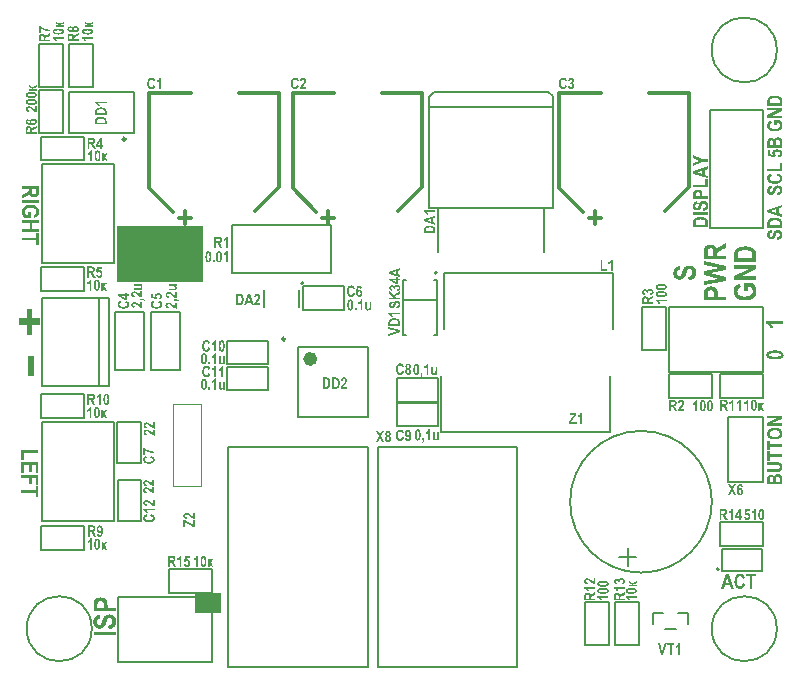
<source format=gto>
G04 Layer_Color=65535*
%FSLAX43Y43*%
%MOMM*%
G71*
G01*
G75*
%ADD10C,0.300*%
%ADD11C,0.200*%
%ADD48C,0.250*%
%ADD49C,0.150*%
%ADD50C,0.600*%
%ADD51C,0.100*%
%ADD52R,2.268X1.775*%
%ADD53R,7.338X4.793*%
%ADD54R,0.612X1.750*%
G36*
X62474Y12700D02*
X62325D01*
Y13378D01*
X62324Y13377D01*
X62321Y13374D01*
X62317Y13370D01*
X62310Y13363D01*
X62303Y13356D01*
X62293Y13346D01*
X62282Y13337D01*
X62270Y13327D01*
X62242Y13305D01*
X62210Y13281D01*
X62173Y13260D01*
X62134Y13242D01*
Y13406D01*
X62135D01*
X62137Y13407D01*
X62145Y13410D01*
X62156Y13417D01*
X62173Y13425D01*
X62192Y13438D01*
X62213Y13453D01*
X62236Y13471D01*
X62261Y13493D01*
X62263Y13495D01*
X62264Y13496D01*
X62272Y13504D01*
X62284Y13518D01*
X62297Y13536D01*
X62313Y13557D01*
X62328Y13582D01*
X62342Y13610D01*
X62353Y13640D01*
X62474D01*
Y12700D01*
D02*
G37*
G36*
X62959Y13639D02*
X62969Y13637D01*
X62980Y13635D01*
X63006Y13626D01*
X63020Y13621D01*
X63035Y13614D01*
X63049Y13606D01*
X63064Y13596D01*
X63080Y13583D01*
X63095Y13568D01*
X63109Y13553D01*
X63123Y13533D01*
X63124Y13532D01*
X63125Y13528D01*
X63130Y13522D01*
X63134Y13513D01*
X63139Y13500D01*
X63145Y13486D01*
X63150Y13468D01*
X63157Y13448D01*
X63164Y13423D01*
X63170Y13396D01*
X63175Y13366D01*
X63181Y13331D01*
X63185Y13295D01*
X63189Y13253D01*
X63191Y13210D01*
X63192Y13162D01*
Y13160D01*
Y13159D01*
Y13155D01*
Y13151D01*
Y13137D01*
X63191Y13119D01*
Y13097D01*
X63188Y13073D01*
X63186Y13045D01*
X63184Y13016D01*
X63175Y12955D01*
X63163Y12893D01*
X63154Y12864D01*
X63146Y12837D01*
X63135Y12812D01*
X63123Y12790D01*
X63121Y12789D01*
X63120Y12786D01*
X63116Y12780D01*
X63110Y12774D01*
X63103Y12765D01*
X63095Y12757D01*
X63074Y12737D01*
X63048Y12718D01*
X63017Y12701D01*
X63001Y12694D01*
X62983Y12689D01*
X62963Y12686D01*
X62942Y12685D01*
X62937D01*
X62931Y12686D01*
X62924D01*
X62915Y12688D01*
X62903Y12690D01*
X62877Y12697D01*
X62863Y12703D01*
X62848Y12710D01*
X62834Y12718D01*
X62819Y12729D01*
X62804Y12740D01*
X62788Y12754D01*
X62775Y12771D01*
X62761Y12789D01*
X62759Y12790D01*
X62758Y12794D01*
X62755Y12800D01*
X62750Y12810D01*
X62745Y12822D01*
X62740Y12836D01*
X62733Y12854D01*
X62727Y12875D01*
X62720Y12900D01*
X62715Y12926D01*
X62708Y12957D01*
X62704Y12991D01*
X62700Y13029D01*
X62695Y13070D01*
X62694Y13115D01*
X62693Y13163D01*
Y13165D01*
Y13166D01*
Y13170D01*
Y13174D01*
Y13188D01*
X62694Y13206D01*
X62695Y13227D01*
X62697Y13252D01*
X62698Y13280D01*
X62701Y13309D01*
X62709Y13370D01*
X62722Y13431D01*
X62729Y13460D01*
X62738Y13486D01*
X62748Y13511D01*
X62761Y13533D01*
X62762Y13535D01*
X62763Y13538D01*
X62768Y13543D01*
X62773Y13550D01*
X62780Y13558D01*
X62788Y13567D01*
X62809Y13588D01*
X62836Y13607D01*
X62866Y13624D01*
X62883Y13631D01*
X62901Y13636D01*
X62920Y13639D01*
X62941Y13640D01*
X62952D01*
X62959Y13639D01*
D02*
G37*
G36*
X62325Y22904D02*
X62335Y22903D01*
X62346Y22900D01*
X62372Y22892D01*
X62386Y22886D01*
X62401Y22879D01*
X62415Y22871D01*
X62431Y22861D01*
X62446Y22849D01*
X62461Y22833D01*
X62475Y22818D01*
X62489Y22799D01*
X62490Y22797D01*
X62492Y22793D01*
X62496Y22788D01*
X62500Y22778D01*
X62505Y22765D01*
X62511Y22752D01*
X62517Y22734D01*
X62523Y22713D01*
X62530Y22688D01*
X62536Y22661D01*
X62542Y22631D01*
X62547Y22596D01*
X62551Y22560D01*
X62555Y22519D01*
X62557Y22476D01*
X62558Y22427D01*
Y22426D01*
Y22424D01*
Y22420D01*
Y22416D01*
Y22402D01*
X62557Y22384D01*
Y22362D01*
X62554Y22338D01*
X62553Y22311D01*
X62550Y22281D01*
X62542Y22220D01*
X62529Y22158D01*
X62521Y22129D01*
X62512Y22103D01*
X62501Y22078D01*
X62489Y22055D01*
X62487Y22054D01*
X62486Y22051D01*
X62482Y22046D01*
X62476Y22039D01*
X62469Y22030D01*
X62461Y22022D01*
X62440Y22003D01*
X62414Y21983D01*
X62383Y21967D01*
X62367Y21960D01*
X62349Y21954D01*
X62329Y21951D01*
X62309Y21950D01*
X62303D01*
X62297Y21951D01*
X62290D01*
X62281Y21953D01*
X62270Y21956D01*
X62243Y21962D01*
X62229Y21968D01*
X62214Y21975D01*
X62200Y21983D01*
X62185Y21994D01*
X62170Y22005D01*
X62155Y22019D01*
X62141Y22036D01*
X62127Y22054D01*
X62125Y22055D01*
X62124Y22060D01*
X62121Y22065D01*
X62116Y22075D01*
X62112Y22087D01*
X62106Y22101D01*
X62099Y22119D01*
X62094Y22140D01*
X62087Y22165D01*
X62081Y22191D01*
X62074Y22222D01*
X62070Y22257D01*
X62066Y22294D01*
X62062Y22336D01*
X62060Y22380D01*
X62059Y22428D01*
Y22430D01*
Y22431D01*
Y22435D01*
Y22440D01*
Y22453D01*
X62060Y22471D01*
X62062Y22492D01*
X62063Y22517D01*
X62064Y22545D01*
X62067Y22574D01*
X62076Y22635D01*
X62088Y22696D01*
X62095Y22725D01*
X62105Y22752D01*
X62114Y22777D01*
X62127Y22799D01*
X62128Y22800D01*
X62130Y22803D01*
X62134Y22808D01*
X62139Y22815D01*
X62146Y22824D01*
X62155Y22832D01*
X62175Y22853D01*
X62202Y22872D01*
X62232Y22889D01*
X62249Y22896D01*
X62267Y22901D01*
X62286Y22904D01*
X62307Y22906D01*
X62318D01*
X62325Y22904D01*
D02*
G37*
G36*
X61981Y13457D02*
X61704D01*
X61679Y13296D01*
X61682Y13298D01*
X61687Y13302D01*
X61697Y13306D01*
X61711Y13313D01*
X61726Y13319D01*
X61743Y13323D01*
X61761Y13327D01*
X61780Y13328D01*
X61788D01*
X61795Y13327D01*
X61804Y13325D01*
X61812Y13324D01*
X61834Y13320D01*
X61858Y13310D01*
X61884Y13298D01*
X61898Y13289D01*
X61911Y13280D01*
X61923Y13269D01*
X61935Y13256D01*
X61937Y13255D01*
X61940Y13252D01*
X61942Y13246D01*
X61948Y13239D01*
X61953Y13230D01*
X61960Y13219D01*
X61969Y13206D01*
X61976Y13192D01*
X61983Y13176D01*
X61991Y13158D01*
X61998Y13137D01*
X62003Y13116D01*
X62009Y13092D01*
X62013Y13069D01*
X62015Y13043D01*
X62016Y13015D01*
Y13013D01*
Y13009D01*
Y13002D01*
X62015Y12994D01*
Y12983D01*
X62012Y12970D01*
X62010Y12957D01*
X62008Y12940D01*
X61999Y12905D01*
X61987Y12866D01*
X61978Y12847D01*
X61970Y12828D01*
X61959Y12807D01*
X61947Y12787D01*
X61945Y12786D01*
X61944Y12783D01*
X61940Y12778D01*
X61934Y12771D01*
X61927Y12764D01*
X61919Y12755D01*
X61908Y12746D01*
X61897Y12736D01*
X61884Y12726D01*
X61869Y12717D01*
X61854Y12708D01*
X61836Y12701D01*
X61818Y12694D01*
X61797Y12689D01*
X61776Y12686D01*
X61752Y12685D01*
X61743D01*
X61736Y12686D01*
X61727D01*
X61716Y12689D01*
X61693Y12693D01*
X61666Y12701D01*
X61637Y12712D01*
X61610Y12729D01*
X61596Y12740D01*
X61582Y12751D01*
X61580Y12753D01*
X61579Y12754D01*
X61575Y12758D01*
X61571Y12764D01*
X61565Y12771D01*
X61560Y12779D01*
X61553Y12789D01*
X61546Y12800D01*
X61539Y12812D01*
X61532Y12828D01*
X61525Y12843D01*
X61518Y12859D01*
X61512Y12878D01*
X61507Y12898D01*
X61500Y12941D01*
X61647Y12961D01*
Y12958D01*
X61648Y12951D01*
X61651Y12939D01*
X61654Y12925D01*
X61658Y12909D01*
X61665Y12894D01*
X61673Y12878D01*
X61684Y12864D01*
X61686Y12862D01*
X61690Y12858D01*
X61697Y12853D01*
X61705Y12847D01*
X61715Y12840D01*
X61727Y12835D01*
X61740Y12830D01*
X61754Y12829D01*
X61755D01*
X61762Y12830D01*
X61770Y12832D01*
X61780Y12835D01*
X61793Y12840D01*
X61806Y12848D01*
X61819Y12858D01*
X61831Y12873D01*
X61833Y12876D01*
X61837Y12882D01*
X61843Y12893D01*
X61848Y12907D01*
X61854Y12926D01*
X61859Y12950D01*
X61863Y12979D01*
X61865Y13011D01*
Y13012D01*
Y13015D01*
Y13019D01*
Y13026D01*
X61863Y13041D01*
X61861Y13061D01*
X61856Y13081D01*
X61851Y13104D01*
X61843Y13123D01*
X61831Y13141D01*
X61830Y13142D01*
X61826Y13148D01*
X61819Y13155D01*
X61809Y13163D01*
X61798Y13170D01*
X61783Y13177D01*
X61768Y13183D01*
X61750Y13184D01*
X61747D01*
X61739Y13183D01*
X61727Y13180D01*
X61712Y13176D01*
X61694Y13167D01*
X61675Y13155D01*
X61665Y13148D01*
X61655Y13138D01*
X61646Y13129D01*
X61636Y13116D01*
X61517Y13137D01*
X61592Y13625D01*
X61981D01*
Y13457D01*
D02*
G37*
G36*
X57995Y22859D02*
X58005Y22858D01*
X58016Y22855D01*
X58042Y22847D01*
X58056Y22841D01*
X58071Y22834D01*
X58085Y22826D01*
X58100Y22816D01*
X58116Y22804D01*
X58131Y22788D01*
X58145Y22773D01*
X58159Y22754D01*
X58160Y22752D01*
X58161Y22748D01*
X58166Y22743D01*
X58170Y22733D01*
X58175Y22721D01*
X58181Y22707D01*
X58186Y22689D01*
X58193Y22668D01*
X58200Y22643D01*
X58206Y22617D01*
X58211Y22586D01*
X58217Y22551D01*
X58221Y22515D01*
X58225Y22474D01*
X58227Y22431D01*
X58228Y22382D01*
Y22381D01*
Y22379D01*
Y22375D01*
Y22371D01*
Y22357D01*
X58227Y22339D01*
Y22317D01*
X58224Y22293D01*
X58222Y22266D01*
X58220Y22237D01*
X58211Y22176D01*
X58199Y22113D01*
X58190Y22084D01*
X58182Y22058D01*
X58171Y22033D01*
X58159Y22010D01*
X58157Y22009D01*
X58156Y22006D01*
X58152Y22001D01*
X58146Y21994D01*
X58139Y21986D01*
X58131Y21977D01*
X58110Y21958D01*
X58084Y21938D01*
X58053Y21922D01*
X58037Y21915D01*
X58019Y21909D01*
X57999Y21906D01*
X57978Y21905D01*
X57973D01*
X57967Y21906D01*
X57960D01*
X57951Y21908D01*
X57939Y21911D01*
X57913Y21918D01*
X57899Y21923D01*
X57884Y21930D01*
X57870Y21938D01*
X57855Y21949D01*
X57840Y21961D01*
X57824Y21974D01*
X57810Y21991D01*
X57797Y22009D01*
X57795Y22010D01*
X57794Y22015D01*
X57791Y22020D01*
X57786Y22030D01*
X57781Y22042D01*
X57776Y22056D01*
X57769Y22074D01*
X57763Y22095D01*
X57756Y22120D01*
X57751Y22146D01*
X57744Y22177D01*
X57740Y22212D01*
X57736Y22249D01*
X57731Y22291D01*
X57730Y22335D01*
X57729Y22384D01*
Y22385D01*
Y22386D01*
Y22390D01*
Y22395D01*
Y22408D01*
X57730Y22427D01*
X57731Y22447D01*
X57733Y22472D01*
X57734Y22500D01*
X57737Y22529D01*
X57745Y22590D01*
X57758Y22651D01*
X57765Y22680D01*
X57774Y22707D01*
X57784Y22732D01*
X57797Y22754D01*
X57798Y22755D01*
X57799Y22758D01*
X57804Y22764D01*
X57809Y22770D01*
X57816Y22779D01*
X57824Y22787D01*
X57845Y22808D01*
X57871Y22827D01*
X57902Y22844D01*
X57919Y22851D01*
X57937Y22856D01*
X57956Y22859D01*
X57977Y22861D01*
X57988D01*
X57995Y22859D01*
D02*
G37*
G36*
X54512Y32682D02*
X54534D01*
X54558Y32679D01*
X54585Y32677D01*
X54614Y32675D01*
X54676Y32666D01*
X54738Y32654D01*
X54767Y32646D01*
X54793Y32637D01*
X54818Y32626D01*
X54841Y32614D01*
X54842Y32612D01*
X54845Y32611D01*
X54850Y32607D01*
X54857Y32601D01*
X54866Y32594D01*
X54874Y32586D01*
X54893Y32565D01*
X54913Y32539D01*
X54929Y32508D01*
X54936Y32492D01*
X54942Y32474D01*
X54945Y32454D01*
X54946Y32433D01*
Y32432D01*
Y32428D01*
X54945Y32422D01*
Y32415D01*
X54943Y32406D01*
X54940Y32395D01*
X54933Y32368D01*
X54928Y32354D01*
X54921Y32339D01*
X54913Y32325D01*
X54902Y32310D01*
X54890Y32295D01*
X54877Y32279D01*
X54860Y32266D01*
X54842Y32252D01*
X54841Y32250D01*
X54836Y32249D01*
X54831Y32246D01*
X54821Y32241D01*
X54809Y32236D01*
X54795Y32231D01*
X54777Y32224D01*
X54756Y32218D01*
X54731Y32211D01*
X54705Y32206D01*
X54674Y32199D01*
X54639Y32195D01*
X54602Y32191D01*
X54560Y32187D01*
X54516Y32185D01*
X54467Y32184D01*
X54443D01*
X54425Y32185D01*
X54404Y32187D01*
X54379Y32188D01*
X54351Y32189D01*
X54322Y32192D01*
X54261Y32200D01*
X54200Y32213D01*
X54171Y32220D01*
X54144Y32230D01*
X54119Y32239D01*
X54097Y32252D01*
X54096Y32253D01*
X54093Y32254D01*
X54088Y32259D01*
X54081Y32264D01*
X54072Y32271D01*
X54064Y32279D01*
X54043Y32300D01*
X54024Y32327D01*
X54007Y32357D01*
X54000Y32374D01*
X53995Y32392D01*
X53992Y32411D01*
X53990Y32432D01*
Y32433D01*
Y32438D01*
Y32443D01*
X53992Y32450D01*
X53993Y32460D01*
X53996Y32471D01*
X54004Y32497D01*
X54010Y32511D01*
X54017Y32526D01*
X54025Y32540D01*
X54035Y32555D01*
X54047Y32571D01*
X54063Y32586D01*
X54078Y32600D01*
X54097Y32614D01*
X54099Y32615D01*
X54103Y32616D01*
X54108Y32621D01*
X54118Y32625D01*
X54131Y32630D01*
X54144Y32636D01*
X54162Y32641D01*
X54183Y32648D01*
X54208Y32655D01*
X54235Y32661D01*
X54265Y32666D01*
X54300Y32672D01*
X54336Y32676D01*
X54377Y32680D01*
X54420Y32682D01*
X54469Y32683D01*
X54494D01*
X54512Y32682D01*
D02*
G37*
G36*
X57510Y21920D02*
X57361D01*
Y22598D01*
X57360Y22597D01*
X57357Y22594D01*
X57353Y22590D01*
X57346Y22583D01*
X57339Y22576D01*
X57329Y22567D01*
X57318Y22557D01*
X57306Y22547D01*
X57278Y22525D01*
X57246Y22501D01*
X57209Y22481D01*
X57170Y22463D01*
Y22626D01*
X57171D01*
X57173Y22628D01*
X57181Y22630D01*
X57192Y22637D01*
X57209Y22646D01*
X57228Y22658D01*
X57249Y22673D01*
X57272Y22691D01*
X57297Y22714D01*
X57299Y22715D01*
X57300Y22716D01*
X57308Y22725D01*
X57320Y22739D01*
X57333Y22757D01*
X57349Y22777D01*
X57364Y22802D01*
X57378Y22830D01*
X57389Y22861D01*
X57510D01*
Y21920D01*
D02*
G37*
G36*
X58593Y22859D02*
X58602Y22858D01*
X58613Y22855D01*
X58640Y22847D01*
X58654Y22841D01*
X58669Y22834D01*
X58683Y22826D01*
X58698Y22816D01*
X58713Y22804D01*
X58729Y22788D01*
X58742Y22773D01*
X58756Y22754D01*
X58758Y22752D01*
X58759Y22748D01*
X58763Y22743D01*
X58767Y22733D01*
X58773Y22721D01*
X58778Y22707D01*
X58784Y22689D01*
X58791Y22668D01*
X58798Y22643D01*
X58803Y22617D01*
X58809Y22586D01*
X58815Y22551D01*
X58819Y22515D01*
X58823Y22474D01*
X58824Y22431D01*
X58826Y22382D01*
Y22381D01*
Y22379D01*
Y22375D01*
Y22371D01*
Y22357D01*
X58824Y22339D01*
Y22317D01*
X58821Y22293D01*
X58820Y22266D01*
X58817Y22237D01*
X58809Y22176D01*
X58797Y22113D01*
X58788Y22084D01*
X58780Y22058D01*
X58769Y22033D01*
X58756Y22010D01*
X58755Y22009D01*
X58754Y22006D01*
X58749Y22001D01*
X58744Y21994D01*
X58737Y21986D01*
X58729Y21977D01*
X58708Y21958D01*
X58681Y21938D01*
X58651Y21922D01*
X58634Y21915D01*
X58616Y21909D01*
X58597Y21906D01*
X58576Y21905D01*
X58570D01*
X58565Y21906D01*
X58558D01*
X58548Y21908D01*
X58537Y21911D01*
X58511Y21918D01*
X58497Y21923D01*
X58482Y21930D01*
X58468Y21938D01*
X58453Y21949D01*
X58437Y21961D01*
X58422Y21974D01*
X58408Y21991D01*
X58394Y22009D01*
X58393Y22010D01*
X58392Y22015D01*
X58389Y22020D01*
X58383Y22030D01*
X58379Y22042D01*
X58374Y22056D01*
X58367Y22074D01*
X58361Y22095D01*
X58354Y22120D01*
X58349Y22146D01*
X58342Y22177D01*
X58337Y22212D01*
X58333Y22249D01*
X58329Y22291D01*
X58328Y22335D01*
X58326Y22384D01*
Y22385D01*
Y22386D01*
Y22390D01*
Y22395D01*
Y22408D01*
X58328Y22427D01*
X58329Y22447D01*
X58331Y22472D01*
X58332Y22500D01*
X58335Y22529D01*
X58343Y22590D01*
X58356Y22651D01*
X58362Y22680D01*
X58372Y22707D01*
X58382Y22732D01*
X58394Y22754D01*
X58396Y22755D01*
X58397Y22758D01*
X58401Y22764D01*
X58407Y22770D01*
X58414Y22779D01*
X58422Y22787D01*
X58443Y22808D01*
X58469Y22827D01*
X58500Y22844D01*
X58516Y22851D01*
X58534Y22856D01*
X58554Y22859D01*
X58575Y22861D01*
X58586D01*
X58593Y22859D01*
D02*
G37*
G36*
X63659Y19131D02*
X64700D01*
Y18923D01*
X63659D01*
Y18618D01*
X63448D01*
Y19434D01*
X63659D01*
Y19131D01*
D02*
G37*
G36*
Y18255D02*
X64700D01*
Y18047D01*
X63659D01*
Y17742D01*
X63448D01*
Y18558D01*
X63659D01*
Y18255D01*
D02*
G37*
G36*
X64700Y21293D02*
X63885Y20880D01*
X64700D01*
Y20688D01*
X63448D01*
Y20888D01*
X64285Y21310D01*
X63448D01*
Y21503D01*
X64700D01*
Y21293D01*
D02*
G37*
G36*
X64126Y20519D02*
X64152Y20518D01*
X64183Y20514D01*
X64217Y20508D01*
X64254Y20503D01*
X64293Y20495D01*
X64332Y20486D01*
X64372Y20473D01*
X64413Y20458D01*
X64454Y20442D01*
X64493Y20421D01*
X64530Y20399D01*
X64565Y20373D01*
X64567Y20371D01*
X64572Y20368D01*
X64580Y20360D01*
X64589Y20349D01*
X64600Y20336D01*
X64615Y20321D01*
X64628Y20303D01*
X64643Y20281D01*
X64657Y20256D01*
X64670Y20231D01*
X64683Y20203D01*
X64696Y20171D01*
X64706Y20138D01*
X64713Y20101D01*
X64719Y20064D01*
X64720Y20023D01*
Y20021D01*
Y20014D01*
X64719Y20001D01*
Y19986D01*
X64715Y19968D01*
X64713Y19945D01*
X64707Y19921D01*
X64702Y19895D01*
X64693Y19868D01*
X64683Y19840D01*
X64670Y19810D01*
X64656Y19781D01*
X64637Y19753D01*
X64617Y19723D01*
X64594Y19697D01*
X64567Y19671D01*
X64565Y19669D01*
X64559Y19666D01*
X64548Y19658D01*
X64535Y19649D01*
X64517Y19638D01*
X64494Y19625D01*
X64469Y19612D01*
X64441Y19599D01*
X64407Y19584D01*
X64370Y19571D01*
X64332Y19558D01*
X64289Y19547D01*
X64243Y19538D01*
X64193Y19531D01*
X64139Y19527D01*
X64083Y19525D01*
X64061D01*
X64046Y19527D01*
X64028D01*
X64006Y19529D01*
X63980Y19531D01*
X63954Y19532D01*
X63895Y19542D01*
X63833Y19553D01*
X63772Y19568D01*
X63743Y19579D01*
X63715Y19590D01*
X63713D01*
X63709Y19594D01*
X63702Y19597D01*
X63691Y19603D01*
X63680Y19608D01*
X63665Y19616D01*
X63633Y19636D01*
X63598Y19662D01*
X63563Y19690D01*
X63530Y19725D01*
X63500Y19762D01*
Y19764D01*
X63496Y19768D01*
X63493Y19773D01*
X63489Y19781D01*
X63483Y19792D01*
X63478Y19805D01*
X63471Y19819D01*
X63463Y19834D01*
X63450Y19873D01*
X63439Y19918D01*
X63432Y19968D01*
X63428Y20023D01*
Y20025D01*
Y20032D01*
X63430Y20045D01*
Y20060D01*
X63433Y20079D01*
X63437Y20101D01*
X63443Y20125D01*
X63448Y20151D01*
X63458Y20179D01*
X63469Y20208D01*
X63483Y20238D01*
X63498Y20268D01*
X63519Y20297D01*
X63541Y20327D01*
X63567Y20355D01*
X63596Y20382D01*
X63598Y20384D01*
X63604Y20388D01*
X63613Y20395D01*
X63628Y20405D01*
X63645Y20414D01*
X63667Y20427D01*
X63691Y20440D01*
X63719Y20453D01*
X63752Y20466D01*
X63787Y20477D01*
X63826Y20490D01*
X63869Y20499D01*
X63915Y20508D01*
X63965Y20516D01*
X64019Y20519D01*
X64074Y20521D01*
X64104D01*
X64126Y20519D01*
D02*
G37*
G36*
X63092Y22648D02*
X63102Y22646D01*
X63113Y22645D01*
X63127Y22643D01*
Y22527D01*
X63098D01*
X63091Y22526D01*
X63073Y22523D01*
X63064Y22520D01*
X63057Y22516D01*
X63056D01*
X63055Y22513D01*
X63050Y22509D01*
X63046Y22503D01*
X63041Y22495D01*
X63035Y22483D01*
X63030Y22467D01*
X63023Y22448D01*
X63021Y22445D01*
X63020Y22438D01*
X63017Y22428D01*
X63013Y22416D01*
X63007Y22402D01*
X63002Y22387D01*
X62996Y22373D01*
X62991Y22361D01*
Y22359D01*
X62988Y22356D01*
X62985Y22351D01*
X62980Y22344D01*
X62973Y22337D01*
X62965Y22329D01*
X62955Y22320D01*
X62942Y22313D01*
X62944D01*
X62946Y22312D01*
X62952Y22309D01*
X62960Y22305D01*
X62969Y22299D01*
X62977Y22293D01*
X62988Y22284D01*
X62998Y22273D01*
X62999Y22272D01*
X63003Y22268D01*
X63009Y22259D01*
X63017Y22247D01*
X63027Y22230D01*
X63039Y22209D01*
X63053Y22183D01*
X63060Y22169D01*
X63067Y22152D01*
X63149Y21965D01*
X62991D01*
X62916Y22161D01*
Y22162D01*
X62915Y22164D01*
X62912Y22171D01*
X62908Y22180D01*
X62903Y22193D01*
X62897Y22205D01*
X62890Y22218D01*
X62884Y22229D01*
X62877Y22237D01*
Y22238D01*
X62874Y22240D01*
X62870Y22243D01*
X62866Y22247D01*
X62859Y22250D01*
X62851Y22252D01*
X62841Y22254D01*
X62830Y22255D01*
Y21965D01*
X62682D01*
Y22645D01*
X62830D01*
Y22367D01*
X62831D01*
X62836Y22369D01*
X62840D01*
X62847Y22372D01*
X62862Y22377D01*
X62876Y22387D01*
X62877Y22388D01*
X62879Y22391D01*
X62883Y22397D01*
X62887Y22405D01*
X62892Y22417D01*
X62899Y22435D01*
X62908Y22456D01*
X62912Y22470D01*
X62916Y22484D01*
Y22485D01*
X62917Y22488D01*
X62919Y22492D01*
X62920Y22498D01*
X62924Y22512D01*
X62931Y22530D01*
X62940Y22551D01*
X62948Y22570D01*
X62958Y22591D01*
X62967Y22607D01*
X62969Y22609D01*
X62973Y22614D01*
X62980Y22621D01*
X62991Y22628D01*
X63005Y22636D01*
X63023Y22642D01*
X63044Y22648D01*
X63069Y22649D01*
X63084D01*
X63092Y22648D01*
D02*
G37*
G36*
X61840Y21965D02*
X61691D01*
Y22643D01*
X61690Y22642D01*
X61687Y22639D01*
X61683Y22635D01*
X61676Y22628D01*
X61669Y22621D01*
X61659Y22612D01*
X61648Y22602D01*
X61636Y22592D01*
X61608Y22570D01*
X61576Y22546D01*
X61539Y22526D01*
X61500Y22508D01*
Y22671D01*
X61501D01*
X61503Y22673D01*
X61511Y22675D01*
X61522Y22682D01*
X61539Y22691D01*
X61558Y22703D01*
X61579Y22718D01*
X61603Y22736D01*
X61628Y22759D01*
X61629Y22760D01*
X61630Y22761D01*
X61639Y22770D01*
X61650Y22784D01*
X61664Y22802D01*
X61679Y22822D01*
X61694Y22847D01*
X61708Y22875D01*
X61719Y22906D01*
X61840D01*
Y21965D01*
D02*
G37*
G36*
X64191Y17596D02*
X64217D01*
X64246Y17594D01*
X64306Y17590D01*
X64365Y17586D01*
X64394Y17583D01*
X64422Y17579D01*
X64448Y17575D01*
X64470Y17570D01*
X64472D01*
X64476Y17568D01*
X64481Y17566D01*
X64489Y17564D01*
X64509Y17557D01*
X64535Y17544D01*
X64563Y17527D01*
X64594Y17507D01*
X64624Y17481D01*
X64652Y17447D01*
Y17446D01*
X64656Y17444D01*
X64657Y17438D01*
X64663Y17431D01*
X64669Y17422D01*
X64674Y17410D01*
X64680Y17396D01*
X64685Y17381D01*
X64698Y17346D01*
X64709Y17303D01*
X64717Y17255D01*
X64720Y17199D01*
Y17198D01*
Y17192D01*
Y17185D01*
X64719Y17173D01*
Y17159D01*
X64717Y17144D01*
X64713Y17107D01*
X64706Y17068D01*
X64696Y17025D01*
X64681Y16985D01*
X64663Y16948D01*
Y16946D01*
X64661Y16944D01*
X64652Y16933D01*
X64639Y16916D01*
X64620Y16898D01*
X64598Y16875D01*
X64570Y16853D01*
X64539Y16833D01*
X64502Y16816D01*
X64500D01*
X64496Y16814D01*
X64491Y16812D01*
X64481Y16810D01*
X64469Y16807D01*
X64454Y16803D01*
X64435Y16799D01*
X64415Y16798D01*
X64389Y16794D01*
X64361Y16790D01*
X64330Y16786D01*
X64294Y16783D01*
X64256Y16781D01*
X64213Y16779D01*
X64167Y16777D01*
X63448D01*
Y16985D01*
X64178D01*
X64211Y16986D01*
X64244D01*
X64280Y16988D01*
X64309Y16990D01*
X64320D01*
X64332Y16992D01*
X64335D01*
X64344Y16996D01*
X64359Y16999D01*
X64378Y17005D01*
X64400Y17014D01*
X64420Y17025D01*
X64441Y17038D01*
X64459Y17057D01*
X64461Y17059D01*
X64467Y17066D01*
X64474Y17077D01*
X64481Y17094D01*
X64489Y17112D01*
X64496Y17136D01*
X64502Y17164D01*
X64504Y17194D01*
Y17198D01*
Y17207D01*
X64502Y17220D01*
X64500Y17236D01*
X64496Y17255D01*
X64491Y17273D01*
X64483Y17292D01*
X64472Y17310D01*
X64470Y17312D01*
X64467Y17318D01*
X64459Y17325D01*
X64450Y17335D01*
X64437Y17346D01*
X64422Y17355D01*
X64406Y17364D01*
X64385Y17372D01*
X64382D01*
X64374Y17375D01*
X64367D01*
X64357Y17377D01*
X64346Y17379D01*
X64333Y17381D01*
X64319Y17383D01*
X64300Y17385D01*
X64280Y17386D01*
X64257D01*
X64233Y17388D01*
X64206Y17390D01*
X63448D01*
Y17597D01*
X64167D01*
X64191Y17596D01*
D02*
G37*
G36*
X64359Y16603D02*
X64372D01*
X64385Y16601D01*
X64417Y16598D01*
X64454Y16588D01*
X64493Y16577D01*
X64532Y16561D01*
X64569Y16538D01*
X64570D01*
X64572Y16535D01*
X64583Y16527D01*
X64600Y16512D01*
X64619Y16494D01*
X64639Y16472D01*
X64657Y16444D01*
X64674Y16414D01*
X64685Y16383D01*
Y16379D01*
X64687Y16375D01*
Y16370D01*
X64689Y16361D01*
Y16351D01*
X64691Y16338D01*
X64693Y16324D01*
X64694Y16305D01*
Y16285D01*
X64696Y16261D01*
X64698Y16233D01*
Y16203D01*
X64700Y16170D01*
Y16133D01*
Y16092D01*
Y15744D01*
X63448D01*
Y16155D01*
Y16157D01*
Y16162D01*
Y16172D01*
Y16183D01*
Y16196D01*
X63450Y16212D01*
X63452Y16248D01*
X63456Y16286D01*
X63461Y16325D01*
X63469Y16362D01*
X63474Y16377D01*
X63480Y16392D01*
X63482Y16396D01*
X63485Y16403D01*
X63495Y16416D01*
X63506Y16433D01*
X63520Y16449D01*
X63539Y16470D01*
X63561Y16488D01*
X63589Y16507D01*
X63593Y16509D01*
X63602Y16514D01*
X63619Y16522D01*
X63639Y16531D01*
X63665Y16540D01*
X63695Y16548D01*
X63728Y16553D01*
X63763Y16555D01*
X63778D01*
X63796Y16553D01*
X63817Y16549D01*
X63843Y16546D01*
X63870Y16538D01*
X63900Y16527D01*
X63928Y16514D01*
X63932Y16512D01*
X63939Y16507D01*
X63952Y16498D01*
X63969Y16486D01*
X63985Y16470D01*
X64004Y16453D01*
X64020Y16433D01*
X64035Y16409D01*
Y16411D01*
X64037Y16412D01*
X64041Y16424D01*
X64050Y16440D01*
X64061Y16462D01*
X64076Y16485D01*
X64095Y16509D01*
X64119Y16533D01*
X64146Y16553D01*
X64150Y16555D01*
X64159Y16561D01*
X64176Y16570D01*
X64200Y16579D01*
X64228Y16588D01*
X64259Y16598D01*
X64296Y16603D01*
X64337Y16605D01*
X64350D01*
X64359Y16603D01*
D02*
G37*
G36*
X54512Y32084D02*
X54534D01*
X54558Y32081D01*
X54585Y32080D01*
X54614Y32077D01*
X54676Y32069D01*
X54738Y32056D01*
X54767Y32048D01*
X54793Y32040D01*
X54818Y32028D01*
X54841Y32016D01*
X54842Y32015D01*
X54845Y32013D01*
X54850Y32009D01*
X54857Y32003D01*
X54866Y31997D01*
X54874Y31988D01*
X54893Y31967D01*
X54913Y31941D01*
X54929Y31911D01*
X54936Y31894D01*
X54942Y31876D01*
X54945Y31856D01*
X54946Y31836D01*
Y31834D01*
Y31830D01*
X54945Y31825D01*
Y31818D01*
X54943Y31808D01*
X54940Y31797D01*
X54933Y31770D01*
X54928Y31757D01*
X54921Y31741D01*
X54913Y31727D01*
X54902Y31712D01*
X54890Y31697D01*
X54877Y31682D01*
X54860Y31668D01*
X54842Y31654D01*
X54841Y31653D01*
X54836Y31651D01*
X54831Y31648D01*
X54821Y31643D01*
X54809Y31639D01*
X54795Y31633D01*
X54777Y31626D01*
X54756Y31621D01*
X54731Y31614D01*
X54705Y31608D01*
X54674Y31601D01*
X54639Y31597D01*
X54602Y31593D01*
X54560Y31589D01*
X54516Y31587D01*
X54467Y31586D01*
X54443D01*
X54425Y31587D01*
X54404Y31589D01*
X54379Y31590D01*
X54351Y31592D01*
X54322Y31594D01*
X54261Y31603D01*
X54200Y31615D01*
X54171Y31622D01*
X54144Y31632D01*
X54119Y31641D01*
X54097Y31654D01*
X54096Y31655D01*
X54093Y31657D01*
X54088Y31661D01*
X54081Y31666D01*
X54072Y31673D01*
X54064Y31682D01*
X54043Y31703D01*
X54024Y31729D01*
X54007Y31759D01*
X54000Y31776D01*
X53995Y31794D01*
X53992Y31813D01*
X53990Y31834D01*
Y31836D01*
Y31840D01*
Y31845D01*
X53992Y31852D01*
X53993Y31862D01*
X53996Y31873D01*
X54004Y31899D01*
X54010Y31913D01*
X54017Y31929D01*
X54025Y31942D01*
X54035Y31958D01*
X54047Y31973D01*
X54063Y31988D01*
X54078Y32002D01*
X54097Y32016D01*
X54099Y32017D01*
X54103Y32019D01*
X54108Y32023D01*
X54118Y32027D01*
X54131Y32033D01*
X54144Y32038D01*
X54162Y32044D01*
X54183Y32051D01*
X54208Y32058D01*
X54235Y32063D01*
X54265Y32069D01*
X54300Y32074D01*
X54336Y32078D01*
X54377Y32083D01*
X54420Y32084D01*
X54469Y32085D01*
X54494D01*
X54512Y32084D01*
D02*
G37*
G36*
X7524Y43757D02*
X7534Y43756D01*
X7545Y43755D01*
X7559Y43753D01*
Y43637D01*
X7529D01*
X7523Y43635D01*
X7505Y43633D01*
X7496Y43630D01*
X7489Y43626D01*
X7488D01*
X7486Y43623D01*
X7482Y43619D01*
X7478Y43613D01*
X7473Y43605D01*
X7467Y43592D01*
X7462Y43577D01*
X7455Y43558D01*
X7453Y43555D01*
X7452Y43548D01*
X7449Y43538D01*
X7445Y43526D01*
X7439Y43512D01*
X7434Y43497D01*
X7428Y43483D01*
X7423Y43470D01*
Y43469D01*
X7420Y43466D01*
X7417Y43461D01*
X7412Y43454D01*
X7405Y43447D01*
X7396Y43438D01*
X7387Y43430D01*
X7374Y43423D01*
X7376D01*
X7378Y43422D01*
X7384Y43419D01*
X7392Y43415D01*
X7401Y43409D01*
X7409Y43402D01*
X7420Y43394D01*
X7430Y43383D01*
X7431Y43381D01*
X7435Y43377D01*
X7441Y43369D01*
X7449Y43357D01*
X7459Y43340D01*
X7471Y43319D01*
X7485Y43293D01*
X7492Y43279D01*
X7499Y43262D01*
X7581Y43075D01*
X7423D01*
X7348Y43271D01*
Y43272D01*
X7346Y43273D01*
X7344Y43280D01*
X7339Y43290D01*
X7335Y43302D01*
X7328Y43315D01*
X7321Y43327D01*
X7316Y43339D01*
X7309Y43347D01*
Y43348D01*
X7306Y43350D01*
X7302Y43352D01*
X7298Y43357D01*
X7291Y43359D01*
X7283Y43362D01*
X7273Y43363D01*
X7262Y43365D01*
Y43075D01*
X7113D01*
Y43755D01*
X7262D01*
Y43477D01*
X7263D01*
X7267Y43479D01*
X7272D01*
X7278Y43481D01*
X7294Y43487D01*
X7308Y43497D01*
X7309Y43498D01*
X7310Y43501D01*
X7315Y43506D01*
X7319Y43515D01*
X7324Y43527D01*
X7331Y43545D01*
X7339Y43566D01*
X7344Y43580D01*
X7348Y43594D01*
Y43595D01*
X7349Y43598D01*
X7351Y43602D01*
X7352Y43608D01*
X7356Y43621D01*
X7363Y43639D01*
X7371Y43660D01*
X7380Y43680D01*
X7389Y43700D01*
X7399Y43717D01*
X7401Y43718D01*
X7405Y43724D01*
X7412Y43731D01*
X7423Y43738D01*
X7437Y43746D01*
X7455Y43752D01*
X7475Y43757D01*
X7500Y43759D01*
X7516D01*
X7524Y43757D01*
D02*
G37*
G36*
X6272Y43075D02*
X6123D01*
Y43753D01*
X6122Y43752D01*
X6119Y43749D01*
X6115Y43745D01*
X6108Y43738D01*
X6101Y43731D01*
X6091Y43721D01*
X6080Y43712D01*
X6068Y43702D01*
X6040Y43680D01*
X6008Y43656D01*
X5971Y43635D01*
X5932Y43617D01*
Y43781D01*
X5933D01*
X5935Y43782D01*
X5943Y43785D01*
X5954Y43792D01*
X5971Y43800D01*
X5990Y43813D01*
X6011Y43828D01*
X6034Y43846D01*
X6059Y43868D01*
X6061Y43870D01*
X6062Y43871D01*
X6071Y43879D01*
X6082Y43893D01*
X6095Y43911D01*
X6111Y43932D01*
X6126Y43957D01*
X6140Y43985D01*
X6151Y44015D01*
X6272D01*
Y43075D01*
D02*
G37*
G36*
X6212Y32125D02*
X6063D01*
Y32803D01*
X6062Y32802D01*
X6059Y32799D01*
X6055Y32795D01*
X6048Y32788D01*
X6041Y32781D01*
X6032Y32771D01*
X6020Y32762D01*
X6008Y32752D01*
X5980Y32730D01*
X5948Y32706D01*
X5911Y32685D01*
X5872Y32667D01*
Y32831D01*
X5873D01*
X5875Y32832D01*
X5883Y32835D01*
X5894Y32842D01*
X5911Y32850D01*
X5930Y32863D01*
X5951Y32878D01*
X5975Y32896D01*
X6000Y32918D01*
X6001Y32920D01*
X6002Y32921D01*
X6011Y32929D01*
X6022Y32943D01*
X6036Y32961D01*
X6051Y32982D01*
X6066Y33007D01*
X6080Y33035D01*
X6091Y33065D01*
X6212D01*
Y32125D01*
D02*
G37*
G36*
X6697Y33064D02*
X6707Y33062D01*
X6718Y33060D01*
X6744Y33051D01*
X6758Y33046D01*
X6774Y33039D01*
X6787Y33031D01*
X6803Y33021D01*
X6818Y33008D01*
X6833Y32993D01*
X6847Y32978D01*
X6861Y32958D01*
X6862Y32957D01*
X6864Y32953D01*
X6868Y32947D01*
X6872Y32938D01*
X6878Y32925D01*
X6883Y32911D01*
X6889Y32893D01*
X6896Y32873D01*
X6902Y32848D01*
X6908Y32821D01*
X6914Y32791D01*
X6919Y32756D01*
X6923Y32720D01*
X6927Y32678D01*
X6929Y32635D01*
X6930Y32587D01*
Y32585D01*
Y32584D01*
Y32580D01*
Y32576D01*
Y32562D01*
X6929Y32544D01*
Y32522D01*
X6926Y32498D01*
X6925Y32470D01*
X6922Y32441D01*
X6914Y32380D01*
X6901Y32318D01*
X6893Y32289D01*
X6884Y32262D01*
X6873Y32237D01*
X6861Y32215D01*
X6859Y32214D01*
X6858Y32211D01*
X6854Y32205D01*
X6848Y32199D01*
X6841Y32190D01*
X6833Y32182D01*
X6812Y32162D01*
X6786Y32143D01*
X6755Y32126D01*
X6739Y32119D01*
X6721Y32114D01*
X6701Y32111D01*
X6681Y32110D01*
X6675D01*
X6669Y32111D01*
X6663D01*
X6653Y32113D01*
X6642Y32115D01*
X6615Y32122D01*
X6602Y32128D01*
X6586Y32135D01*
X6572Y32143D01*
X6557Y32154D01*
X6542Y32165D01*
X6527Y32179D01*
X6513Y32196D01*
X6499Y32214D01*
X6498Y32215D01*
X6496Y32219D01*
X6493Y32225D01*
X6488Y32235D01*
X6484Y32247D01*
X6478Y32261D01*
X6471Y32279D01*
X6466Y32300D01*
X6459Y32325D01*
X6453Y32351D01*
X6446Y32382D01*
X6442Y32416D01*
X6438Y32454D01*
X6434Y32495D01*
X6432Y32540D01*
X6431Y32588D01*
Y32590D01*
Y32591D01*
Y32595D01*
Y32599D01*
Y32613D01*
X6432Y32631D01*
X6434Y32652D01*
X6435Y32677D01*
X6437Y32705D01*
X6439Y32734D01*
X6448Y32795D01*
X6460Y32856D01*
X6467Y32885D01*
X6477Y32911D01*
X6486Y32936D01*
X6499Y32958D01*
X6500Y32960D01*
X6502Y32963D01*
X6506Y32968D01*
X6511Y32975D01*
X6518Y32983D01*
X6527Y32992D01*
X6547Y33013D01*
X6574Y33032D01*
X6604Y33049D01*
X6621Y33056D01*
X6639Y33061D01*
X6658Y33064D01*
X6679Y33065D01*
X6690D01*
X6697Y33064D01*
D02*
G37*
G36*
X1739Y16721D02*
X1496D01*
Y17359D01*
X1177D01*
Y16765D01*
X934D01*
Y17359D01*
X543D01*
Y16699D01*
X300D01*
Y17597D01*
X1739D01*
Y16721D01*
D02*
G37*
G36*
Y15688D02*
X1496D01*
Y16259D01*
X1154D01*
Y15765D01*
X911D01*
Y16259D01*
X300D01*
Y16497D01*
X1739D01*
Y15688D01*
D02*
G37*
G36*
X6757Y44014D02*
X6767Y44013D01*
X6778Y44010D01*
X6804Y44001D01*
X6818Y43996D01*
X6833Y43989D01*
X6847Y43981D01*
X6862Y43971D01*
X6878Y43958D01*
X6893Y43943D01*
X6907Y43928D01*
X6921Y43908D01*
X6922Y43907D01*
X6923Y43903D01*
X6928Y43897D01*
X6932Y43888D01*
X6937Y43875D01*
X6943Y43861D01*
X6948Y43843D01*
X6955Y43823D01*
X6962Y43798D01*
X6968Y43771D01*
X6973Y43741D01*
X6979Y43706D01*
X6983Y43670D01*
X6987Y43628D01*
X6989Y43585D01*
X6990Y43537D01*
Y43535D01*
Y43534D01*
Y43530D01*
Y43526D01*
Y43512D01*
X6989Y43494D01*
Y43472D01*
X6986Y43448D01*
X6984Y43420D01*
X6982Y43391D01*
X6973Y43330D01*
X6961Y43268D01*
X6953Y43239D01*
X6944Y43212D01*
X6933Y43187D01*
X6921Y43165D01*
X6919Y43164D01*
X6918Y43161D01*
X6914Y43155D01*
X6908Y43148D01*
X6901Y43140D01*
X6893Y43132D01*
X6872Y43112D01*
X6846Y43093D01*
X6815Y43076D01*
X6799Y43069D01*
X6781Y43064D01*
X6761Y43061D01*
X6740Y43060D01*
X6735D01*
X6729Y43061D01*
X6722D01*
X6713Y43063D01*
X6702Y43065D01*
X6675Y43072D01*
X6661Y43078D01*
X6646Y43085D01*
X6632Y43093D01*
X6617Y43104D01*
X6602Y43115D01*
X6586Y43129D01*
X6573Y43146D01*
X6559Y43164D01*
X6557Y43165D01*
X6556Y43169D01*
X6553Y43175D01*
X6548Y43185D01*
X6543Y43197D01*
X6538Y43211D01*
X6531Y43229D01*
X6525Y43250D01*
X6518Y43275D01*
X6513Y43301D01*
X6506Y43332D01*
X6502Y43366D01*
X6498Y43404D01*
X6494Y43445D01*
X6492Y43490D01*
X6491Y43538D01*
Y43540D01*
Y43541D01*
Y43545D01*
Y43549D01*
Y43563D01*
X6492Y43581D01*
X6494Y43602D01*
X6495Y43627D01*
X6496Y43655D01*
X6499Y43684D01*
X6507Y43745D01*
X6520Y43806D01*
X6527Y43835D01*
X6537Y43861D01*
X6546Y43886D01*
X6559Y43908D01*
X6560Y43910D01*
X6561Y43913D01*
X6566Y43918D01*
X6571Y43925D01*
X6578Y43933D01*
X6586Y43942D01*
X6607Y43963D01*
X6634Y43982D01*
X6664Y43999D01*
X6681Y44006D01*
X6699Y44011D01*
X6718Y44014D01*
X6739Y44015D01*
X6750D01*
X6757Y44014D01*
D02*
G37*
G36*
X1728Y18362D02*
X543D01*
Y17770D01*
X300D01*
Y18600D01*
X1728D01*
Y18362D01*
D02*
G37*
G36*
X15240Y8732D02*
X15091D01*
Y9410D01*
X15090Y9409D01*
X15087Y9406D01*
X15083Y9402D01*
X15076Y9395D01*
X15069Y9388D01*
X15059Y9378D01*
X15048Y9369D01*
X15036Y9359D01*
X15008Y9337D01*
X14976Y9313D01*
X14939Y9292D01*
X14900Y9274D01*
Y9438D01*
X14901D01*
X14903Y9439D01*
X14911Y9442D01*
X14922Y9449D01*
X14939Y9457D01*
X14958Y9470D01*
X14979Y9485D01*
X15003Y9503D01*
X15028Y9525D01*
X15029Y9527D01*
X15030Y9528D01*
X15039Y9536D01*
X15050Y9550D01*
X15064Y9568D01*
X15079Y9589D01*
X15094Y9614D01*
X15108Y9642D01*
X15119Y9672D01*
X15240D01*
Y8732D01*
D02*
G37*
G36*
X15725Y9671D02*
X15735Y9669D01*
X15746Y9667D01*
X15772Y9658D01*
X15786Y9653D01*
X15801Y9646D01*
X15815Y9638D01*
X15831Y9628D01*
X15846Y9615D01*
X15861Y9600D01*
X15875Y9585D01*
X15889Y9565D01*
X15890Y9564D01*
X15892Y9560D01*
X15896Y9554D01*
X15900Y9545D01*
X15905Y9532D01*
X15911Y9518D01*
X15917Y9500D01*
X15923Y9479D01*
X15930Y9455D01*
X15936Y9428D01*
X15942Y9398D01*
X15947Y9363D01*
X15951Y9327D01*
X15955Y9285D01*
X15957Y9242D01*
X15958Y9194D01*
Y9192D01*
Y9191D01*
Y9187D01*
Y9183D01*
Y9169D01*
X15957Y9151D01*
Y9129D01*
X15954Y9105D01*
X15953Y9077D01*
X15950Y9048D01*
X15942Y8987D01*
X15929Y8925D01*
X15921Y8896D01*
X15912Y8869D01*
X15901Y8844D01*
X15889Y8822D01*
X15887Y8821D01*
X15886Y8818D01*
X15882Y8812D01*
X15876Y8805D01*
X15869Y8797D01*
X15861Y8789D01*
X15840Y8769D01*
X15814Y8750D01*
X15783Y8733D01*
X15767Y8726D01*
X15749Y8721D01*
X15729Y8718D01*
X15709Y8717D01*
X15703D01*
X15697Y8718D01*
X15691D01*
X15681Y8719D01*
X15670Y8722D01*
X15643Y8729D01*
X15629Y8735D01*
X15614Y8742D01*
X15600Y8750D01*
X15585Y8761D01*
X15570Y8772D01*
X15555Y8786D01*
X15541Y8803D01*
X15527Y8821D01*
X15525Y8822D01*
X15524Y8826D01*
X15521Y8832D01*
X15516Y8842D01*
X15512Y8854D01*
X15506Y8868D01*
X15499Y8886D01*
X15494Y8907D01*
X15487Y8932D01*
X15481Y8958D01*
X15474Y8989D01*
X15470Y9023D01*
X15466Y9061D01*
X15462Y9102D01*
X15460Y9147D01*
X15459Y9195D01*
Y9197D01*
Y9198D01*
Y9202D01*
Y9206D01*
Y9220D01*
X15460Y9238D01*
X15462Y9259D01*
X15463Y9284D01*
X15464Y9312D01*
X15467Y9341D01*
X15476Y9402D01*
X15488Y9463D01*
X15495Y9492D01*
X15505Y9518D01*
X15514Y9543D01*
X15527Y9565D01*
X15528Y9567D01*
X15530Y9570D01*
X15534Y9575D01*
X15539Y9582D01*
X15546Y9590D01*
X15555Y9599D01*
X15575Y9620D01*
X15602Y9639D01*
X15632Y9656D01*
X15649Y9663D01*
X15667Y9668D01*
X15686Y9671D01*
X15707Y9672D01*
X15718D01*
X15725Y9671D01*
D02*
G37*
G36*
X54931Y31219D02*
X54253D01*
X54254Y31217D01*
X54257Y31214D01*
X54261Y31210D01*
X54268Y31203D01*
X54275Y31196D01*
X54284Y31187D01*
X54294Y31176D01*
X54304Y31163D01*
X54326Y31135D01*
X54350Y31103D01*
X54370Y31066D01*
X54388Y31027D01*
X54225D01*
Y31028D01*
X54223Y31030D01*
X54221Y31038D01*
X54214Y31049D01*
X54205Y31066D01*
X54193Y31085D01*
X54178Y31106D01*
X54160Y31130D01*
X54137Y31155D01*
X54136Y31156D01*
X54135Y31157D01*
X54126Y31166D01*
X54112Y31177D01*
X54094Y31191D01*
X54074Y31206D01*
X54049Y31221D01*
X54021Y31235D01*
X53990Y31246D01*
Y31367D01*
X54931D01*
Y31219D01*
D02*
G37*
G36*
X16492Y9414D02*
X16502Y9413D01*
X16513Y9412D01*
X16527Y9410D01*
Y9294D01*
X16498D01*
X16491Y9292D01*
X16473Y9289D01*
X16464Y9287D01*
X16457Y9283D01*
X16456D01*
X16455Y9280D01*
X16450Y9276D01*
X16446Y9270D01*
X16441Y9262D01*
X16435Y9249D01*
X16430Y9234D01*
X16423Y9215D01*
X16421Y9212D01*
X16420Y9205D01*
X16417Y9195D01*
X16413Y9183D01*
X16407Y9169D01*
X16402Y9154D01*
X16396Y9140D01*
X16391Y9127D01*
Y9126D01*
X16388Y9123D01*
X16385Y9118D01*
X16380Y9111D01*
X16373Y9104D01*
X16365Y9095D01*
X16355Y9087D01*
X16342Y9080D01*
X16344D01*
X16346Y9079D01*
X16352Y9076D01*
X16360Y9072D01*
X16369Y9066D01*
X16377Y9059D01*
X16388Y9051D01*
X16398Y9040D01*
X16399Y9038D01*
X16403Y9034D01*
X16409Y9026D01*
X16417Y9013D01*
X16427Y8997D01*
X16439Y8976D01*
X16453Y8950D01*
X16460Y8936D01*
X16467Y8919D01*
X16549Y8732D01*
X16391D01*
X16316Y8928D01*
Y8929D01*
X16315Y8930D01*
X16312Y8937D01*
X16308Y8947D01*
X16303Y8959D01*
X16297Y8972D01*
X16290Y8984D01*
X16284Y8995D01*
X16277Y9004D01*
Y9005D01*
X16274Y9007D01*
X16270Y9009D01*
X16266Y9013D01*
X16259Y9016D01*
X16251Y9019D01*
X16241Y9020D01*
X16230Y9022D01*
Y8732D01*
X16082D01*
Y9412D01*
X16230D01*
Y9134D01*
X16231D01*
X16236Y9136D01*
X16240D01*
X16247Y9138D01*
X16262Y9144D01*
X16276Y9154D01*
X16277Y9155D01*
X16279Y9158D01*
X16283Y9163D01*
X16287Y9172D01*
X16292Y9184D01*
X16299Y9202D01*
X16308Y9223D01*
X16312Y9237D01*
X16316Y9251D01*
Y9252D01*
X16317Y9255D01*
X16319Y9259D01*
X16320Y9265D01*
X16324Y9278D01*
X16331Y9296D01*
X16340Y9317D01*
X16348Y9337D01*
X16358Y9357D01*
X16367Y9374D01*
X16369Y9375D01*
X16373Y9381D01*
X16380Y9388D01*
X16391Y9395D01*
X16405Y9403D01*
X16423Y9409D01*
X16444Y9414D01*
X16469Y9416D01*
X16484D01*
X16492Y9414D01*
D02*
G37*
G36*
X6697Y22289D02*
X6707Y22288D01*
X6718Y22285D01*
X6744Y22276D01*
X6758Y22271D01*
X6774Y22264D01*
X6787Y22256D01*
X6803Y22246D01*
X6818Y22233D01*
X6833Y22218D01*
X6847Y22203D01*
X6861Y22183D01*
X6862Y22182D01*
X6864Y22178D01*
X6868Y22172D01*
X6872Y22163D01*
X6878Y22150D01*
X6883Y22136D01*
X6889Y22118D01*
X6896Y22098D01*
X6902Y22073D01*
X6908Y22046D01*
X6914Y22016D01*
X6919Y21981D01*
X6923Y21945D01*
X6927Y21903D01*
X6929Y21860D01*
X6930Y21812D01*
Y21810D01*
Y21809D01*
Y21805D01*
Y21801D01*
Y21787D01*
X6929Y21769D01*
Y21747D01*
X6926Y21723D01*
X6925Y21695D01*
X6922Y21666D01*
X6914Y21605D01*
X6901Y21543D01*
X6893Y21514D01*
X6884Y21487D01*
X6873Y21462D01*
X6861Y21440D01*
X6859Y21439D01*
X6858Y21436D01*
X6854Y21430D01*
X6848Y21424D01*
X6841Y21415D01*
X6833Y21407D01*
X6812Y21387D01*
X6786Y21368D01*
X6755Y21351D01*
X6739Y21344D01*
X6721Y21339D01*
X6701Y21336D01*
X6681Y21335D01*
X6675D01*
X6669Y21336D01*
X6663D01*
X6653Y21338D01*
X6642Y21340D01*
X6615Y21347D01*
X6602Y21353D01*
X6586Y21360D01*
X6572Y21368D01*
X6557Y21379D01*
X6542Y21390D01*
X6527Y21404D01*
X6513Y21421D01*
X6499Y21439D01*
X6498Y21440D01*
X6496Y21444D01*
X6493Y21450D01*
X6488Y21460D01*
X6484Y21472D01*
X6478Y21486D01*
X6471Y21504D01*
X6466Y21525D01*
X6459Y21550D01*
X6453Y21576D01*
X6446Y21607D01*
X6442Y21641D01*
X6438Y21679D01*
X6434Y21720D01*
X6432Y21765D01*
X6431Y21813D01*
Y21815D01*
Y21816D01*
Y21820D01*
Y21824D01*
Y21838D01*
X6432Y21856D01*
X6434Y21877D01*
X6435Y21902D01*
X6437Y21930D01*
X6439Y21959D01*
X6448Y22020D01*
X6460Y22081D01*
X6467Y22110D01*
X6477Y22136D01*
X6486Y22161D01*
X6499Y22183D01*
X6500Y22185D01*
X6502Y22188D01*
X6506Y22193D01*
X6511Y22200D01*
X6518Y22208D01*
X6527Y22217D01*
X6547Y22238D01*
X6574Y22257D01*
X6604Y22274D01*
X6621Y22281D01*
X6639Y22286D01*
X6658Y22289D01*
X6679Y22290D01*
X6690D01*
X6697Y22289D01*
D02*
G37*
G36*
X7464Y32807D02*
X7474Y32806D01*
X7485Y32805D01*
X7499Y32803D01*
Y32687D01*
X7470D01*
X7463Y32685D01*
X7445Y32683D01*
X7436Y32680D01*
X7429Y32676D01*
X7428D01*
X7427Y32673D01*
X7423Y32669D01*
X7418Y32663D01*
X7413Y32655D01*
X7407Y32642D01*
X7402Y32627D01*
X7395Y32608D01*
X7393Y32605D01*
X7392Y32598D01*
X7389Y32588D01*
X7385Y32576D01*
X7380Y32562D01*
X7374Y32547D01*
X7368Y32533D01*
X7363Y32520D01*
Y32519D01*
X7360Y32516D01*
X7357Y32511D01*
X7352Y32504D01*
X7345Y32497D01*
X7337Y32488D01*
X7327Y32480D01*
X7314Y32473D01*
X7316D01*
X7319Y32472D01*
X7324Y32469D01*
X7332Y32465D01*
X7341Y32459D01*
X7349Y32452D01*
X7360Y32444D01*
X7370Y32433D01*
X7371Y32431D01*
X7375Y32427D01*
X7381Y32419D01*
X7389Y32407D01*
X7399Y32390D01*
X7411Y32369D01*
X7425Y32343D01*
X7432Y32329D01*
X7439Y32312D01*
X7521Y32125D01*
X7363D01*
X7288Y32321D01*
Y32322D01*
X7287Y32323D01*
X7284Y32330D01*
X7280Y32340D01*
X7276Y32352D01*
X7269Y32365D01*
X7262Y32377D01*
X7256Y32389D01*
X7249Y32397D01*
Y32398D01*
X7246Y32400D01*
X7242Y32402D01*
X7238Y32407D01*
X7231Y32409D01*
X7223Y32412D01*
X7213Y32413D01*
X7202Y32415D01*
Y32125D01*
X7054D01*
Y32805D01*
X7202D01*
Y32527D01*
X7203D01*
X7208Y32529D01*
X7212D01*
X7219Y32531D01*
X7234Y32537D01*
X7248Y32547D01*
X7249Y32548D01*
X7251Y32551D01*
X7255Y32556D01*
X7259Y32565D01*
X7264Y32577D01*
X7271Y32595D01*
X7280Y32616D01*
X7284Y32630D01*
X7288Y32644D01*
Y32645D01*
X7289Y32648D01*
X7291Y32652D01*
X7292Y32658D01*
X7296Y32671D01*
X7303Y32689D01*
X7312Y32710D01*
X7320Y32730D01*
X7330Y32750D01*
X7339Y32767D01*
X7341Y32768D01*
X7345Y32774D01*
X7352Y32781D01*
X7363Y32788D01*
X7377Y32796D01*
X7395Y32802D01*
X7416Y32807D01*
X7441Y32809D01*
X7456D01*
X7464Y32807D01*
D02*
G37*
G36*
Y22032D02*
X7474Y22031D01*
X7485Y22030D01*
X7499Y22028D01*
Y21912D01*
X7470D01*
X7463Y21910D01*
X7445Y21908D01*
X7436Y21905D01*
X7429Y21901D01*
X7428D01*
X7427Y21898D01*
X7423Y21894D01*
X7418Y21888D01*
X7413Y21880D01*
X7407Y21867D01*
X7402Y21852D01*
X7395Y21833D01*
X7393Y21830D01*
X7392Y21823D01*
X7389Y21813D01*
X7385Y21801D01*
X7380Y21787D01*
X7374Y21772D01*
X7368Y21758D01*
X7363Y21745D01*
Y21744D01*
X7360Y21741D01*
X7357Y21736D01*
X7352Y21729D01*
X7345Y21722D01*
X7337Y21713D01*
X7327Y21705D01*
X7314Y21698D01*
X7316D01*
X7319Y21697D01*
X7324Y21694D01*
X7332Y21690D01*
X7341Y21684D01*
X7349Y21677D01*
X7360Y21669D01*
X7370Y21658D01*
X7371Y21656D01*
X7375Y21652D01*
X7381Y21644D01*
X7389Y21632D01*
X7399Y21615D01*
X7411Y21594D01*
X7425Y21568D01*
X7432Y21554D01*
X7439Y21537D01*
X7521Y21350D01*
X7363D01*
X7288Y21546D01*
Y21547D01*
X7287Y21548D01*
X7284Y21555D01*
X7280Y21565D01*
X7276Y21577D01*
X7269Y21590D01*
X7262Y21602D01*
X7256Y21614D01*
X7249Y21622D01*
Y21623D01*
X7246Y21625D01*
X7242Y21627D01*
X7238Y21632D01*
X7231Y21634D01*
X7223Y21637D01*
X7213Y21638D01*
X7202Y21640D01*
Y21350D01*
X7054D01*
Y22030D01*
X7202D01*
Y21752D01*
X7203D01*
X7208Y21754D01*
X7212D01*
X7219Y21756D01*
X7234Y21762D01*
X7248Y21772D01*
X7249Y21773D01*
X7251Y21776D01*
X7255Y21781D01*
X7259Y21790D01*
X7264Y21802D01*
X7271Y21820D01*
X7280Y21841D01*
X7284Y21855D01*
X7288Y21869D01*
Y21870D01*
X7289Y21873D01*
X7291Y21877D01*
X7292Y21883D01*
X7296Y21896D01*
X7303Y21914D01*
X7312Y21935D01*
X7320Y21955D01*
X7330Y21975D01*
X7339Y21992D01*
X7341Y21993D01*
X7345Y21999D01*
X7352Y22006D01*
X7363Y22013D01*
X7377Y22021D01*
X7395Y22027D01*
X7416Y22032D01*
X7441Y22034D01*
X7456D01*
X7464Y22032D01*
D02*
G37*
G36*
X6212Y21350D02*
X6063D01*
Y22028D01*
X6062Y22027D01*
X6059Y22024D01*
X6055Y22020D01*
X6048Y22013D01*
X6041Y22006D01*
X6032Y21996D01*
X6020Y21987D01*
X6008Y21977D01*
X5980Y21955D01*
X5948Y21931D01*
X5911Y21910D01*
X5872Y21892D01*
Y22056D01*
X5873D01*
X5875Y22057D01*
X5883Y22060D01*
X5894Y22067D01*
X5911Y22075D01*
X5930Y22088D01*
X5951Y22103D01*
X5975Y22121D01*
X6000Y22143D01*
X6001Y22145D01*
X6002Y22146D01*
X6011Y22154D01*
X6022Y22168D01*
X6036Y22186D01*
X6051Y22207D01*
X6066Y22232D01*
X6080Y22260D01*
X6091Y22290D01*
X6212D01*
Y21350D01*
D02*
G37*
G36*
X7788Y4707D02*
X7808Y4705D01*
X7833Y4702D01*
X7861Y4696D01*
X7888Y4691D01*
X7955Y4674D01*
X8024Y4646D01*
X8058Y4630D01*
X8091Y4607D01*
X8124Y4585D01*
X8158Y4557D01*
X8160Y4555D01*
X8166Y4549D01*
X8172Y4541D01*
X8183Y4530D01*
X8197Y4513D01*
X8210Y4494D01*
X8224Y4469D01*
X8238Y4444D01*
X8255Y4413D01*
X8269Y4377D01*
X8283Y4338D01*
X8296Y4296D01*
X8308Y4249D01*
X8313Y4199D01*
X8319Y4147D01*
X8321Y4088D01*
Y4085D01*
Y4083D01*
Y4074D01*
Y4063D01*
X8316Y4036D01*
X8310Y3999D01*
X8302Y3955D01*
X8288Y3905D01*
X8269Y3852D01*
X8241Y3797D01*
X8208Y3741D01*
X8163Y3686D01*
X8113Y3633D01*
X8083Y3608D01*
X8049Y3583D01*
X8013Y3561D01*
X7977Y3541D01*
X7936Y3522D01*
X7891Y3502D01*
X7841Y3489D01*
X7791Y3475D01*
X7736Y3466D01*
X7677Y3458D01*
X7641Y3761D01*
X7644D01*
X7658Y3763D01*
X7675Y3766D01*
X7697Y3772D01*
X7725Y3780D01*
X7755Y3791D01*
X7788Y3805D01*
X7822Y3822D01*
X7855Y3841D01*
X7888Y3863D01*
X7919Y3891D01*
X7947Y3924D01*
X7969Y3961D01*
X7986Y3999D01*
X7999Y4047D01*
X8002Y4097D01*
Y4099D01*
Y4102D01*
Y4119D01*
X7999Y4144D01*
X7994Y4177D01*
X7986Y4210D01*
X7972Y4247D01*
X7955Y4283D01*
X7930Y4316D01*
X7927Y4319D01*
X7916Y4330D01*
X7899Y4344D01*
X7880Y4358D01*
X7852Y4374D01*
X7822Y4385D01*
X7786Y4396D01*
X7747Y4399D01*
X7736D01*
X7725Y4396D01*
X7708D01*
X7675Y4385D01*
X7655Y4380D01*
X7639Y4369D01*
X7636D01*
X7630Y4363D01*
X7614Y4346D01*
X7602Y4335D01*
X7589Y4321D01*
X7577Y4302D01*
X7566Y4283D01*
X7564Y4280D01*
X7561Y4272D01*
X7552Y4252D01*
X7541Y4227D01*
X7536Y4210D01*
X7530Y4191D01*
X7522Y4169D01*
X7514Y4141D01*
X7502Y4113D01*
X7491Y4080D01*
X7480Y4044D01*
X7469Y4005D01*
Y4002D01*
X7466Y3997D01*
X7464Y3986D01*
X7458Y3972D01*
X7453Y3955D01*
X7447Y3938D01*
X7430Y3894D01*
X7411Y3847D01*
X7389Y3797D01*
X7364Y3752D01*
X7339Y3713D01*
X7336Y3711D01*
X7325Y3700D01*
X7311Y3683D01*
X7289Y3661D01*
X7264Y3639D01*
X7233Y3614D01*
X7197Y3589D01*
X7155Y3566D01*
X7150Y3564D01*
X7136Y3558D01*
X7111Y3550D01*
X7081Y3541D01*
X7044Y3530D01*
X7003Y3522D01*
X6956Y3516D01*
X6908Y3514D01*
X6883D01*
X6853Y3516D01*
X6817Y3522D01*
X6775Y3530D01*
X6728Y3544D01*
X6681Y3561D01*
X6634Y3583D01*
X6631D01*
X6628Y3586D01*
X6614Y3597D01*
X6592Y3611D01*
X6564Y3633D01*
X6534Y3661D01*
X6503Y3694D01*
X6473Y3730D01*
X6448Y3775D01*
Y3777D01*
X6445Y3780D01*
X6436Y3797D01*
X6428Y3825D01*
X6414Y3861D01*
X6403Y3905D01*
X6395Y3955D01*
X6386Y4016D01*
X6384Y4080D01*
Y4083D01*
Y4091D01*
Y4105D01*
X6386Y4124D01*
X6389Y4147D01*
X6392Y4174D01*
X6395Y4202D01*
X6403Y4235D01*
X6420Y4302D01*
X6448Y4374D01*
X6464Y4408D01*
X6484Y4444D01*
X6506Y4474D01*
X6534Y4505D01*
X6536Y4507D01*
X6539Y4510D01*
X6550Y4519D01*
X6561Y4530D01*
X6575Y4541D01*
X6595Y4555D01*
X6617Y4569D01*
X6642Y4582D01*
X6670Y4596D01*
X6700Y4613D01*
X6736Y4627D01*
X6772Y4638D01*
X6814Y4649D01*
X6856Y4657D01*
X6903Y4666D01*
X6953Y4668D01*
X6969Y4358D01*
X6964D01*
X6956Y4355D01*
X6944Y4352D01*
X6919Y4346D01*
X6886Y4338D01*
X6853Y4324D01*
X6817Y4310D01*
X6786Y4291D01*
X6758Y4266D01*
X6756Y4263D01*
X6750Y4255D01*
X6739Y4238D01*
X6728Y4216D01*
X6717Y4188D01*
X6706Y4155D01*
X6700Y4116D01*
X6697Y4072D01*
Y4066D01*
Y4052D01*
X6700Y4027D01*
X6703Y3999D01*
X6711Y3969D01*
X6720Y3938D01*
X6733Y3905D01*
X6750Y3877D01*
X6753Y3875D01*
X6758Y3866D01*
X6770Y3855D01*
X6786Y3844D01*
X6806Y3833D01*
X6828Y3822D01*
X6853Y3813D01*
X6881Y3811D01*
X6892D01*
X6906Y3813D01*
X6925Y3819D01*
X6944Y3825D01*
X6964Y3836D01*
X6986Y3852D01*
X7006Y3872D01*
X7008Y3875D01*
X7014Y3886D01*
X7025Y3902D01*
X7039Y3930D01*
X7047Y3949D01*
X7058Y3969D01*
X7067Y3991D01*
X7078Y4019D01*
X7089Y4047D01*
X7100Y4080D01*
X7111Y4116D01*
X7122Y4155D01*
Y4158D01*
X7125Y4166D01*
X7128Y4177D01*
X7133Y4194D01*
X7142Y4213D01*
X7147Y4235D01*
X7167Y4285D01*
X7189Y4341D01*
X7211Y4396D01*
X7239Y4449D01*
X7253Y4474D01*
X7267Y4494D01*
X7269Y4499D01*
X7280Y4510D01*
X7294Y4530D01*
X7316Y4555D01*
X7344Y4580D01*
X7378Y4607D01*
X7416Y4632D01*
X7458Y4655D01*
X7464Y4657D01*
X7480Y4663D01*
X7505Y4671D01*
X7539Y4682D01*
X7580Y4693D01*
X7630Y4702D01*
X7686Y4707D01*
X7747Y4710D01*
X7769D01*
X7788Y4707D01*
D02*
G37*
G36*
X8291Y2931D02*
X6414D01*
Y3242D01*
X8291D01*
Y2931D01*
D02*
G37*
G36*
X32124Y31240D02*
X32134Y31238D01*
X32146Y31237D01*
X32160Y31234D01*
X32174Y31231D01*
X32207Y31223D01*
X32242Y31209D01*
X32259Y31201D01*
X32275Y31190D01*
X32292Y31179D01*
X32308Y31165D01*
X32310Y31163D01*
X32313Y31161D01*
X32315Y31157D01*
X32321Y31151D01*
X32328Y31143D01*
X32335Y31133D01*
X32342Y31120D01*
X32349Y31108D01*
X32357Y31093D01*
X32364Y31075D01*
X32371Y31055D01*
X32378Y31035D01*
X32383Y31011D01*
X32386Y30986D01*
X32389Y30960D01*
X32390Y30931D01*
Y30929D01*
Y30928D01*
Y30924D01*
Y30918D01*
X32387Y30904D01*
X32385Y30886D01*
X32381Y30864D01*
X32374Y30839D01*
X32364Y30813D01*
X32350Y30785D01*
X32333Y30757D01*
X32311Y30729D01*
X32286Y30703D01*
X32271Y30691D01*
X32254Y30678D01*
X32236Y30667D01*
X32218Y30657D01*
X32197Y30648D01*
X32175Y30638D01*
X32150Y30631D01*
X32125Y30624D01*
X32098Y30620D01*
X32069Y30616D01*
X32050Y30767D01*
X32052D01*
X32059Y30768D01*
X32067Y30770D01*
X32078Y30772D01*
X32092Y30777D01*
X32107Y30782D01*
X32124Y30789D01*
X32141Y30797D01*
X32157Y30807D01*
X32174Y30818D01*
X32189Y30832D01*
X32203Y30849D01*
X32214Y30867D01*
X32222Y30886D01*
X32229Y30910D01*
X32231Y30935D01*
Y30936D01*
Y30937D01*
Y30946D01*
X32229Y30958D01*
X32227Y30975D01*
X32222Y30992D01*
X32216Y31010D01*
X32207Y31028D01*
X32195Y31044D01*
X32193Y31046D01*
X32188Y31051D01*
X32179Y31058D01*
X32170Y31065D01*
X32156Y31073D01*
X32141Y31079D01*
X32123Y31084D01*
X32103Y31086D01*
X32098D01*
X32092Y31084D01*
X32084D01*
X32067Y31079D01*
X32057Y31076D01*
X32049Y31071D01*
X32048D01*
X32045Y31068D01*
X32037Y31059D01*
X32031Y31054D01*
X32024Y31047D01*
X32019Y31037D01*
X32013Y31028D01*
X32012Y31026D01*
X32010Y31022D01*
X32006Y31012D01*
X32001Y31000D01*
X31998Y30992D01*
X31995Y30982D01*
X31991Y30971D01*
X31987Y30957D01*
X31981Y30943D01*
X31976Y30926D01*
X31970Y30908D01*
X31965Y30889D01*
Y30888D01*
X31963Y30885D01*
X31962Y30879D01*
X31959Y30872D01*
X31956Y30864D01*
X31953Y30856D01*
X31945Y30833D01*
X31935Y30810D01*
X31924Y30785D01*
X31912Y30763D01*
X31899Y30743D01*
X31898Y30742D01*
X31892Y30736D01*
X31885Y30728D01*
X31874Y30717D01*
X31862Y30706D01*
X31847Y30693D01*
X31829Y30681D01*
X31808Y30670D01*
X31805Y30668D01*
X31798Y30666D01*
X31786Y30661D01*
X31770Y30657D01*
X31752Y30652D01*
X31732Y30648D01*
X31708Y30645D01*
X31684Y30643D01*
X31672D01*
X31657Y30645D01*
X31639Y30648D01*
X31618Y30652D01*
X31594Y30659D01*
X31571Y30667D01*
X31547Y30678D01*
X31546D01*
X31544Y30679D01*
X31537Y30685D01*
X31526Y30692D01*
X31512Y30703D01*
X31497Y30717D01*
X31482Y30734D01*
X31467Y30752D01*
X31454Y30774D01*
Y30775D01*
X31453Y30777D01*
X31449Y30785D01*
X31444Y30799D01*
X31438Y30817D01*
X31432Y30839D01*
X31428Y30864D01*
X31424Y30894D01*
X31422Y30926D01*
Y30928D01*
Y30932D01*
Y30939D01*
X31424Y30949D01*
X31425Y30960D01*
X31426Y30973D01*
X31428Y30987D01*
X31432Y31004D01*
X31440Y31037D01*
X31454Y31073D01*
X31462Y31090D01*
X31472Y31108D01*
X31483Y31123D01*
X31497Y31139D01*
X31499Y31140D01*
X31500Y31141D01*
X31505Y31145D01*
X31511Y31151D01*
X31518Y31157D01*
X31528Y31163D01*
X31539Y31170D01*
X31551Y31177D01*
X31565Y31184D01*
X31580Y31193D01*
X31598Y31200D01*
X31616Y31205D01*
X31637Y31211D01*
X31658Y31215D01*
X31682Y31219D01*
X31707Y31220D01*
X31715Y31065D01*
X31712D01*
X31708Y31064D01*
X31702Y31062D01*
X31690Y31059D01*
X31673Y31055D01*
X31657Y31048D01*
X31639Y31041D01*
X31623Y31032D01*
X31609Y31019D01*
X31608Y31018D01*
X31605Y31014D01*
X31600Y31005D01*
X31594Y30994D01*
X31589Y30980D01*
X31583Y30964D01*
X31580Y30944D01*
X31579Y30922D01*
Y30919D01*
Y30912D01*
X31580Y30900D01*
X31582Y30886D01*
X31586Y30871D01*
X31590Y30856D01*
X31597Y30839D01*
X31605Y30825D01*
X31607Y30824D01*
X31609Y30820D01*
X31615Y30814D01*
X31623Y30808D01*
X31633Y30803D01*
X31644Y30797D01*
X31657Y30793D01*
X31670Y30792D01*
X31676D01*
X31683Y30793D01*
X31693Y30796D01*
X31702Y30799D01*
X31712Y30804D01*
X31723Y30813D01*
X31733Y30822D01*
X31734Y30824D01*
X31737Y30829D01*
X31743Y30838D01*
X31750Y30851D01*
X31754Y30861D01*
X31759Y30871D01*
X31763Y30882D01*
X31769Y30896D01*
X31774Y30910D01*
X31780Y30926D01*
X31786Y30944D01*
X31791Y30964D01*
Y30965D01*
X31793Y30969D01*
X31794Y30975D01*
X31797Y30983D01*
X31801Y30993D01*
X31804Y31004D01*
X31813Y31029D01*
X31824Y31057D01*
X31836Y31084D01*
X31849Y31111D01*
X31856Y31123D01*
X31863Y31133D01*
X31865Y31136D01*
X31870Y31141D01*
X31877Y31151D01*
X31888Y31163D01*
X31902Y31176D01*
X31919Y31190D01*
X31938Y31202D01*
X31959Y31213D01*
X31962Y31215D01*
X31970Y31218D01*
X31983Y31222D01*
X31999Y31227D01*
X32020Y31233D01*
X32045Y31237D01*
X32073Y31240D01*
X32103Y31241D01*
X32114D01*
X32124Y31240D01*
D02*
G37*
G36*
X7044Y6148D02*
X7067D01*
X7114Y6143D01*
X7167Y6132D01*
X7225Y6118D01*
X7280Y6098D01*
X7336Y6073D01*
X7339D01*
X7341Y6070D01*
X7358Y6059D01*
X7383Y6043D01*
X7411Y6021D01*
X7441Y5993D01*
X7475Y5959D01*
X7502Y5921D01*
X7527Y5879D01*
X7530Y5873D01*
X7533Y5868D01*
X7536Y5857D01*
X7541Y5843D01*
X7544Y5829D01*
X7550Y5810D01*
X7555Y5787D01*
X7561Y5762D01*
X7566Y5732D01*
X7569Y5701D01*
X7575Y5665D01*
X7577Y5626D01*
X7580Y5582D01*
X7583Y5535D01*
Y5485D01*
Y5282D01*
X8291D01*
Y4971D01*
X6414D01*
Y5468D01*
Y5471D01*
Y5479D01*
Y5496D01*
Y5512D01*
Y5535D01*
Y5562D01*
X6417Y5618D01*
X6420Y5682D01*
X6425Y5740D01*
X6428Y5768D01*
X6434Y5793D01*
X6436Y5815D01*
X6442Y5835D01*
Y5837D01*
X6445Y5840D01*
X6450Y5857D01*
X6464Y5882D01*
X6481Y5915D01*
X6506Y5948D01*
X6539Y5987D01*
X6578Y6023D01*
X6628Y6059D01*
X6631D01*
X6634Y6062D01*
X6642Y6068D01*
X6653Y6073D01*
X6667Y6082D01*
X6683Y6087D01*
X6703Y6095D01*
X6728Y6107D01*
X6781Y6123D01*
X6842Y6137D01*
X6914Y6148D01*
X6994Y6151D01*
X7028D01*
X7044Y6148D01*
D02*
G37*
G36*
X1181Y48340D02*
X1203D01*
X1227Y48337D01*
X1255Y48336D01*
X1284Y48333D01*
X1345Y48325D01*
X1407Y48312D01*
X1436Y48304D01*
X1463Y48296D01*
X1488Y48285D01*
X1510Y48272D01*
X1511Y48271D01*
X1514Y48269D01*
X1520Y48265D01*
X1526Y48260D01*
X1535Y48253D01*
X1543Y48244D01*
X1563Y48224D01*
X1582Y48197D01*
X1599Y48167D01*
X1606Y48150D01*
X1611Y48132D01*
X1614Y48113D01*
X1615Y48092D01*
Y48090D01*
Y48086D01*
X1614Y48081D01*
Y48074D01*
X1612Y48064D01*
X1610Y48053D01*
X1603Y48027D01*
X1597Y48013D01*
X1590Y47997D01*
X1582Y47984D01*
X1571Y47968D01*
X1560Y47953D01*
X1546Y47938D01*
X1529Y47924D01*
X1511Y47910D01*
X1510Y47909D01*
X1506Y47907D01*
X1500Y47905D01*
X1490Y47899D01*
X1478Y47895D01*
X1464Y47889D01*
X1446Y47882D01*
X1425Y47877D01*
X1400Y47870D01*
X1374Y47864D01*
X1343Y47857D01*
X1309Y47853D01*
X1271Y47849D01*
X1230Y47845D01*
X1185Y47844D01*
X1137Y47842D01*
X1112D01*
X1094Y47844D01*
X1073Y47845D01*
X1048Y47846D01*
X1020Y47848D01*
X991Y47850D01*
X930Y47859D01*
X869Y47871D01*
X840Y47878D01*
X814Y47888D01*
X789Y47898D01*
X767Y47910D01*
X765Y47911D01*
X762Y47913D01*
X757Y47917D01*
X750Y47923D01*
X742Y47930D01*
X733Y47938D01*
X712Y47959D01*
X693Y47985D01*
X676Y48015D01*
X669Y48032D01*
X664Y48050D01*
X661Y48070D01*
X660Y48090D01*
Y48092D01*
Y48096D01*
Y48101D01*
X661Y48108D01*
X663Y48118D01*
X665Y48129D01*
X674Y48156D01*
X679Y48169D01*
X686Y48185D01*
X694Y48199D01*
X704Y48214D01*
X717Y48229D01*
X732Y48244D01*
X747Y48258D01*
X767Y48272D01*
X768Y48273D01*
X772Y48275D01*
X778Y48279D01*
X787Y48283D01*
X800Y48289D01*
X814Y48294D01*
X832Y48300D01*
X852Y48307D01*
X877Y48314D01*
X904Y48319D01*
X934Y48325D01*
X969Y48330D01*
X1005Y48334D01*
X1047Y48339D01*
X1090Y48340D01*
X1138Y48341D01*
X1163D01*
X1181Y48340D01*
D02*
G37*
G36*
X1600Y47225D02*
X1596D01*
X1590Y47226D01*
X1583D01*
X1575Y47228D01*
X1565Y47231D01*
X1542Y47235D01*
X1515Y47240D01*
X1485Y47250D01*
X1453Y47261D01*
X1421Y47275D01*
X1420D01*
X1417Y47278D01*
X1413Y47279D01*
X1406Y47283D01*
X1398Y47289D01*
X1386Y47294D01*
X1375Y47303D01*
X1361Y47312D01*
X1346Y47322D01*
X1330Y47335D01*
X1312Y47347D01*
X1291Y47362D01*
X1270Y47379D01*
X1248Y47398D01*
X1223Y47418D01*
X1198Y47440D01*
X1196Y47441D01*
X1192Y47444D01*
X1187Y47450D01*
X1180Y47455D01*
X1171Y47464D01*
X1160Y47472D01*
X1137Y47491D01*
X1112Y47512D01*
X1088Y47531D01*
X1066Y47548D01*
X1056Y47555D01*
X1048Y47561D01*
X1045Y47562D01*
X1038Y47566D01*
X1027Y47572D01*
X1012Y47577D01*
X995Y47583D01*
X976Y47588D01*
X955Y47593D01*
X934Y47594D01*
X925D01*
X914Y47593D01*
X900Y47591D01*
X884Y47587D01*
X869Y47583D01*
X854Y47576D01*
X841Y47566D01*
X840Y47565D01*
X836Y47561D01*
X832Y47555D01*
X825Y47547D01*
X819Y47537D01*
X815Y47525D01*
X811Y47509D01*
X809Y47494D01*
Y47493D01*
Y47490D01*
X811Y47484D01*
X812Y47479D01*
X818Y47462D01*
X822Y47454D01*
X828Y47444D01*
X836Y47434D01*
X846Y47425D01*
X857Y47416D01*
X872Y47408D01*
X889Y47401D01*
X908Y47396D01*
X930Y47391D01*
X957Y47389D01*
X937Y47242D01*
X936D01*
X930Y47243D01*
X923D01*
X914Y47244D01*
X902Y47247D01*
X889Y47249D01*
X873Y47253D01*
X857Y47257D01*
X823Y47267D01*
X789Y47280D01*
X755Y47299D01*
X742Y47308D01*
X728Y47321D01*
X726Y47322D01*
X725Y47323D01*
X721Y47328D01*
X717Y47333D01*
X712Y47340D01*
X705Y47347D01*
X693Y47368D01*
X681Y47393D01*
X671Y47423D01*
X663Y47458D01*
X661Y47477D01*
X660Y47497D01*
Y47498D01*
Y47502D01*
Y47508D01*
X661Y47516D01*
X663Y47527D01*
X664Y47538D01*
X669Y47566D01*
X679Y47595D01*
X685Y47611D01*
X693Y47626D01*
X703Y47641D01*
X712Y47655D01*
X725Y47667D01*
X739Y47680D01*
X740Y47681D01*
X743Y47683D01*
X747Y47685D01*
X753Y47690D01*
X760Y47694D01*
X769Y47699D01*
X791Y47712D01*
X818Y47723D01*
X848Y47733D01*
X882Y47740D01*
X900Y47742D01*
X929D01*
X940Y47741D01*
X955D01*
X972Y47738D01*
X991Y47735D01*
X1011Y47731D01*
X1031Y47726D01*
X1034D01*
X1041Y47723D01*
X1051Y47719D01*
X1065Y47715D01*
X1081Y47708D01*
X1099Y47699D01*
X1119Y47688D01*
X1140Y47677D01*
X1142Y47676D01*
X1149Y47672D01*
X1162Y47663D01*
X1177Y47652D01*
X1198Y47637D01*
X1221Y47617D01*
X1249Y47595D01*
X1280Y47569D01*
X1281Y47568D01*
X1282Y47566D01*
X1287Y47562D01*
X1292Y47558D01*
X1306Y47545D01*
X1323Y47531D01*
X1341Y47516D01*
X1357Y47501D01*
X1373Y47488D01*
X1385Y47479D01*
X1386Y47477D01*
X1389Y47476D01*
X1395Y47472D01*
X1400Y47468D01*
X1416Y47458D01*
X1434Y47448D01*
Y47742D01*
X1600D01*
Y47225D01*
D02*
G37*
G36*
Y49372D02*
X1404Y49297D01*
X1403D01*
X1402Y49296D01*
X1395Y49293D01*
X1385Y49289D01*
X1373Y49284D01*
X1360Y49278D01*
X1348Y49271D01*
X1337Y49265D01*
X1328Y49258D01*
X1327D01*
X1325Y49255D01*
X1323Y49251D01*
X1318Y49247D01*
X1316Y49240D01*
X1313Y49232D01*
X1312Y49222D01*
X1310Y49211D01*
X1600D01*
Y49063D01*
X920D01*
Y49211D01*
X1198D01*
Y49212D01*
X1196Y49216D01*
Y49221D01*
X1194Y49228D01*
X1188Y49243D01*
X1178Y49257D01*
X1177Y49258D01*
X1174Y49259D01*
X1169Y49264D01*
X1160Y49268D01*
X1148Y49273D01*
X1130Y49280D01*
X1109Y49289D01*
X1095Y49293D01*
X1081Y49297D01*
X1080D01*
X1077Y49298D01*
X1073Y49300D01*
X1067Y49301D01*
X1054Y49305D01*
X1036Y49312D01*
X1015Y49321D01*
X995Y49329D01*
X975Y49339D01*
X958Y49348D01*
X957Y49350D01*
X951Y49354D01*
X944Y49361D01*
X937Y49372D01*
X929Y49386D01*
X923Y49404D01*
X918Y49425D01*
X916Y49449D01*
Y49451D01*
Y49454D01*
Y49458D01*
Y49465D01*
X918Y49473D01*
X919Y49483D01*
X920Y49494D01*
X922Y49508D01*
X1038D01*
Y49491D01*
Y49490D01*
Y49486D01*
Y49479D01*
X1040Y49472D01*
X1042Y49454D01*
X1045Y49445D01*
X1049Y49438D01*
Y49437D01*
X1052Y49436D01*
X1056Y49431D01*
X1062Y49427D01*
X1070Y49422D01*
X1083Y49416D01*
X1098Y49411D01*
X1117Y49404D01*
X1120Y49402D01*
X1127Y49401D01*
X1137Y49398D01*
X1149Y49394D01*
X1163Y49388D01*
X1178Y49383D01*
X1192Y49377D01*
X1205Y49372D01*
X1206D01*
X1209Y49369D01*
X1214Y49366D01*
X1221Y49361D01*
X1228Y49354D01*
X1237Y49345D01*
X1245Y49336D01*
X1252Y49323D01*
Y49325D01*
X1253Y49327D01*
X1256Y49333D01*
X1260Y49341D01*
X1266Y49350D01*
X1273Y49358D01*
X1281Y49369D01*
X1292Y49379D01*
X1294Y49380D01*
X1298Y49384D01*
X1306Y49390D01*
X1318Y49398D01*
X1335Y49408D01*
X1356Y49420D01*
X1382Y49434D01*
X1396Y49441D01*
X1413Y49448D01*
X1600Y49530D01*
Y49372D01*
D02*
G37*
G36*
X1181Y48938D02*
X1203D01*
X1227Y48935D01*
X1255Y48934D01*
X1284Y48931D01*
X1345Y48922D01*
X1407Y48910D01*
X1436Y48902D01*
X1463Y48893D01*
X1488Y48882D01*
X1510Y48870D01*
X1511Y48868D01*
X1514Y48867D01*
X1520Y48863D01*
X1526Y48857D01*
X1535Y48850D01*
X1543Y48842D01*
X1563Y48821D01*
X1582Y48795D01*
X1599Y48764D01*
X1606Y48748D01*
X1611Y48730D01*
X1614Y48710D01*
X1615Y48689D01*
Y48688D01*
Y48684D01*
X1614Y48678D01*
Y48671D01*
X1612Y48662D01*
X1610Y48651D01*
X1603Y48624D01*
X1597Y48610D01*
X1590Y48595D01*
X1582Y48581D01*
X1571Y48566D01*
X1560Y48551D01*
X1546Y48536D01*
X1529Y48522D01*
X1511Y48508D01*
X1510Y48506D01*
X1506Y48505D01*
X1500Y48502D01*
X1490Y48497D01*
X1478Y48493D01*
X1464Y48487D01*
X1446Y48480D01*
X1425Y48475D01*
X1400Y48468D01*
X1374Y48462D01*
X1343Y48455D01*
X1309Y48451D01*
X1271Y48447D01*
X1230Y48443D01*
X1185Y48441D01*
X1137Y48440D01*
X1112D01*
X1094Y48441D01*
X1073Y48443D01*
X1048Y48444D01*
X1020Y48445D01*
X991Y48448D01*
X930Y48457D01*
X869Y48469D01*
X840Y48476D01*
X814Y48486D01*
X789Y48495D01*
X767Y48508D01*
X765Y48509D01*
X762Y48511D01*
X757Y48515D01*
X750Y48520D01*
X742Y48527D01*
X733Y48536D01*
X712Y48556D01*
X693Y48583D01*
X676Y48613D01*
X669Y48630D01*
X664Y48648D01*
X661Y48667D01*
X660Y48688D01*
Y48689D01*
Y48694D01*
Y48699D01*
X661Y48706D01*
X663Y48716D01*
X665Y48727D01*
X674Y48753D01*
X679Y48767D01*
X686Y48782D01*
X694Y48796D01*
X704Y48812D01*
X717Y48827D01*
X732Y48842D01*
X747Y48856D01*
X767Y48870D01*
X768Y48871D01*
X772Y48873D01*
X778Y48877D01*
X787Y48881D01*
X800Y48886D01*
X814Y48892D01*
X832Y48898D01*
X852Y48904D01*
X877Y48911D01*
X904Y48917D01*
X934Y48922D01*
X969Y48928D01*
X1005Y48932D01*
X1047Y48936D01*
X1090Y48938D01*
X1138Y48939D01*
X1163D01*
X1181Y48938D01*
D02*
G37*
G36*
X17037Y35464D02*
X17047Y35463D01*
X17058Y35460D01*
X17084Y35451D01*
X17098Y35446D01*
X17113Y35439D01*
X17127Y35431D01*
X17143Y35421D01*
X17158Y35408D01*
X17173Y35393D01*
X17187Y35378D01*
X17201Y35358D01*
X17202Y35357D01*
X17204Y35353D01*
X17208Y35347D01*
X17212Y35338D01*
X17217Y35325D01*
X17223Y35311D01*
X17229Y35293D01*
X17235Y35273D01*
X17242Y35248D01*
X17248Y35221D01*
X17254Y35191D01*
X17259Y35156D01*
X17263Y35120D01*
X17267Y35078D01*
X17269Y35035D01*
X17270Y34987D01*
Y34985D01*
Y34984D01*
Y34980D01*
Y34976D01*
Y34962D01*
X17269Y34944D01*
Y34922D01*
X17266Y34898D01*
X17265Y34870D01*
X17262Y34841D01*
X17254Y34780D01*
X17241Y34718D01*
X17233Y34689D01*
X17224Y34662D01*
X17213Y34637D01*
X17201Y34615D01*
X17199Y34614D01*
X17198Y34611D01*
X17194Y34605D01*
X17188Y34598D01*
X17181Y34590D01*
X17173Y34582D01*
X17152Y34562D01*
X17126Y34543D01*
X17095Y34526D01*
X17079Y34519D01*
X17061Y34514D01*
X17041Y34511D01*
X17021Y34510D01*
X17015D01*
X17009Y34511D01*
X17003D01*
X16993Y34513D01*
X16982Y34515D01*
X16955Y34522D01*
X16941Y34528D01*
X16926Y34535D01*
X16912Y34543D01*
X16897Y34554D01*
X16882Y34565D01*
X16867Y34579D01*
X16853Y34596D01*
X16839Y34614D01*
X16837Y34615D01*
X16836Y34619D01*
X16833Y34625D01*
X16828Y34635D01*
X16824Y34647D01*
X16818Y34661D01*
X16811Y34679D01*
X16806Y34700D01*
X16799Y34725D01*
X16793Y34751D01*
X16786Y34782D01*
X16782Y34816D01*
X16778Y34854D01*
X16774Y34895D01*
X16772Y34940D01*
X16771Y34988D01*
Y34990D01*
Y34991D01*
Y34995D01*
Y34999D01*
Y35013D01*
X16772Y35031D01*
X16774Y35052D01*
X16775Y35077D01*
X16776Y35105D01*
X16779Y35134D01*
X16788Y35195D01*
X16800Y35256D01*
X16807Y35285D01*
X16817Y35311D01*
X16826Y35336D01*
X16839Y35358D01*
X16840Y35360D01*
X16842Y35363D01*
X16846Y35368D01*
X16851Y35375D01*
X16858Y35383D01*
X16867Y35392D01*
X16887Y35413D01*
X16914Y35432D01*
X16944Y35449D01*
X16961Y35456D01*
X16979Y35461D01*
X16998Y35464D01*
X17019Y35465D01*
X17030D01*
X17037Y35464D01*
D02*
G37*
G36*
X16141D02*
X16151Y35463D01*
X16162Y35460D01*
X16188Y35451D01*
X16202Y35446D01*
X16218Y35439D01*
X16231Y35431D01*
X16247Y35421D01*
X16262Y35408D01*
X16277Y35393D01*
X16291Y35378D01*
X16305Y35358D01*
X16306Y35357D01*
X16308Y35353D01*
X16312Y35347D01*
X16316Y35338D01*
X16322Y35325D01*
X16327Y35311D01*
X16333Y35293D01*
X16340Y35273D01*
X16347Y35248D01*
X16352Y35221D01*
X16358Y35191D01*
X16363Y35156D01*
X16367Y35120D01*
X16371Y35078D01*
X16373Y35035D01*
X16374Y34987D01*
Y34985D01*
Y34984D01*
Y34980D01*
Y34976D01*
Y34962D01*
X16373Y34944D01*
Y34922D01*
X16370Y34898D01*
X16369Y34870D01*
X16366Y34841D01*
X16358Y34780D01*
X16345Y34718D01*
X16337Y34689D01*
X16329Y34662D01*
X16317Y34637D01*
X16305Y34615D01*
X16304Y34614D01*
X16302Y34611D01*
X16298Y34605D01*
X16292Y34598D01*
X16285Y34590D01*
X16277Y34582D01*
X16256Y34562D01*
X16230Y34543D01*
X16200Y34526D01*
X16183Y34519D01*
X16165Y34514D01*
X16145Y34511D01*
X16125Y34510D01*
X16119D01*
X16114Y34511D01*
X16107D01*
X16097Y34513D01*
X16086Y34515D01*
X16059Y34522D01*
X16046Y34528D01*
X16030Y34535D01*
X16016Y34543D01*
X16001Y34554D01*
X15986Y34565D01*
X15971Y34579D01*
X15957Y34596D01*
X15943Y34614D01*
X15942Y34615D01*
X15940Y34619D01*
X15937Y34625D01*
X15932Y34635D01*
X15928Y34647D01*
X15922Y34661D01*
X15915Y34679D01*
X15910Y34700D01*
X15903Y34725D01*
X15897Y34751D01*
X15890Y34782D01*
X15886Y34816D01*
X15882Y34854D01*
X15878Y34895D01*
X15876Y34940D01*
X15875Y34988D01*
Y34990D01*
Y34991D01*
Y34995D01*
Y34999D01*
Y35013D01*
X15876Y35031D01*
X15878Y35052D01*
X15879Y35077D01*
X15881Y35105D01*
X15883Y35134D01*
X15892Y35195D01*
X15904Y35256D01*
X15911Y35285D01*
X15921Y35311D01*
X15930Y35336D01*
X15943Y35358D01*
X15944Y35360D01*
X15946Y35363D01*
X15950Y35368D01*
X15955Y35375D01*
X15962Y35383D01*
X15971Y35392D01*
X15991Y35413D01*
X16018Y35432D01*
X16048Y35449D01*
X16065Y35456D01*
X16083Y35461D01*
X16102Y35464D01*
X16123Y35465D01*
X16134D01*
X16141Y35464D01*
D02*
G37*
G36*
X17747Y34525D02*
X17599D01*
Y35203D01*
X17597Y35202D01*
X17595Y35199D01*
X17591Y35195D01*
X17584Y35188D01*
X17577Y35181D01*
X17567Y35171D01*
X17556Y35162D01*
X17543Y35152D01*
X17516Y35130D01*
X17484Y35106D01*
X17446Y35085D01*
X17407Y35067D01*
Y35231D01*
X17409D01*
X17410Y35232D01*
X17419Y35235D01*
X17430Y35242D01*
X17446Y35250D01*
X17466Y35263D01*
X17487Y35278D01*
X17510Y35296D01*
X17535Y35318D01*
X17536Y35320D01*
X17538Y35321D01*
X17546Y35329D01*
X17557Y35343D01*
X17571Y35361D01*
X17586Y35382D01*
X17602Y35407D01*
X17615Y35435D01*
X17627Y35465D01*
X17747D01*
Y34525D01*
D02*
G37*
G36*
X16650D02*
X16503D01*
Y34705D01*
X16650D01*
Y34525D01*
D02*
G37*
G36*
X32116Y32620D02*
X32127Y32618D01*
X32139Y32617D01*
X32153Y32614D01*
X32170Y32611D01*
X32203Y32602D01*
X32238Y32588D01*
X32256Y32579D01*
X32274Y32570D01*
X32290Y32557D01*
X32307Y32543D01*
X32308Y32542D01*
X32311Y32541D01*
X32315Y32535D01*
X32320Y32530D01*
X32326Y32523D01*
X32333Y32514D01*
X32349Y32492D01*
X32364Y32466D01*
X32378Y32435D01*
X32382Y32417D01*
X32386Y32399D01*
X32389Y32381D01*
X32390Y32362D01*
Y32360D01*
Y32358D01*
Y32352D01*
X32389Y32345D01*
X32387Y32337D01*
X32386Y32326D01*
X32382Y32302D01*
X32374Y32276D01*
X32360Y32247D01*
X32353Y32231D01*
X32343Y32217D01*
X32332Y32204D01*
X32320Y32190D01*
X32318Y32188D01*
X32317Y32187D01*
X32313Y32183D01*
X32307Y32179D01*
X32299Y32173D01*
X32290Y32168D01*
X32281Y32161D01*
X32268Y32154D01*
X32256Y32147D01*
X32240Y32140D01*
X32225Y32133D01*
X32207Y32126D01*
X32170Y32116D01*
X32125Y32109D01*
X32105Y32252D01*
X32107D01*
X32116Y32254D01*
X32127Y32255D01*
X32142Y32259D01*
X32159Y32263D01*
X32175Y32270D01*
X32192Y32279D01*
X32206Y32288D01*
X32207Y32290D01*
X32211Y32294D01*
X32217Y32301D01*
X32222Y32309D01*
X32229Y32319D01*
X32235Y32331D01*
X32239Y32345D01*
X32240Y32360D01*
Y32362D01*
Y32369D01*
X32238Y32377D01*
X32235Y32387D01*
X32231Y32399D01*
X32224Y32413D01*
X32214Y32426D01*
X32200Y32438D01*
X32199Y32439D01*
X32192Y32444D01*
X32184Y32448D01*
X32170Y32455D01*
X32154Y32460D01*
X32134Y32464D01*
X32111Y32468D01*
X32085Y32470D01*
X32074D01*
X32062Y32468D01*
X32046Y32466D01*
X32030Y32463D01*
X32012Y32457D01*
X31994Y32449D01*
X31978Y32439D01*
X31977Y32438D01*
X31971Y32434D01*
X31966Y32427D01*
X31958Y32419D01*
X31951Y32407D01*
X31944Y32395D01*
X31940Y32381D01*
X31938Y32366D01*
Y32364D01*
Y32360D01*
Y32355D01*
X31940Y32348D01*
X31941Y32338D01*
X31944Y32326D01*
X31948Y32313D01*
X31952Y32299D01*
X31805Y32315D01*
Y32317D01*
Y32324D01*
X31804Y32335D01*
X31802Y32348D01*
X31798Y32363D01*
X31794Y32378D01*
X31786Y32392D01*
X31776Y32406D01*
X31774Y32407D01*
X31770Y32412D01*
X31762Y32417D01*
X31752Y32423D01*
X31740Y32428D01*
X31725Y32434D01*
X31707Y32438D01*
X31686Y32439D01*
X31677D01*
X31669Y32438D01*
X31658Y32437D01*
X31647Y32434D01*
X31634Y32428D01*
X31622Y32423D01*
X31611Y32414D01*
X31609Y32413D01*
X31607Y32410D01*
X31603Y32405D01*
X31597Y32398D01*
X31591Y32389D01*
X31587Y32378D01*
X31584Y32366D01*
X31583Y32352D01*
Y32351D01*
Y32346D01*
X31584Y32338D01*
X31587Y32330D01*
X31591Y32320D01*
X31597Y32309D01*
X31604Y32298D01*
X31615Y32287D01*
X31616Y32285D01*
X31621Y32283D01*
X31629Y32279D01*
X31639Y32273D01*
X31651Y32267D01*
X31668Y32262D01*
X31686Y32258D01*
X31708Y32255D01*
X31680Y32119D01*
X31679D01*
X31675Y32120D01*
X31668Y32122D01*
X31659Y32123D01*
X31648Y32126D01*
X31637Y32129D01*
X31609Y32137D01*
X31579Y32148D01*
X31548Y32162D01*
X31519Y32180D01*
X31505Y32190D01*
X31494Y32201D01*
X31493Y32202D01*
X31492Y32204D01*
X31485Y32212D01*
X31475Y32226D01*
X31464Y32244D01*
X31454Y32266D01*
X31444Y32294D01*
X31438Y32324D01*
X31435Y32341D01*
Y32358D01*
Y32359D01*
Y32362D01*
Y32367D01*
X31436Y32376D01*
X31438Y32384D01*
X31439Y32394D01*
X31444Y32419D01*
X31453Y32445D01*
X31467Y32473D01*
X31475Y32487D01*
X31485Y32500D01*
X31496Y32513D01*
X31510Y32525D01*
X31511Y32527D01*
X31512Y32528D01*
X31517Y32531D01*
X31522Y32535D01*
X31529Y32539D01*
X31537Y32545D01*
X31558Y32557D01*
X31583Y32568D01*
X31611Y32578D01*
X31641Y32585D01*
X31658Y32588D01*
X31684D01*
X31697Y32586D01*
X31711Y32584D01*
X31729Y32581D01*
X31747Y32575D01*
X31766Y32568D01*
X31786Y32559D01*
X31788Y32557D01*
X31794Y32553D01*
X31802Y32548D01*
X31815Y32538D01*
X31827Y32527D01*
X31842Y32511D01*
X31858Y32495D01*
X31872Y32475D01*
Y32477D01*
X31873Y32478D01*
X31876Y32487D01*
X31880Y32498D01*
X31887Y32513D01*
X31898Y32530D01*
X31910Y32546D01*
X31927Y32563D01*
X31948Y32579D01*
X31951Y32581D01*
X31959Y32586D01*
X31971Y32593D01*
X31988Y32600D01*
X32009Y32609D01*
X32034Y32614D01*
X32063Y32620D01*
X32095Y32621D01*
X32107D01*
X32116Y32620D01*
D02*
G37*
G36*
X32375Y31867D02*
X31935Y31657D01*
X32092Y31531D01*
X32375D01*
Y31376D01*
X31438D01*
Y31531D01*
X31856D01*
X31438Y31846D01*
Y32055D01*
X31801Y31767D01*
X32375Y32069D01*
Y31867D01*
D02*
G37*
G36*
Y33869D02*
X32163Y33803D01*
Y33492D01*
X32375Y33430D01*
Y33265D01*
X31438Y33563D01*
Y33728D01*
X32375Y34037D01*
Y33869D01*
D02*
G37*
G36*
X32186Y33144D02*
X32375D01*
Y33001D01*
X32186D01*
Y32686D01*
X32030D01*
X31435Y33019D01*
Y33144D01*
X32028D01*
Y33240D01*
X32186D01*
Y33144D01*
D02*
G37*
G36*
X6357Y54741D02*
X6161Y54666D01*
X6160D01*
X6159Y54665D01*
X6152Y54662D01*
X6142Y54658D01*
X6129Y54653D01*
X6117Y54647D01*
X6105Y54640D01*
X6093Y54634D01*
X6085Y54627D01*
X6084D01*
X6082Y54624D01*
X6080Y54620D01*
X6075Y54616D01*
X6073Y54609D01*
X6070Y54601D01*
X6068Y54591D01*
X6067Y54580D01*
X6357D01*
Y54432D01*
X5677D01*
Y54580D01*
X5955D01*
Y54581D01*
X5953Y54586D01*
Y54590D01*
X5951Y54597D01*
X5945Y54612D01*
X5935Y54626D01*
X5934Y54627D01*
X5931Y54629D01*
X5926Y54633D01*
X5917Y54637D01*
X5905Y54642D01*
X5887Y54649D01*
X5866Y54658D01*
X5852Y54662D01*
X5838Y54666D01*
X5837D01*
X5834Y54667D01*
X5830Y54669D01*
X5824Y54670D01*
X5811Y54674D01*
X5792Y54681D01*
X5772Y54690D01*
X5752Y54698D01*
X5731Y54708D01*
X5715Y54717D01*
X5713Y54719D01*
X5708Y54723D01*
X5701Y54730D01*
X5694Y54741D01*
X5686Y54755D01*
X5680Y54773D01*
X5675Y54794D01*
X5673Y54819D01*
Y54820D01*
Y54823D01*
Y54827D01*
Y54834D01*
X5675Y54842D01*
X5676Y54852D01*
X5677Y54863D01*
X5679Y54877D01*
X5795D01*
Y54860D01*
Y54859D01*
Y54855D01*
Y54848D01*
X5797Y54841D01*
X5799Y54823D01*
X5802Y54814D01*
X5806Y54807D01*
Y54806D01*
X5809Y54805D01*
X5813Y54800D01*
X5819Y54796D01*
X5827Y54791D01*
X5840Y54785D01*
X5855Y54780D01*
X5874Y54773D01*
X5877Y54771D01*
X5884Y54770D01*
X5894Y54767D01*
X5906Y54763D01*
X5920Y54757D01*
X5935Y54752D01*
X5949Y54746D01*
X5962Y54741D01*
X5963D01*
X5966Y54738D01*
X5971Y54735D01*
X5978Y54730D01*
X5985Y54723D01*
X5994Y54715D01*
X6002Y54705D01*
X6009Y54692D01*
Y54694D01*
X6010Y54696D01*
X6013Y54702D01*
X6017Y54710D01*
X6023Y54719D01*
X6030Y54727D01*
X6038Y54738D01*
X6049Y54748D01*
X6050Y54749D01*
X6055Y54753D01*
X6063Y54759D01*
X6075Y54767D01*
X6092Y54777D01*
X6113Y54789D01*
X6139Y54803D01*
X6153Y54810D01*
X6170Y54817D01*
X6357Y54899D01*
Y54741D01*
D02*
G37*
G36*
X34875Y19450D02*
X34726D01*
Y20128D01*
X34725Y20127D01*
X34722Y20124D01*
X34718Y20120D01*
X34711Y20113D01*
X34704Y20106D01*
X34694Y20096D01*
X34683Y20087D01*
X34671Y20077D01*
X34643Y20055D01*
X34611Y20031D01*
X34574Y20010D01*
X34535Y19992D01*
Y20156D01*
X34536D01*
X34537Y20157D01*
X34546Y20160D01*
X34557Y20167D01*
X34574Y20175D01*
X34593Y20188D01*
X34614Y20203D01*
X34637Y20221D01*
X34662Y20243D01*
X34664Y20245D01*
X34665Y20246D01*
X34673Y20254D01*
X34685Y20268D01*
X34698Y20286D01*
X34714Y20307D01*
X34729Y20332D01*
X34743Y20360D01*
X34754Y20390D01*
X34875D01*
Y19450D01*
D02*
G37*
G36*
X33866Y20389D02*
X33876Y20388D01*
X33887Y20385D01*
X33913Y20376D01*
X33927Y20371D01*
X33943Y20364D01*
X33956Y20356D01*
X33972Y20346D01*
X33987Y20333D01*
X34002Y20318D01*
X34016Y20303D01*
X34030Y20283D01*
X34031Y20282D01*
X34033Y20278D01*
X34037Y20272D01*
X34041Y20263D01*
X34047Y20250D01*
X34052Y20236D01*
X34058Y20218D01*
X34065Y20198D01*
X34072Y20173D01*
X34077Y20146D01*
X34083Y20116D01*
X34088Y20081D01*
X34092Y20045D01*
X34096Y20003D01*
X34098Y19960D01*
X34099Y19912D01*
Y19910D01*
Y19909D01*
Y19905D01*
Y19901D01*
Y19887D01*
X34098Y19869D01*
Y19847D01*
X34095Y19823D01*
X34094Y19795D01*
X34091Y19766D01*
X34083Y19705D01*
X34070Y19643D01*
X34062Y19614D01*
X34054Y19587D01*
X34042Y19562D01*
X34030Y19540D01*
X34029Y19539D01*
X34027Y19536D01*
X34023Y19530D01*
X34017Y19524D01*
X34011Y19515D01*
X34002Y19507D01*
X33981Y19487D01*
X33955Y19468D01*
X33925Y19451D01*
X33908Y19444D01*
X33890Y19439D01*
X33870Y19436D01*
X33850Y19435D01*
X33844D01*
X33839Y19436D01*
X33832D01*
X33822Y19438D01*
X33811Y19440D01*
X33784Y19447D01*
X33771Y19453D01*
X33755Y19460D01*
X33741Y19468D01*
X33726Y19479D01*
X33711Y19490D01*
X33696Y19504D01*
X33682Y19521D01*
X33668Y19539D01*
X33667Y19540D01*
X33665Y19544D01*
X33662Y19550D01*
X33657Y19560D01*
X33653Y19572D01*
X33647Y19586D01*
X33640Y19604D01*
X33635Y19625D01*
X33628Y19650D01*
X33622Y19676D01*
X33615Y19707D01*
X33611Y19741D01*
X33607Y19779D01*
X33603Y19820D01*
X33601Y19865D01*
X33600Y19913D01*
Y19915D01*
Y19916D01*
Y19920D01*
Y19924D01*
Y19938D01*
X33601Y19956D01*
X33603Y19977D01*
X33604Y20002D01*
X33606Y20030D01*
X33608Y20059D01*
X33617Y20120D01*
X33629Y20181D01*
X33636Y20210D01*
X33646Y20236D01*
X33655Y20261D01*
X33668Y20283D01*
X33669Y20285D01*
X33671Y20288D01*
X33675Y20293D01*
X33680Y20300D01*
X33687Y20308D01*
X33696Y20317D01*
X33716Y20338D01*
X33743Y20357D01*
X33773Y20374D01*
X33790Y20381D01*
X33808Y20386D01*
X33827Y20389D01*
X33848Y20390D01*
X33859D01*
X33866Y20389D01*
D02*
G37*
G36*
X34246Y25051D02*
Y25050D01*
Y25047D01*
Y25042D01*
Y25033D01*
X34245Y25025D01*
Y25014D01*
X34243Y24990D01*
X34239Y24964D01*
X34235Y24938D01*
X34228Y24911D01*
X34220Y24889D01*
Y24888D01*
X34218Y24886D01*
X34214Y24878D01*
X34206Y24867D01*
X34195Y24853D01*
X34180Y24836D01*
X34161Y24820D01*
X34141Y24804D01*
X34114Y24791D01*
X34087Y24865D01*
X34088Y24867D01*
X34094Y24868D01*
X34102Y24872D01*
X34110Y24878D01*
X34121Y24885D01*
X34131Y24893D01*
X34141Y24903D01*
X34149Y24914D01*
X34150Y24915D01*
X34152Y24920D01*
X34156Y24927D01*
X34159Y24936D01*
X34163Y24949D01*
X34166Y24963D01*
X34168Y24981D01*
X34170Y25000D01*
X34099D01*
Y25180D01*
X34246D01*
Y25051D01*
D02*
G37*
G36*
X35629Y19450D02*
X35490D01*
Y19551D01*
X35489Y19548D01*
X35485Y19542D01*
X35478Y19532D01*
X35469Y19519D01*
X35457Y19505D01*
X35443Y19492D01*
X35428Y19478D01*
X35410Y19465D01*
X35407Y19464D01*
X35402Y19461D01*
X35392Y19456D01*
X35378Y19450D01*
X35363Y19444D01*
X35345Y19439D01*
X35325Y19436D01*
X35306Y19435D01*
X35296D01*
X35286Y19436D01*
X35274Y19439D01*
X35259Y19442D01*
X35242Y19446D01*
X35224Y19453D01*
X35207Y19462D01*
X35206Y19464D01*
X35200Y19468D01*
X35192Y19475D01*
X35184Y19483D01*
X35173Y19496D01*
X35163Y19510D01*
X35152Y19526D01*
X35144Y19544D01*
X35142Y19547D01*
X35141Y19554D01*
X35137Y19566D01*
X35134Y19585D01*
X35130Y19605D01*
X35126Y19632D01*
X35124Y19664D01*
X35123Y19698D01*
Y20130D01*
X35271D01*
Y19818D01*
Y19816D01*
Y19812D01*
Y19805D01*
Y19795D01*
Y19786D01*
Y19773D01*
X35273Y19745D01*
Y19716D01*
X35274Y19689D01*
Y19676D01*
X35275Y19665D01*
Y19655D01*
X35277Y19647D01*
Y19646D01*
X35278Y19641D01*
X35279Y19634D01*
X35284Y19626D01*
X35292Y19608D01*
X35299Y19600D01*
X35306Y19591D01*
X35307Y19590D01*
X35310Y19589D01*
X35316Y19586D01*
X35321Y19582D01*
X35329Y19578D01*
X35339Y19575D01*
X35350Y19573D01*
X35361Y19572D01*
X35368D01*
X35375Y19573D01*
X35383Y19575D01*
X35395Y19578D01*
X35406Y19583D01*
X35418Y19589D01*
X35429Y19597D01*
X35431Y19598D01*
X35435Y19601D01*
X35439Y19608D01*
X35446Y19615D01*
X35453Y19625D01*
X35460Y19636D01*
X35465Y19650D01*
X35469Y19664D01*
Y19665D01*
X35471Y19672D01*
X35472Y19677D01*
X35474Y19683D01*
Y19691D01*
X35475Y19701D01*
X35476Y19712D01*
X35478Y19725D01*
Y19740D01*
X35479Y19756D01*
Y19775D01*
X35481Y19795D01*
Y19818D01*
Y19842D01*
Y20130D01*
X35629D01*
Y19450D01*
D02*
G37*
G36*
X62480Y7941D02*
X62176D01*
Y6900D01*
X61969D01*
Y7941D01*
X61663D01*
Y8152D01*
X62480D01*
Y7941D01*
D02*
G37*
G36*
X60593Y6900D02*
X60369D01*
X60280Y7183D01*
X59865D01*
X59782Y6900D01*
X59562D01*
X59960Y8152D01*
X60180D01*
X60593Y6900D01*
D02*
G37*
G36*
X34371Y19501D02*
Y19500D01*
Y19497D01*
Y19492D01*
Y19483D01*
X34370Y19475D01*
Y19464D01*
X34368Y19440D01*
X34364Y19414D01*
X34360Y19388D01*
X34353Y19361D01*
X34345Y19339D01*
Y19338D01*
X34343Y19336D01*
X34339Y19328D01*
X34331Y19317D01*
X34320Y19303D01*
X34305Y19286D01*
X34286Y19270D01*
X34266Y19254D01*
X34239Y19241D01*
X34212Y19315D01*
X34213Y19317D01*
X34219Y19318D01*
X34227Y19322D01*
X34235Y19328D01*
X34246Y19335D01*
X34256Y19343D01*
X34266Y19353D01*
X34274Y19364D01*
X34275Y19365D01*
X34277Y19370D01*
X34281Y19376D01*
X34284Y19386D01*
X34288Y19399D01*
X34291Y19413D01*
X34293Y19431D01*
X34295Y19450D01*
X34224D01*
Y19630D01*
X34371D01*
Y19501D01*
D02*
G37*
G36*
X61176Y8170D02*
X61191Y8168D01*
X61208Y8167D01*
X61226Y8163D01*
X61247Y8157D01*
X61293Y8142D01*
X61317Y8133D01*
X61341Y8122D01*
X61365Y8107D01*
X61389Y8091D01*
X61413Y8072D01*
X61436Y8052D01*
X61437D01*
X61439Y8048D01*
X61443Y8042D01*
X61449Y8037D01*
X61456Y8028D01*
X61463Y8017D01*
X61473Y8004D01*
X61482Y7989D01*
X61491Y7972D01*
X61502Y7955D01*
X61511Y7935D01*
X61523Y7913D01*
X61532Y7887D01*
X61541Y7861D01*
X61550Y7833D01*
X61558Y7804D01*
X61352Y7744D01*
Y7746D01*
X61350Y7748D01*
Y7754D01*
X61349Y7761D01*
X61343Y7780D01*
X61336Y7802D01*
X61324Y7828D01*
X61310Y7854D01*
X61293Y7878D01*
X61273Y7900D01*
X61271Y7902D01*
X61263Y7909D01*
X61250Y7918D01*
X61234Y7928D01*
X61213Y7939D01*
X61191Y7946D01*
X61165Y7954D01*
X61136Y7955D01*
X61124D01*
X61117Y7954D01*
X61097Y7950D01*
X61071Y7942D01*
X61041Y7931D01*
X61010Y7913D01*
X60995Y7902D01*
X60980Y7889D01*
X60965Y7874D01*
X60950Y7855D01*
Y7854D01*
X60947Y7852D01*
X60945Y7844D01*
X60939Y7837D01*
X60934Y7826D01*
X60928Y7813D01*
X60923Y7796D01*
X60915Y7778D01*
X60908Y7757D01*
X60902Y7733D01*
X60897Y7705D01*
X60891Y7676D01*
X60887Y7644D01*
X60884Y7609D01*
X60880Y7570D01*
Y7530D01*
Y7528D01*
Y7518D01*
Y7507D01*
X60882Y7491D01*
Y7472D01*
X60884Y7450D01*
X60886Y7426D01*
X60889Y7400D01*
X60897Y7344D01*
X60910Y7289D01*
X60917Y7263D01*
X60926Y7237D01*
X60937Y7215D01*
X60949Y7194D01*
Y7193D01*
X60952Y7191D01*
X60962Y7180D01*
X60976Y7163D01*
X60999Y7146D01*
X61024Y7128D01*
X61054Y7111D01*
X61091Y7100D01*
X61110Y7098D01*
X61130Y7096D01*
X61134D01*
X61143Y7098D01*
X61160Y7100D01*
X61178Y7104D01*
X61200Y7111D01*
X61224Y7122D01*
X61249Y7139D01*
X61271Y7159D01*
X61273Y7163D01*
X61280Y7172D01*
X61291Y7187D01*
X61304Y7209D01*
X61319Y7237D01*
X61332Y7272D01*
X61347Y7313D01*
X61358Y7363D01*
X61560Y7285D01*
Y7283D01*
X61558Y7276D01*
X61554Y7265D01*
X61550Y7250D01*
X61545Y7233D01*
X61539Y7213D01*
X61532Y7191D01*
X61523Y7167D01*
X61500Y7117D01*
X61473Y7065D01*
X61441Y7017D01*
X61423Y6996D01*
X61402Y6976D01*
X61400Y6974D01*
X61397Y6972D01*
X61391Y6967D01*
X61382Y6961D01*
X61373Y6954D01*
X61360Y6946D01*
X61345Y6937D01*
X61328Y6928D01*
X61310Y6919D01*
X61289Y6909D01*
X61243Y6894D01*
X61191Y6883D01*
X61163Y6881D01*
X61134Y6880D01*
X61124D01*
X61115Y6881D01*
X61100D01*
X61084Y6885D01*
X61063Y6887D01*
X61041Y6893D01*
X61017Y6898D01*
X60991Y6907D01*
X60965Y6917D01*
X60939Y6930D01*
X60912Y6944D01*
X60884Y6963D01*
X60858Y6983D01*
X60832Y7006D01*
X60808Y7033D01*
X60806Y7035D01*
X60802Y7041D01*
X60795Y7052D01*
X60786Y7067D01*
X60775Y7083D01*
X60763Y7106D01*
X60750Y7131D01*
X60737Y7161D01*
X60723Y7193D01*
X60710Y7230D01*
X60699Y7268D01*
X60687Y7311D01*
X60678Y7357D01*
X60671Y7407D01*
X60667Y7459D01*
X60665Y7515D01*
Y7517D01*
Y7518D01*
Y7530D01*
X60667Y7546D01*
Y7567D01*
X60669Y7594D01*
X60673Y7626D01*
X60678Y7659D01*
X60684Y7696D01*
X60691Y7737D01*
X60700Y7778D01*
X60712Y7818D01*
X60726Y7861D01*
X60743Y7902D01*
X60762Y7941D01*
X60784Y7980D01*
X60810Y8015D01*
X60812Y8017D01*
X60815Y8022D01*
X60823Y8030D01*
X60832Y8039D01*
X60845Y8052D01*
X60860Y8065D01*
X60878Y8080D01*
X60899Y8094D01*
X60921Y8107D01*
X60947Y8122D01*
X60974Y8135D01*
X61004Y8148D01*
X61037Y8157D01*
X61071Y8165D01*
X61108Y8170D01*
X61147Y8172D01*
X61163D01*
X61176Y8170D01*
D02*
G37*
G36*
X3882Y54741D02*
X3686Y54666D01*
X3685D01*
X3684Y54665D01*
X3677Y54662D01*
X3667Y54658D01*
X3654Y54653D01*
X3642Y54647D01*
X3630Y54640D01*
X3618Y54634D01*
X3610Y54627D01*
X3609D01*
X3607Y54624D01*
X3605Y54620D01*
X3600Y54616D01*
X3598Y54609D01*
X3595Y54601D01*
X3593Y54591D01*
X3592Y54580D01*
X3882D01*
Y54432D01*
X3202D01*
Y54580D01*
X3480D01*
Y54581D01*
X3478Y54586D01*
Y54590D01*
X3476Y54597D01*
X3470Y54612D01*
X3460Y54626D01*
X3459Y54627D01*
X3456Y54629D01*
X3451Y54633D01*
X3442Y54637D01*
X3430Y54642D01*
X3412Y54649D01*
X3391Y54658D01*
X3377Y54662D01*
X3363Y54666D01*
X3362D01*
X3359Y54667D01*
X3355Y54669D01*
X3349Y54670D01*
X3336Y54674D01*
X3317Y54681D01*
X3297Y54690D01*
X3277Y54698D01*
X3256Y54708D01*
X3240Y54717D01*
X3238Y54719D01*
X3233Y54723D01*
X3226Y54730D01*
X3219Y54741D01*
X3211Y54755D01*
X3205Y54773D01*
X3200Y54794D01*
X3198Y54819D01*
Y54820D01*
Y54823D01*
Y54827D01*
Y54834D01*
X3200Y54842D01*
X3201Y54852D01*
X3202Y54863D01*
X3204Y54877D01*
X3320D01*
Y54860D01*
Y54859D01*
Y54855D01*
Y54848D01*
X3322Y54841D01*
X3324Y54823D01*
X3327Y54814D01*
X3331Y54807D01*
Y54806D01*
X3334Y54805D01*
X3338Y54800D01*
X3344Y54796D01*
X3352Y54791D01*
X3365Y54785D01*
X3380Y54780D01*
X3399Y54773D01*
X3402Y54771D01*
X3409Y54770D01*
X3419Y54767D01*
X3431Y54763D01*
X3445Y54757D01*
X3460Y54752D01*
X3474Y54746D01*
X3487Y54741D01*
X3488D01*
X3491Y54738D01*
X3496Y54735D01*
X3503Y54730D01*
X3510Y54723D01*
X3519Y54715D01*
X3527Y54705D01*
X3534Y54692D01*
Y54694D01*
X3535Y54696D01*
X3538Y54702D01*
X3542Y54710D01*
X3548Y54719D01*
X3555Y54727D01*
X3563Y54738D01*
X3574Y54748D01*
X3575Y54749D01*
X3580Y54753D01*
X3588Y54759D01*
X3600Y54767D01*
X3617Y54777D01*
X3638Y54789D01*
X3664Y54803D01*
X3678Y54810D01*
X3695Y54817D01*
X3882Y54899D01*
Y54741D01*
D02*
G37*
G36*
X3463Y54307D02*
X3485D01*
X3509Y54304D01*
X3537Y54303D01*
X3566Y54300D01*
X3627Y54292D01*
X3689Y54279D01*
X3718Y54271D01*
X3745Y54262D01*
X3770Y54251D01*
X3792Y54239D01*
X3793Y54237D01*
X3796Y54236D01*
X3802Y54232D01*
X3808Y54226D01*
X3817Y54219D01*
X3825Y54211D01*
X3844Y54190D01*
X3864Y54164D01*
X3881Y54133D01*
X3887Y54117D01*
X3893Y54099D01*
X3896Y54079D01*
X3897Y54059D01*
Y54057D01*
Y54053D01*
X3896Y54047D01*
Y54041D01*
X3894Y54031D01*
X3892Y54020D01*
X3885Y53993D01*
X3879Y53979D01*
X3872Y53964D01*
X3864Y53950D01*
X3853Y53935D01*
X3842Y53920D01*
X3828Y53905D01*
X3811Y53891D01*
X3793Y53877D01*
X3792Y53875D01*
X3788Y53874D01*
X3782Y53871D01*
X3772Y53866D01*
X3760Y53862D01*
X3746Y53856D01*
X3728Y53849D01*
X3707Y53844D01*
X3682Y53837D01*
X3656Y53831D01*
X3625Y53824D01*
X3591Y53820D01*
X3553Y53816D01*
X3512Y53812D01*
X3467Y53810D01*
X3419Y53809D01*
X3394D01*
X3376Y53810D01*
X3355Y53812D01*
X3330Y53813D01*
X3302Y53814D01*
X3273Y53817D01*
X3212Y53826D01*
X3151Y53838D01*
X3122Y53845D01*
X3096Y53855D01*
X3071Y53864D01*
X3048Y53877D01*
X3047Y53878D01*
X3044Y53880D01*
X3039Y53884D01*
X3032Y53889D01*
X3023Y53896D01*
X3015Y53905D01*
X2994Y53925D01*
X2975Y53952D01*
X2958Y53982D01*
X2951Y53999D01*
X2946Y54017D01*
X2943Y54036D01*
X2942Y54057D01*
Y54059D01*
Y54063D01*
Y54068D01*
X2943Y54075D01*
X2944Y54085D01*
X2947Y54096D01*
X2956Y54122D01*
X2961Y54136D01*
X2968Y54151D01*
X2976Y54165D01*
X2986Y54181D01*
X2999Y54196D01*
X3014Y54211D01*
X3029Y54225D01*
X3048Y54239D01*
X3050Y54240D01*
X3054Y54242D01*
X3060Y54246D01*
X3069Y54250D01*
X3082Y54255D01*
X3096Y54261D01*
X3114Y54267D01*
X3134Y54273D01*
X3159Y54280D01*
X3186Y54286D01*
X3216Y54292D01*
X3251Y54297D01*
X3287Y54301D01*
X3329Y54305D01*
X3372Y54307D01*
X3420Y54308D01*
X3445D01*
X3463Y54307D01*
D02*
G37*
G36*
X5938D02*
X5960D01*
X5984Y54304D01*
X6012Y54303D01*
X6041Y54300D01*
X6102Y54292D01*
X6164Y54279D01*
X6193Y54271D01*
X6220Y54262D01*
X6245Y54251D01*
X6267Y54239D01*
X6268Y54237D01*
X6271Y54236D01*
X6276Y54232D01*
X6283Y54226D01*
X6292Y54219D01*
X6300Y54211D01*
X6319Y54190D01*
X6339Y54164D01*
X6356Y54133D01*
X6362Y54117D01*
X6368Y54099D01*
X6371Y54079D01*
X6372Y54059D01*
Y54057D01*
Y54053D01*
X6371Y54047D01*
Y54041D01*
X6369Y54031D01*
X6367Y54020D01*
X6360Y53993D01*
X6354Y53979D01*
X6347Y53964D01*
X6339Y53950D01*
X6328Y53935D01*
X6317Y53920D01*
X6303Y53905D01*
X6286Y53891D01*
X6268Y53877D01*
X6267Y53875D01*
X6263Y53874D01*
X6257Y53871D01*
X6247Y53866D01*
X6235Y53862D01*
X6221Y53856D01*
X6203Y53849D01*
X6182Y53844D01*
X6157Y53837D01*
X6131Y53831D01*
X6100Y53824D01*
X6066Y53820D01*
X6028Y53816D01*
X5987Y53812D01*
X5942Y53810D01*
X5894Y53809D01*
X5869D01*
X5851Y53810D01*
X5830Y53812D01*
X5805Y53813D01*
X5777Y53814D01*
X5748Y53817D01*
X5687Y53826D01*
X5626Y53838D01*
X5597Y53845D01*
X5571Y53855D01*
X5546Y53864D01*
X5523Y53877D01*
X5522Y53878D01*
X5519Y53880D01*
X5514Y53884D01*
X5507Y53889D01*
X5498Y53896D01*
X5490Y53905D01*
X5469Y53925D01*
X5450Y53952D01*
X5433Y53982D01*
X5426Y53999D01*
X5421Y54017D01*
X5418Y54036D01*
X5417Y54057D01*
Y54059D01*
Y54063D01*
Y54068D01*
X5418Y54075D01*
X5419Y54085D01*
X5422Y54096D01*
X5431Y54122D01*
X5436Y54136D01*
X5443Y54151D01*
X5451Y54165D01*
X5461Y54181D01*
X5474Y54196D01*
X5489Y54211D01*
X5504Y54225D01*
X5523Y54239D01*
X5525Y54240D01*
X5529Y54242D01*
X5535Y54246D01*
X5544Y54250D01*
X5557Y54255D01*
X5571Y54261D01*
X5589Y54267D01*
X5609Y54273D01*
X5634Y54280D01*
X5661Y54286D01*
X5691Y54292D01*
X5726Y54297D01*
X5762Y54301D01*
X5804Y54305D01*
X5847Y54307D01*
X5895Y54308D01*
X5920D01*
X5938Y54307D01*
D02*
G37*
G36*
X6357Y53441D02*
X5679D01*
X5680Y53440D01*
X5683Y53437D01*
X5687Y53433D01*
X5694Y53426D01*
X5701Y53419D01*
X5711Y53409D01*
X5720Y53398D01*
X5730Y53386D01*
X5752Y53358D01*
X5776Y53326D01*
X5797Y53289D01*
X5815Y53250D01*
X5651D01*
Y53251D01*
X5650Y53253D01*
X5647Y53261D01*
X5640Y53272D01*
X5632Y53289D01*
X5619Y53308D01*
X5604Y53329D01*
X5586Y53353D01*
X5564Y53378D01*
X5562Y53379D01*
X5561Y53380D01*
X5553Y53389D01*
X5539Y53400D01*
X5521Y53414D01*
X5500Y53429D01*
X5475Y53444D01*
X5447Y53458D01*
X5417Y53469D01*
Y53590D01*
X6357D01*
Y53441D01*
D02*
G37*
G36*
X34750Y25000D02*
X34601D01*
Y25678D01*
X34600Y25677D01*
X34597Y25674D01*
X34593Y25670D01*
X34586Y25663D01*
X34579Y25656D01*
X34569Y25646D01*
X34558Y25637D01*
X34546Y25627D01*
X34518Y25605D01*
X34486Y25581D01*
X34449Y25560D01*
X34410Y25542D01*
Y25706D01*
X34411D01*
X34412Y25707D01*
X34421Y25710D01*
X34432Y25717D01*
X34449Y25725D01*
X34468Y25738D01*
X34489Y25753D01*
X34512Y25771D01*
X34537Y25793D01*
X34539Y25795D01*
X34540Y25796D01*
X34548Y25804D01*
X34560Y25818D01*
X34573Y25836D01*
X34589Y25857D01*
X34604Y25882D01*
X34618Y25910D01*
X34629Y25940D01*
X34750D01*
Y25000D01*
D02*
G37*
G36*
X33741Y25939D02*
X33751Y25938D01*
X33762Y25935D01*
X33788Y25926D01*
X33802Y25921D01*
X33818Y25914D01*
X33831Y25906D01*
X33847Y25896D01*
X33862Y25883D01*
X33877Y25868D01*
X33891Y25853D01*
X33905Y25833D01*
X33906Y25832D01*
X33908Y25828D01*
X33912Y25822D01*
X33916Y25813D01*
X33922Y25800D01*
X33927Y25786D01*
X33933Y25768D01*
X33940Y25748D01*
X33947Y25723D01*
X33952Y25696D01*
X33958Y25666D01*
X33963Y25631D01*
X33967Y25595D01*
X33971Y25553D01*
X33973Y25510D01*
X33974Y25462D01*
Y25460D01*
Y25459D01*
Y25455D01*
Y25451D01*
Y25437D01*
X33973Y25419D01*
Y25397D01*
X33970Y25373D01*
X33969Y25345D01*
X33966Y25316D01*
X33958Y25255D01*
X33945Y25193D01*
X33937Y25164D01*
X33929Y25137D01*
X33917Y25112D01*
X33905Y25090D01*
X33904Y25089D01*
X33902Y25086D01*
X33898Y25080D01*
X33892Y25073D01*
X33886Y25065D01*
X33877Y25057D01*
X33856Y25037D01*
X33830Y25018D01*
X33800Y25001D01*
X33783Y24994D01*
X33765Y24989D01*
X33745Y24986D01*
X33725Y24985D01*
X33719D01*
X33714Y24986D01*
X33707D01*
X33697Y24988D01*
X33686Y24990D01*
X33659Y24997D01*
X33646Y25003D01*
X33630Y25010D01*
X33616Y25018D01*
X33601Y25029D01*
X33586Y25040D01*
X33571Y25054D01*
X33557Y25071D01*
X33543Y25089D01*
X33542Y25090D01*
X33540Y25094D01*
X33537Y25100D01*
X33532Y25110D01*
X33528Y25122D01*
X33522Y25136D01*
X33515Y25154D01*
X33510Y25175D01*
X33503Y25200D01*
X33497Y25226D01*
X33490Y25257D01*
X33486Y25291D01*
X33482Y25329D01*
X33478Y25370D01*
X33476Y25415D01*
X33475Y25463D01*
Y25465D01*
Y25466D01*
Y25470D01*
Y25474D01*
Y25488D01*
X33476Y25506D01*
X33478Y25527D01*
X33479Y25552D01*
X33481Y25580D01*
X33483Y25609D01*
X33492Y25670D01*
X33504Y25731D01*
X33511Y25760D01*
X33521Y25786D01*
X33530Y25811D01*
X33543Y25833D01*
X33544Y25835D01*
X33546Y25838D01*
X33550Y25843D01*
X33555Y25850D01*
X33562Y25858D01*
X33571Y25867D01*
X33591Y25888D01*
X33618Y25907D01*
X33648Y25924D01*
X33665Y25931D01*
X33683Y25936D01*
X33702Y25939D01*
X33723Y25940D01*
X33734D01*
X33741Y25939D01*
D02*
G37*
G36*
X3882Y53441D02*
X3204D01*
X3205Y53440D01*
X3208Y53437D01*
X3212Y53433D01*
X3219Y53426D01*
X3226Y53419D01*
X3236Y53409D01*
X3245Y53398D01*
X3255Y53386D01*
X3277Y53358D01*
X3301Y53326D01*
X3322Y53289D01*
X3340Y53250D01*
X3176D01*
Y53251D01*
X3175Y53253D01*
X3172Y53261D01*
X3165Y53272D01*
X3157Y53289D01*
X3144Y53308D01*
X3129Y53329D01*
X3111Y53353D01*
X3089Y53378D01*
X3087Y53379D01*
X3086Y53380D01*
X3078Y53389D01*
X3064Y53400D01*
X3046Y53414D01*
X3025Y53429D01*
X3000Y53444D01*
X2972Y53458D01*
X2942Y53469D01*
Y53590D01*
X3882D01*
Y53441D01*
D02*
G37*
G36*
X35504Y25000D02*
X35365D01*
Y25101D01*
X35364Y25098D01*
X35360Y25092D01*
X35353Y25082D01*
X35344Y25069D01*
X35332Y25055D01*
X35318Y25042D01*
X35303Y25028D01*
X35285Y25015D01*
X35282Y25014D01*
X35277Y25011D01*
X35267Y25006D01*
X35253Y25000D01*
X35238Y24994D01*
X35220Y24989D01*
X35200Y24986D01*
X35181Y24985D01*
X35171D01*
X35161Y24986D01*
X35149Y24989D01*
X35134Y24992D01*
X35117Y24996D01*
X35099Y25003D01*
X35082Y25012D01*
X35081Y25014D01*
X35075Y25018D01*
X35067Y25025D01*
X35059Y25033D01*
X35048Y25046D01*
X35038Y25060D01*
X35027Y25076D01*
X35019Y25094D01*
X35017Y25097D01*
X35016Y25104D01*
X35012Y25117D01*
X35009Y25135D01*
X35005Y25155D01*
X35001Y25182D01*
X34999Y25214D01*
X34998Y25248D01*
Y25680D01*
X35146D01*
Y25368D01*
Y25366D01*
Y25362D01*
Y25355D01*
Y25345D01*
Y25336D01*
Y25323D01*
X35148Y25295D01*
Y25266D01*
X35149Y25239D01*
Y25226D01*
X35150Y25215D01*
Y25205D01*
X35152Y25197D01*
Y25196D01*
X35153Y25191D01*
X35154Y25184D01*
X35159Y25176D01*
X35167Y25158D01*
X35174Y25150D01*
X35181Y25141D01*
X35182Y25140D01*
X35185Y25139D01*
X35191Y25136D01*
X35196Y25132D01*
X35204Y25128D01*
X35214Y25125D01*
X35225Y25123D01*
X35236Y25122D01*
X35243D01*
X35250Y25123D01*
X35258Y25125D01*
X35270Y25128D01*
X35281Y25133D01*
X35293Y25139D01*
X35304Y25147D01*
X35306Y25148D01*
X35310Y25151D01*
X35314Y25158D01*
X35321Y25165D01*
X35328Y25175D01*
X35335Y25186D01*
X35340Y25200D01*
X35344Y25214D01*
Y25215D01*
X35346Y25222D01*
X35347Y25227D01*
X35349Y25233D01*
Y25241D01*
X35350Y25251D01*
X35351Y25262D01*
X35353Y25275D01*
Y25290D01*
X35354Y25306D01*
Y25325D01*
X35356Y25345D01*
Y25368D01*
Y25392D01*
Y25680D01*
X35504D01*
Y25000D01*
D02*
G37*
G36*
X1739Y14637D02*
X1496D01*
Y14986D01*
X300D01*
Y15224D01*
X1496D01*
Y15575D01*
X1739D01*
Y14637D01*
D02*
G37*
G36*
X10531Y31543D02*
X10527D01*
X10521Y31545D01*
X10514D01*
X10506Y31546D01*
X10496Y31549D01*
X10473Y31553D01*
X10446Y31559D01*
X10416Y31568D01*
X10384Y31579D01*
X10352Y31593D01*
X10351D01*
X10348Y31596D01*
X10344Y31597D01*
X10337Y31602D01*
X10328Y31607D01*
X10317Y31613D01*
X10306Y31621D01*
X10292Y31631D01*
X10277Y31640D01*
X10260Y31653D01*
X10242Y31665D01*
X10222Y31681D01*
X10201Y31697D01*
X10179Y31717D01*
X10154Y31736D01*
X10129Y31758D01*
X10127Y31760D01*
X10123Y31763D01*
X10118Y31768D01*
X10111Y31774D01*
X10102Y31782D01*
X10091Y31790D01*
X10068Y31810D01*
X10043Y31830D01*
X10019Y31850D01*
X9997Y31867D01*
X9987Y31873D01*
X9979Y31879D01*
X9976Y31880D01*
X9969Y31885D01*
X9958Y31890D01*
X9943Y31896D01*
X9926Y31901D01*
X9907Y31907D01*
X9886Y31911D01*
X9865Y31912D01*
X9856D01*
X9844Y31911D01*
X9831Y31910D01*
X9815Y31905D01*
X9800Y31901D01*
X9785Y31894D01*
X9772Y31885D01*
X9771Y31883D01*
X9767Y31879D01*
X9763Y31873D01*
X9756Y31865D01*
X9750Y31855D01*
X9746Y31843D01*
X9742Y31828D01*
X9740Y31812D01*
Y31811D01*
Y31808D01*
X9742Y31803D01*
X9743Y31797D01*
X9749Y31781D01*
X9753Y31772D01*
X9758Y31763D01*
X9767Y31753D01*
X9776Y31743D01*
X9788Y31735D01*
X9803Y31726D01*
X9819Y31720D01*
X9839Y31714D01*
X9861Y31710D01*
X9887Y31707D01*
X9868Y31560D01*
X9867D01*
X9861Y31561D01*
X9854D01*
X9844Y31563D01*
X9833Y31566D01*
X9819Y31567D01*
X9804Y31571D01*
X9788Y31575D01*
X9754Y31585D01*
X9720Y31599D01*
X9686Y31617D01*
X9672Y31627D01*
X9659Y31639D01*
X9657Y31640D01*
X9656Y31642D01*
X9652Y31646D01*
X9648Y31652D01*
X9643Y31659D01*
X9636Y31665D01*
X9624Y31686D01*
X9611Y31711D01*
X9602Y31742D01*
X9593Y31776D01*
X9592Y31796D01*
X9591Y31815D01*
Y31817D01*
Y31821D01*
Y31826D01*
X9592Y31835D01*
X9593Y31846D01*
X9595Y31857D01*
X9600Y31885D01*
X9610Y31914D01*
X9616Y31929D01*
X9624Y31944D01*
X9634Y31959D01*
X9643Y31973D01*
X9656Y31986D01*
X9670Y31998D01*
X9671Y32000D01*
X9674Y32001D01*
X9678Y32004D01*
X9684Y32008D01*
X9691Y32012D01*
X9700Y32018D01*
X9722Y32030D01*
X9749Y32041D01*
X9779Y32051D01*
X9813Y32058D01*
X9831Y32061D01*
X9860D01*
X9871Y32059D01*
X9886D01*
X9903Y32057D01*
X9922Y32054D01*
X9942Y32050D01*
X9962Y32044D01*
X9965D01*
X9972Y32041D01*
X9982Y32037D01*
X9996Y32033D01*
X10012Y32026D01*
X10030Y32018D01*
X10050Y32007D01*
X10071Y31996D01*
X10073Y31994D01*
X10080Y31990D01*
X10093Y31982D01*
X10108Y31971D01*
X10129Y31955D01*
X10152Y31936D01*
X10180Y31914D01*
X10211Y31887D01*
X10212Y31886D01*
X10213Y31885D01*
X10218Y31880D01*
X10223Y31876D01*
X10237Y31864D01*
X10254Y31850D01*
X10272Y31835D01*
X10288Y31819D01*
X10303Y31807D01*
X10316Y31797D01*
X10317Y31796D01*
X10320Y31794D01*
X10326Y31790D01*
X10331Y31786D01*
X10346Y31776D01*
X10365Y31767D01*
Y32061D01*
X10531D01*
Y31543D01*
D02*
G37*
G36*
X10506Y31437D02*
X10517D01*
X10541Y31435D01*
X10567Y31431D01*
X10593Y31427D01*
X10620Y31420D01*
X10642Y31412D01*
X10643D01*
X10645Y31410D01*
X10653Y31406D01*
X10664Y31398D01*
X10678Y31387D01*
X10695Y31371D01*
X10711Y31353D01*
X10726Y31333D01*
X10740Y31306D01*
X10665Y31279D01*
X10664Y31280D01*
X10663Y31285D01*
X10659Y31294D01*
X10653Y31302D01*
X10646Y31313D01*
X10638Y31323D01*
X10628Y31333D01*
X10617Y31341D01*
X10616Y31342D01*
X10611Y31344D01*
X10604Y31348D01*
X10595Y31351D01*
X10582Y31355D01*
X10568Y31358D01*
X10550Y31360D01*
X10531Y31362D01*
Y31291D01*
X10351D01*
Y31438D01*
X10498D01*
X10506Y31437D01*
D02*
G37*
G36*
X13434Y30600D02*
X13429D01*
X13424Y30601D01*
X13417D01*
X13409Y30603D01*
X13399Y30606D01*
X13375Y30610D01*
X13349Y30615D01*
X13318Y30625D01*
X13287Y30636D01*
X13255Y30650D01*
X13253D01*
X13251Y30653D01*
X13246Y30654D01*
X13239Y30658D01*
X13231Y30664D01*
X13220Y30669D01*
X13209Y30678D01*
X13195Y30687D01*
X13180Y30697D01*
X13163Y30710D01*
X13145Y30722D01*
X13124Y30737D01*
X13104Y30754D01*
X13081Y30773D01*
X13056Y30793D01*
X13031Y30815D01*
X13030Y30816D01*
X13026Y30819D01*
X13020Y30825D01*
X13013Y30830D01*
X13005Y30839D01*
X12994Y30847D01*
X12970Y30866D01*
X12945Y30887D01*
X12922Y30906D01*
X12900Y30923D01*
X12890Y30930D01*
X12882Y30936D01*
X12879Y30937D01*
X12872Y30941D01*
X12861Y30947D01*
X12846Y30952D01*
X12829Y30958D01*
X12809Y30963D01*
X12789Y30968D01*
X12768Y30969D01*
X12758D01*
X12747Y30968D01*
X12733Y30966D01*
X12718Y30962D01*
X12703Y30958D01*
X12687Y30951D01*
X12675Y30941D01*
X12674Y30940D01*
X12669Y30936D01*
X12665Y30930D01*
X12658Y30922D01*
X12653Y30912D01*
X12649Y30900D01*
X12644Y30884D01*
X12643Y30869D01*
Y30868D01*
Y30865D01*
X12644Y30859D01*
X12646Y30854D01*
X12651Y30837D01*
X12656Y30829D01*
X12661Y30819D01*
X12669Y30809D01*
X12679Y30800D01*
X12690Y30791D01*
X12705Y30783D01*
X12722Y30776D01*
X12742Y30771D01*
X12764Y30766D01*
X12790Y30764D01*
X12771Y30617D01*
X12769D01*
X12764Y30618D01*
X12757D01*
X12747Y30619D01*
X12736Y30622D01*
X12722Y30624D01*
X12707Y30628D01*
X12690Y30632D01*
X12657Y30642D01*
X12622Y30655D01*
X12589Y30674D01*
X12575Y30683D01*
X12561Y30696D01*
X12560Y30697D01*
X12558Y30698D01*
X12554Y30703D01*
X12550Y30708D01*
X12546Y30715D01*
X12539Y30722D01*
X12527Y30743D01*
X12514Y30768D01*
X12504Y30798D01*
X12496Y30833D01*
X12495Y30852D01*
X12493Y30872D01*
Y30873D01*
Y30877D01*
Y30883D01*
X12495Y30891D01*
X12496Y30902D01*
X12497Y30913D01*
X12503Y30941D01*
X12513Y30970D01*
X12518Y30986D01*
X12527Y31001D01*
X12536Y31016D01*
X12546Y31030D01*
X12558Y31042D01*
X12572Y31055D01*
X12574Y31056D01*
X12577Y31058D01*
X12581Y31060D01*
X12586Y31065D01*
X12593Y31069D01*
X12603Y31074D01*
X12625Y31087D01*
X12651Y31098D01*
X12682Y31108D01*
X12715Y31115D01*
X12733Y31117D01*
X12762D01*
X12773Y31116D01*
X12789D01*
X12805Y31113D01*
X12825Y31110D01*
X12844Y31106D01*
X12865Y31101D01*
X12868D01*
X12875Y31098D01*
X12884Y31094D01*
X12898Y31090D01*
X12915Y31083D01*
X12933Y31074D01*
X12952Y31063D01*
X12973Y31052D01*
X12976Y31051D01*
X12983Y31047D01*
X12995Y31038D01*
X13011Y31027D01*
X13031Y31012D01*
X13055Y30992D01*
X13083Y30970D01*
X13113Y30944D01*
X13115Y30943D01*
X13116Y30941D01*
X13120Y30937D01*
X13126Y30933D01*
X13140Y30920D01*
X13156Y30906D01*
X13174Y30891D01*
X13191Y30876D01*
X13206Y30864D01*
X13219Y30854D01*
X13220Y30852D01*
X13223Y30851D01*
X13228Y30847D01*
X13234Y30843D01*
X13249Y30833D01*
X13267Y30823D01*
Y31117D01*
X13434D01*
Y30600D01*
D02*
G37*
G36*
X10531Y32557D02*
X10430D01*
X10432Y32556D01*
X10439Y32552D01*
X10449Y32545D01*
X10462Y32536D01*
X10475Y32524D01*
X10489Y32510D01*
X10503Y32495D01*
X10516Y32477D01*
X10517Y32474D01*
X10520Y32468D01*
X10525Y32459D01*
X10531Y32445D01*
X10536Y32430D01*
X10542Y32412D01*
X10545Y32392D01*
X10546Y32373D01*
Y32370D01*
Y32363D01*
X10545Y32353D01*
X10542Y32341D01*
X10539Y32326D01*
X10535Y32309D01*
X10528Y32291D01*
X10518Y32274D01*
X10517Y32273D01*
X10513Y32267D01*
X10506Y32259D01*
X10498Y32251D01*
X10485Y32240D01*
X10471Y32230D01*
X10455Y32219D01*
X10437Y32210D01*
X10434Y32209D01*
X10427Y32208D01*
X10414Y32204D01*
X10396Y32201D01*
X10376Y32197D01*
X10349Y32192D01*
X10317Y32191D01*
X10283Y32190D01*
X9851D01*
Y32338D01*
X10208D01*
X10236Y32339D01*
X10265D01*
X10292Y32341D01*
X10305D01*
X10316Y32342D01*
X10326D01*
X10334Y32344D01*
X10335D01*
X10340Y32345D01*
X10346Y32346D01*
X10355Y32351D01*
X10373Y32359D01*
X10381Y32366D01*
X10389Y32373D01*
X10391Y32374D01*
X10392Y32377D01*
X10395Y32382D01*
X10399Y32388D01*
X10403Y32396D01*
X10406Y32406D01*
X10408Y32417D01*
X10409Y32428D01*
Y32430D01*
Y32435D01*
X10408Y32442D01*
X10406Y32450D01*
X10403Y32461D01*
X10398Y32473D01*
X10392Y32485D01*
X10384Y32496D01*
X10383Y32498D01*
X10380Y32502D01*
X10373Y32506D01*
X10366Y32513D01*
X10356Y32520D01*
X10345Y32527D01*
X10331Y32532D01*
X10317Y32536D01*
X10316D01*
X10309Y32538D01*
X10303Y32539D01*
X10298Y32541D01*
X10290D01*
X10280Y32542D01*
X10269Y32543D01*
X10256Y32545D01*
X10241D01*
X10224Y32546D01*
X10206D01*
X10186Y32547D01*
X9851D01*
Y32696D01*
X10531D01*
Y32557D01*
D02*
G37*
G36*
X17529Y25900D02*
X17390D01*
Y26001D01*
X17389Y25998D01*
X17385Y25992D01*
X17378Y25982D01*
X17369Y25969D01*
X17357Y25955D01*
X17343Y25942D01*
X17328Y25928D01*
X17310Y25915D01*
X17307Y25914D01*
X17302Y25911D01*
X17292Y25906D01*
X17278Y25900D01*
X17263Y25894D01*
X17245Y25889D01*
X17225Y25886D01*
X17206Y25885D01*
X17196D01*
X17186Y25886D01*
X17174Y25889D01*
X17159Y25892D01*
X17142Y25896D01*
X17124Y25903D01*
X17107Y25912D01*
X17106Y25914D01*
X17100Y25918D01*
X17092Y25925D01*
X17084Y25933D01*
X17073Y25946D01*
X17063Y25960D01*
X17052Y25976D01*
X17044Y25994D01*
X17042Y25997D01*
X17041Y26004D01*
X17037Y26016D01*
X17034Y26035D01*
X17030Y26055D01*
X17026Y26082D01*
X17024Y26114D01*
X17023Y26148D01*
Y26580D01*
X17171D01*
Y26268D01*
Y26266D01*
Y26262D01*
Y26255D01*
Y26245D01*
Y26236D01*
Y26223D01*
X17173Y26195D01*
Y26166D01*
X17174Y26139D01*
Y26126D01*
X17175Y26115D01*
Y26105D01*
X17177Y26097D01*
Y26096D01*
X17178Y26091D01*
X17179Y26084D01*
X17184Y26076D01*
X17192Y26058D01*
X17199Y26050D01*
X17206Y26041D01*
X17207Y26040D01*
X17210Y26039D01*
X17216Y26036D01*
X17221Y26032D01*
X17229Y26028D01*
X17239Y26025D01*
X17250Y26023D01*
X17261Y26022D01*
X17268D01*
X17275Y26023D01*
X17283Y26025D01*
X17295Y26028D01*
X17306Y26033D01*
X17318Y26039D01*
X17329Y26047D01*
X17331Y26048D01*
X17335Y26051D01*
X17339Y26058D01*
X17346Y26065D01*
X17353Y26075D01*
X17360Y26086D01*
X17365Y26100D01*
X17369Y26114D01*
Y26115D01*
X17371Y26122D01*
X17372Y26127D01*
X17374Y26133D01*
Y26141D01*
X17375Y26151D01*
X17376Y26162D01*
X17378Y26175D01*
Y26190D01*
X17379Y26206D01*
Y26225D01*
X17381Y26245D01*
Y26268D01*
Y26292D01*
Y26580D01*
X17529D01*
Y25900D01*
D02*
G37*
G36*
X16774D02*
X16626D01*
Y26578D01*
X16625Y26577D01*
X16622Y26574D01*
X16618Y26570D01*
X16611Y26563D01*
X16604Y26556D01*
X16594Y26546D01*
X16583Y26537D01*
X16571Y26527D01*
X16543Y26505D01*
X16511Y26481D01*
X16474Y26460D01*
X16435Y26442D01*
Y26606D01*
X16436D01*
X16438Y26607D01*
X16446Y26610D01*
X16457Y26617D01*
X16474Y26625D01*
X16493Y26638D01*
X16514Y26653D01*
X16537Y26671D01*
X16562Y26693D01*
X16564Y26695D01*
X16565Y26696D01*
X16573Y26704D01*
X16585Y26718D01*
X16598Y26736D01*
X16614Y26757D01*
X16629Y26782D01*
X16643Y26810D01*
X16654Y26840D01*
X16774D01*
Y25900D01*
D02*
G37*
G36*
X10531Y30647D02*
X10527D01*
X10521Y30649D01*
X10514D01*
X10506Y30650D01*
X10496Y30653D01*
X10473Y30657D01*
X10446Y30663D01*
X10416Y30672D01*
X10384Y30684D01*
X10352Y30697D01*
X10351D01*
X10348Y30700D01*
X10344Y30702D01*
X10337Y30706D01*
X10328Y30711D01*
X10317Y30717D01*
X10306Y30725D01*
X10292Y30735D01*
X10277Y30745D01*
X10260Y30757D01*
X10242Y30770D01*
X10222Y30785D01*
X10201Y30801D01*
X10179Y30821D01*
X10154Y30840D01*
X10129Y30862D01*
X10127Y30864D01*
X10123Y30867D01*
X10118Y30872D01*
X10111Y30878D01*
X10102Y30886D01*
X10091Y30894D01*
X10068Y30914D01*
X10043Y30935D01*
X10019Y30954D01*
X9997Y30971D01*
X9987Y30978D01*
X9979Y30983D01*
X9976Y30985D01*
X9969Y30989D01*
X9958Y30994D01*
X9943Y31000D01*
X9926Y31005D01*
X9907Y31011D01*
X9886Y31015D01*
X9865Y31016D01*
X9856D01*
X9844Y31015D01*
X9831Y31014D01*
X9815Y31009D01*
X9800Y31005D01*
X9785Y30998D01*
X9772Y30989D01*
X9771Y30987D01*
X9767Y30983D01*
X9763Y30978D01*
X9756Y30969D01*
X9750Y30960D01*
X9746Y30947D01*
X9742Y30932D01*
X9740Y30917D01*
Y30915D01*
Y30912D01*
X9742Y30907D01*
X9743Y30901D01*
X9749Y30885D01*
X9753Y30876D01*
X9758Y30867D01*
X9767Y30857D01*
X9776Y30847D01*
X9788Y30839D01*
X9803Y30831D01*
X9819Y30824D01*
X9839Y30818D01*
X9861Y30814D01*
X9887Y30811D01*
X9868Y30664D01*
X9867D01*
X9861Y30666D01*
X9854D01*
X9844Y30667D01*
X9833Y30670D01*
X9819Y30671D01*
X9804Y30675D01*
X9788Y30679D01*
X9754Y30689D01*
X9720Y30703D01*
X9686Y30721D01*
X9672Y30731D01*
X9659Y30743D01*
X9657Y30745D01*
X9656Y30746D01*
X9652Y30750D01*
X9648Y30756D01*
X9643Y30763D01*
X9636Y30770D01*
X9624Y30790D01*
X9611Y30815D01*
X9602Y30846D01*
X9593Y30880D01*
X9592Y30900D01*
X9591Y30919D01*
Y30921D01*
Y30925D01*
Y30930D01*
X9592Y30939D01*
X9593Y30950D01*
X9595Y30961D01*
X9600Y30989D01*
X9610Y31018D01*
X9616Y31033D01*
X9624Y31048D01*
X9634Y31064D01*
X9643Y31077D01*
X9656Y31090D01*
X9670Y31102D01*
X9671Y31104D01*
X9674Y31105D01*
X9678Y31108D01*
X9684Y31112D01*
X9691Y31116D01*
X9700Y31122D01*
X9722Y31134D01*
X9749Y31145D01*
X9779Y31155D01*
X9813Y31162D01*
X9831Y31165D01*
X9860D01*
X9871Y31163D01*
X9886D01*
X9903Y31161D01*
X9922Y31158D01*
X9942Y31154D01*
X9962Y31148D01*
X9965D01*
X9972Y31145D01*
X9982Y31141D01*
X9996Y31137D01*
X10012Y31130D01*
X10030Y31122D01*
X10050Y31111D01*
X10071Y31100D01*
X10073Y31098D01*
X10080Y31094D01*
X10093Y31086D01*
X10108Y31075D01*
X10129Y31059D01*
X10152Y31040D01*
X10180Y31018D01*
X10211Y30991D01*
X10212Y30990D01*
X10213Y30989D01*
X10218Y30985D01*
X10223Y30980D01*
X10237Y30968D01*
X10254Y30954D01*
X10272Y30939D01*
X10288Y30923D01*
X10303Y30911D01*
X10316Y30901D01*
X10317Y30900D01*
X10320Y30899D01*
X10326Y30894D01*
X10331Y30890D01*
X10346Y30880D01*
X10365Y30871D01*
Y31165D01*
X10531D01*
Y30647D01*
D02*
G37*
G36*
X1220Y29776D02*
X1896D01*
Y29217D01*
X1220D01*
Y28402D01*
X771D01*
Y29217D01*
X100D01*
Y29776D01*
X771D01*
Y30591D01*
X1220D01*
Y29776D01*
D02*
G37*
G36*
X64365Y41033D02*
X64378Y41031D01*
X64394Y41030D01*
X64413Y41026D01*
X64432Y41022D01*
X64476Y41011D01*
X64522Y40993D01*
X64544Y40981D01*
X64567Y40967D01*
X64589Y40952D01*
X64611Y40933D01*
X64613Y40931D01*
X64617Y40928D01*
X64620Y40922D01*
X64628Y40915D01*
X64637Y40904D01*
X64646Y40891D01*
X64656Y40874D01*
X64665Y40857D01*
X64676Y40837D01*
X64685Y40813D01*
X64694Y40787D01*
X64704Y40759D01*
X64711Y40728D01*
X64715Y40694D01*
X64719Y40659D01*
X64720Y40620D01*
Y40618D01*
Y40617D01*
Y40611D01*
Y40604D01*
X64717Y40585D01*
X64713Y40561D01*
X64707Y40531D01*
X64698Y40498D01*
X64685Y40463D01*
X64667Y40426D01*
X64644Y40389D01*
X64615Y40352D01*
X64581Y40317D01*
X64561Y40300D01*
X64539Y40283D01*
X64515Y40269D01*
X64491Y40256D01*
X64463Y40243D01*
X64433Y40230D01*
X64400Y40220D01*
X64367Y40211D01*
X64330Y40206D01*
X64291Y40200D01*
X64267Y40402D01*
X64269D01*
X64278Y40404D01*
X64289Y40406D01*
X64304Y40409D01*
X64322Y40415D01*
X64343Y40422D01*
X64365Y40431D01*
X64387Y40443D01*
X64409Y40456D01*
X64432Y40470D01*
X64452Y40489D01*
X64470Y40511D01*
X64485Y40535D01*
X64496Y40561D01*
X64506Y40593D01*
X64507Y40626D01*
Y40628D01*
Y40630D01*
Y40641D01*
X64506Y40657D01*
X64502Y40680D01*
X64496Y40702D01*
X64487Y40726D01*
X64476Y40750D01*
X64459Y40772D01*
X64457Y40774D01*
X64450Y40781D01*
X64439Y40791D01*
X64426Y40800D01*
X64407Y40811D01*
X64387Y40818D01*
X64363Y40826D01*
X64337Y40828D01*
X64330D01*
X64322Y40826D01*
X64311D01*
X64289Y40818D01*
X64276Y40815D01*
X64265Y40807D01*
X64263D01*
X64259Y40804D01*
X64248Y40793D01*
X64241Y40785D01*
X64232Y40776D01*
X64224Y40763D01*
X64217Y40750D01*
X64215Y40748D01*
X64213Y40743D01*
X64207Y40730D01*
X64200Y40713D01*
X64196Y40702D01*
X64193Y40689D01*
X64187Y40674D01*
X64182Y40656D01*
X64174Y40637D01*
X64167Y40615D01*
X64159Y40591D01*
X64152Y40565D01*
Y40563D01*
X64150Y40559D01*
X64148Y40552D01*
X64145Y40543D01*
X64141Y40531D01*
X64137Y40520D01*
X64126Y40491D01*
X64113Y40459D01*
X64098Y40426D01*
X64082Y40396D01*
X64065Y40370D01*
X64063Y40368D01*
X64056Y40361D01*
X64046Y40350D01*
X64032Y40335D01*
X64015Y40320D01*
X63995Y40304D01*
X63970Y40287D01*
X63943Y40272D01*
X63939Y40270D01*
X63930Y40267D01*
X63913Y40261D01*
X63893Y40256D01*
X63869Y40248D01*
X63841Y40243D01*
X63809Y40239D01*
X63778Y40237D01*
X63761D01*
X63741Y40239D01*
X63717Y40243D01*
X63689Y40248D01*
X63658Y40257D01*
X63626Y40269D01*
X63595Y40283D01*
X63593D01*
X63591Y40285D01*
X63582Y40293D01*
X63567Y40302D01*
X63548Y40317D01*
X63528Y40335D01*
X63508Y40357D01*
X63487Y40381D01*
X63471Y40411D01*
Y40413D01*
X63469Y40415D01*
X63463Y40426D01*
X63458Y40444D01*
X63448Y40468D01*
X63441Y40498D01*
X63435Y40531D01*
X63430Y40572D01*
X63428Y40615D01*
Y40617D01*
Y40622D01*
Y40631D01*
X63430Y40644D01*
X63432Y40659D01*
X63433Y40678D01*
X63435Y40696D01*
X63441Y40718D01*
X63452Y40763D01*
X63471Y40811D01*
X63482Y40833D01*
X63495Y40857D01*
X63509Y40878D01*
X63528Y40898D01*
X63530Y40900D01*
X63532Y40902D01*
X63539Y40907D01*
X63546Y40915D01*
X63556Y40922D01*
X63569Y40931D01*
X63583Y40941D01*
X63600Y40950D01*
X63619Y40959D01*
X63639Y40970D01*
X63663Y40980D01*
X63687Y40987D01*
X63715Y40994D01*
X63743Y41000D01*
X63774Y41005D01*
X63807Y41007D01*
X63819Y40800D01*
X63815D01*
X63809Y40798D01*
X63802Y40796D01*
X63785Y40793D01*
X63763Y40787D01*
X63741Y40778D01*
X63717Y40768D01*
X63696Y40756D01*
X63678Y40739D01*
X63676Y40737D01*
X63672Y40731D01*
X63665Y40720D01*
X63658Y40706D01*
X63650Y40687D01*
X63643Y40665D01*
X63639Y40639D01*
X63637Y40609D01*
Y40606D01*
Y40596D01*
X63639Y40580D01*
X63641Y40561D01*
X63646Y40541D01*
X63652Y40520D01*
X63661Y40498D01*
X63672Y40480D01*
X63674Y40478D01*
X63678Y40472D01*
X63685Y40465D01*
X63696Y40457D01*
X63709Y40450D01*
X63724Y40443D01*
X63741Y40437D01*
X63759Y40435D01*
X63767D01*
X63776Y40437D01*
X63789Y40441D01*
X63802Y40444D01*
X63815Y40452D01*
X63830Y40463D01*
X63843Y40476D01*
X63845Y40478D01*
X63848Y40485D01*
X63856Y40496D01*
X63865Y40515D01*
X63870Y40528D01*
X63878Y40541D01*
X63883Y40556D01*
X63891Y40574D01*
X63898Y40593D01*
X63906Y40615D01*
X63913Y40639D01*
X63920Y40665D01*
Y40667D01*
X63922Y40672D01*
X63924Y40680D01*
X63928Y40691D01*
X63933Y40704D01*
X63937Y40718D01*
X63950Y40752D01*
X63965Y40789D01*
X63980Y40826D01*
X63998Y40861D01*
X64007Y40878D01*
X64017Y40891D01*
X64019Y40894D01*
X64026Y40902D01*
X64035Y40915D01*
X64050Y40931D01*
X64069Y40948D01*
X64091Y40967D01*
X64117Y40983D01*
X64145Y40998D01*
X64148Y41000D01*
X64159Y41004D01*
X64176Y41009D01*
X64198Y41017D01*
X64226Y41024D01*
X64259Y41030D01*
X64296Y41033D01*
X64337Y41035D01*
X64352D01*
X64365Y41033D01*
D02*
G37*
G36*
X64359Y45096D02*
X64372D01*
X64385Y45094D01*
X64417Y45091D01*
X64454Y45081D01*
X64493Y45070D01*
X64532Y45054D01*
X64569Y45031D01*
X64570D01*
X64572Y45028D01*
X64583Y45020D01*
X64600Y45005D01*
X64619Y44987D01*
X64639Y44965D01*
X64657Y44937D01*
X64674Y44907D01*
X64685Y44876D01*
Y44872D01*
X64687Y44868D01*
Y44863D01*
X64689Y44854D01*
Y44844D01*
X64691Y44831D01*
X64693Y44817D01*
X64694Y44798D01*
Y44778D01*
X64696Y44754D01*
X64698Y44726D01*
Y44696D01*
X64700Y44663D01*
Y44626D01*
Y44585D01*
Y44237D01*
X63448D01*
Y44648D01*
Y44650D01*
Y44655D01*
Y44665D01*
Y44676D01*
Y44689D01*
X63450Y44705D01*
X63452Y44741D01*
X63456Y44779D01*
X63461Y44818D01*
X63469Y44855D01*
X63474Y44870D01*
X63480Y44885D01*
X63482Y44889D01*
X63485Y44896D01*
X63495Y44909D01*
X63506Y44926D01*
X63520Y44942D01*
X63539Y44963D01*
X63561Y44981D01*
X63589Y45000D01*
X63593Y45002D01*
X63602Y45007D01*
X63619Y45015D01*
X63639Y45024D01*
X63665Y45033D01*
X63695Y45041D01*
X63728Y45046D01*
X63763Y45048D01*
X63778D01*
X63796Y45046D01*
X63817Y45042D01*
X63843Y45039D01*
X63870Y45031D01*
X63900Y45020D01*
X63928Y45007D01*
X63932Y45005D01*
X63939Y45000D01*
X63952Y44991D01*
X63969Y44979D01*
X63985Y44963D01*
X64004Y44946D01*
X64020Y44926D01*
X64035Y44902D01*
Y44904D01*
X64037Y44905D01*
X64041Y44917D01*
X64050Y44933D01*
X64061Y44955D01*
X64076Y44978D01*
X64095Y45002D01*
X64119Y45026D01*
X64146Y45046D01*
X64150Y45048D01*
X64159Y45054D01*
X64176Y45063D01*
X64200Y45072D01*
X64228Y45081D01*
X64259Y45091D01*
X64296Y45096D01*
X64337Y45098D01*
X64350D01*
X64359Y45096D01*
D02*
G37*
G36*
X64700Y42250D02*
X63458D01*
Y42457D01*
X64489D01*
Y42972D01*
X64700D01*
Y42250D01*
D02*
G37*
G36*
X64324Y42066D02*
X64335Y42063D01*
X64350Y42059D01*
X64367Y42054D01*
X64387Y42048D01*
X64409Y42041D01*
X64433Y42031D01*
X64483Y42009D01*
X64535Y41981D01*
X64583Y41950D01*
X64604Y41931D01*
X64624Y41911D01*
X64626Y41909D01*
X64628Y41905D01*
X64633Y41900D01*
X64639Y41891D01*
X64646Y41881D01*
X64654Y41868D01*
X64663Y41854D01*
X64672Y41837D01*
X64681Y41818D01*
X64691Y41798D01*
X64706Y41752D01*
X64717Y41700D01*
X64719Y41672D01*
X64720Y41642D01*
Y41641D01*
Y41633D01*
X64719Y41624D01*
Y41609D01*
X64715Y41592D01*
X64713Y41572D01*
X64707Y41550D01*
X64702Y41526D01*
X64693Y41500D01*
X64683Y41474D01*
X64670Y41448D01*
X64656Y41420D01*
X64637Y41392D01*
X64617Y41367D01*
X64594Y41341D01*
X64567Y41317D01*
X64565Y41315D01*
X64559Y41311D01*
X64548Y41304D01*
X64533Y41294D01*
X64517Y41283D01*
X64494Y41272D01*
X64469Y41259D01*
X64439Y41246D01*
X64407Y41231D01*
X64370Y41218D01*
X64332Y41207D01*
X64289Y41196D01*
X64243Y41187D01*
X64193Y41180D01*
X64141Y41176D01*
X64085Y41174D01*
X64070D01*
X64054Y41176D01*
X64033D01*
X64006Y41178D01*
X63974Y41181D01*
X63941Y41187D01*
X63904Y41192D01*
X63863Y41200D01*
X63822Y41209D01*
X63782Y41220D01*
X63739Y41235D01*
X63698Y41252D01*
X63659Y41270D01*
X63620Y41292D01*
X63585Y41318D01*
X63583Y41320D01*
X63578Y41324D01*
X63570Y41331D01*
X63561Y41341D01*
X63548Y41354D01*
X63535Y41368D01*
X63520Y41387D01*
X63506Y41407D01*
X63493Y41430D01*
X63478Y41455D01*
X63465Y41483D01*
X63452Y41513D01*
X63443Y41546D01*
X63435Y41579D01*
X63430Y41617D01*
X63428Y41655D01*
Y41657D01*
Y41663D01*
Y41672D01*
X63430Y41685D01*
X63432Y41700D01*
X63433Y41717D01*
X63437Y41735D01*
X63443Y41755D01*
X63458Y41802D01*
X63467Y41826D01*
X63478Y41850D01*
X63493Y41874D01*
X63509Y41898D01*
X63528Y41922D01*
X63548Y41944D01*
Y41946D01*
X63552Y41948D01*
X63558Y41952D01*
X63563Y41957D01*
X63572Y41965D01*
X63583Y41972D01*
X63596Y41981D01*
X63611Y41991D01*
X63628Y42000D01*
X63645Y42011D01*
X63665Y42020D01*
X63687Y42031D01*
X63713Y42041D01*
X63739Y42050D01*
X63767Y42059D01*
X63796Y42066D01*
X63856Y41861D01*
X63854D01*
X63852Y41859D01*
X63846D01*
X63839Y41857D01*
X63820Y41852D01*
X63798Y41844D01*
X63772Y41833D01*
X63746Y41818D01*
X63722Y41802D01*
X63700Y41781D01*
X63698Y41779D01*
X63691Y41772D01*
X63682Y41759D01*
X63672Y41742D01*
X63661Y41722D01*
X63654Y41700D01*
X63646Y41674D01*
X63645Y41644D01*
Y41642D01*
Y41639D01*
Y41633D01*
X63646Y41626D01*
X63650Y41605D01*
X63658Y41579D01*
X63669Y41550D01*
X63687Y41518D01*
X63698Y41504D01*
X63711Y41489D01*
X63726Y41474D01*
X63745Y41459D01*
X63746D01*
X63748Y41455D01*
X63756Y41454D01*
X63763Y41448D01*
X63774Y41442D01*
X63787Y41437D01*
X63804Y41431D01*
X63822Y41424D01*
X63843Y41417D01*
X63867Y41411D01*
X63895Y41405D01*
X63924Y41400D01*
X63956Y41396D01*
X63991Y41392D01*
X64030Y41389D01*
X64093D01*
X64109Y41391D01*
X64128D01*
X64150Y41392D01*
X64174Y41394D01*
X64200Y41398D01*
X64256Y41405D01*
X64311Y41418D01*
X64337Y41426D01*
X64363Y41435D01*
X64385Y41446D01*
X64406Y41457D01*
X64407D01*
X64409Y41461D01*
X64420Y41470D01*
X64437Y41485D01*
X64454Y41507D01*
X64472Y41533D01*
X64489Y41563D01*
X64500Y41600D01*
X64502Y41618D01*
X64504Y41639D01*
Y41641D01*
Y41642D01*
X64502Y41652D01*
X64500Y41668D01*
X64496Y41687D01*
X64489Y41709D01*
X64478Y41733D01*
X64461Y41757D01*
X64441Y41779D01*
X64437Y41781D01*
X64428Y41789D01*
X64413Y41800D01*
X64391Y41813D01*
X64363Y41828D01*
X64328Y41841D01*
X64287Y41855D01*
X64237Y41866D01*
X64315Y42068D01*
X64317D01*
X64324Y42066D01*
D02*
G37*
G36*
X13434Y31496D02*
X13429D01*
X13424Y31497D01*
X13417D01*
X13409Y31499D01*
X13399Y31501D01*
X13375Y31506D01*
X13349Y31511D01*
X13318Y31521D01*
X13287Y31532D01*
X13255Y31546D01*
X13253D01*
X13251Y31549D01*
X13246Y31550D01*
X13239Y31554D01*
X13231Y31560D01*
X13220Y31565D01*
X13209Y31574D01*
X13195Y31583D01*
X13180Y31593D01*
X13163Y31605D01*
X13145Y31618D01*
X13124Y31633D01*
X13104Y31650D01*
X13081Y31669D01*
X13056Y31689D01*
X13031Y31711D01*
X13030Y31712D01*
X13026Y31715D01*
X13020Y31721D01*
X13013Y31726D01*
X13005Y31734D01*
X12994Y31743D01*
X12970Y31762D01*
X12945Y31783D01*
X12922Y31802D01*
X12900Y31819D01*
X12890Y31826D01*
X12882Y31832D01*
X12879Y31833D01*
X12872Y31837D01*
X12861Y31843D01*
X12846Y31848D01*
X12829Y31854D01*
X12809Y31859D01*
X12789Y31863D01*
X12768Y31865D01*
X12758D01*
X12747Y31863D01*
X12733Y31862D01*
X12718Y31858D01*
X12703Y31854D01*
X12687Y31847D01*
X12675Y31837D01*
X12674Y31836D01*
X12669Y31832D01*
X12665Y31826D01*
X12658Y31818D01*
X12653Y31808D01*
X12649Y31795D01*
X12644Y31780D01*
X12643Y31765D01*
Y31764D01*
Y31761D01*
X12644Y31755D01*
X12646Y31750D01*
X12651Y31733D01*
X12656Y31725D01*
X12661Y31715D01*
X12669Y31705D01*
X12679Y31696D01*
X12690Y31687D01*
X12705Y31679D01*
X12722Y31672D01*
X12742Y31666D01*
X12764Y31662D01*
X12790Y31660D01*
X12771Y31513D01*
X12769D01*
X12764Y31514D01*
X12757D01*
X12747Y31515D01*
X12736Y31518D01*
X12722Y31519D01*
X12707Y31524D01*
X12690Y31528D01*
X12657Y31538D01*
X12622Y31551D01*
X12589Y31569D01*
X12575Y31579D01*
X12561Y31592D01*
X12560Y31593D01*
X12558Y31594D01*
X12554Y31599D01*
X12550Y31604D01*
X12546Y31611D01*
X12539Y31618D01*
X12527Y31639D01*
X12514Y31664D01*
X12504Y31694D01*
X12496Y31729D01*
X12495Y31748D01*
X12493Y31768D01*
Y31769D01*
Y31773D01*
Y31779D01*
X12495Y31787D01*
X12496Y31798D01*
X12497Y31809D01*
X12503Y31837D01*
X12513Y31866D01*
X12518Y31881D01*
X12527Y31897D01*
X12536Y31912D01*
X12546Y31926D01*
X12558Y31938D01*
X12572Y31951D01*
X12574Y31952D01*
X12577Y31954D01*
X12581Y31956D01*
X12586Y31960D01*
X12593Y31965D01*
X12603Y31970D01*
X12625Y31983D01*
X12651Y31994D01*
X12682Y32003D01*
X12715Y32010D01*
X12733Y32013D01*
X12762D01*
X12773Y32012D01*
X12789D01*
X12805Y32009D01*
X12825Y32006D01*
X12844Y32002D01*
X12865Y31997D01*
X12868D01*
X12875Y31994D01*
X12884Y31990D01*
X12898Y31985D01*
X12915Y31979D01*
X12933Y31970D01*
X12952Y31959D01*
X12973Y31948D01*
X12976Y31947D01*
X12983Y31942D01*
X12995Y31934D01*
X13011Y31923D01*
X13031Y31908D01*
X13055Y31888D01*
X13083Y31866D01*
X13113Y31840D01*
X13115Y31838D01*
X13116Y31837D01*
X13120Y31833D01*
X13126Y31829D01*
X13140Y31816D01*
X13156Y31802D01*
X13174Y31787D01*
X13191Y31772D01*
X13206Y31759D01*
X13219Y31750D01*
X13220Y31748D01*
X13223Y31747D01*
X13228Y31743D01*
X13234Y31739D01*
X13249Y31729D01*
X13267Y31719D01*
Y32013D01*
X13434D01*
Y31496D01*
D02*
G37*
G36*
X13409Y31389D02*
X13420D01*
X13443Y31388D01*
X13470Y31384D01*
X13496Y31379D01*
X13522Y31372D01*
X13545Y31364D01*
X13546D01*
X13547Y31363D01*
X13556Y31359D01*
X13567Y31350D01*
X13581Y31339D01*
X13597Y31324D01*
X13614Y31306D01*
X13629Y31285D01*
X13643Y31259D01*
X13568Y31231D01*
X13567Y31232D01*
X13565Y31238D01*
X13561Y31246D01*
X13556Y31255D01*
X13549Y31266D01*
X13540Y31275D01*
X13531Y31285D01*
X13520Y31293D01*
X13518Y31295D01*
X13514Y31296D01*
X13507Y31300D01*
X13497Y31303D01*
X13485Y31307D01*
X13471Y31310D01*
X13453Y31313D01*
X13434Y31314D01*
Y31243D01*
X13253D01*
Y31390D01*
X13400D01*
X13409Y31389D01*
D02*
G37*
G36*
X64307Y44087D02*
X64322D01*
X64339Y44083D01*
X64357Y44081D01*
X64380Y44078D01*
X64426Y44067D01*
X64478Y44050D01*
X64504Y44039D01*
X64530Y44028D01*
X64557Y44013D01*
X64583Y43996D01*
X64585Y43994D01*
X64589Y43993D01*
X64596Y43987D01*
X64606Y43980D01*
X64615Y43970D01*
X64626Y43959D01*
X64639Y43944D01*
X64652Y43930D01*
X64665Y43913D01*
X64678Y43893D01*
X64689Y43872D01*
X64698Y43848D01*
X64707Y43824D01*
X64715Y43796D01*
X64719Y43768D01*
X64720Y43737D01*
Y43735D01*
Y43731D01*
Y43724D01*
X64719Y43715D01*
Y43704D01*
X64715Y43689D01*
X64709Y43657D01*
X64698Y43622D01*
X64683Y43583D01*
X64661Y43546D01*
X64646Y43528D01*
X64631Y43509D01*
X64630Y43507D01*
X64628Y43506D01*
X64622Y43500D01*
X64615Y43494D01*
X64606Y43487D01*
X64594Y43480D01*
X64581Y43470D01*
X64567Y43461D01*
X64550Y43452D01*
X64530Y43443D01*
X64509Y43433D01*
X64487Y43424D01*
X64463Y43417D01*
X64435Y43409D01*
X64378Y43400D01*
X64352Y43596D01*
X64356D01*
X64365Y43598D01*
X64382Y43602D01*
X64400Y43606D01*
X64420Y43611D01*
X64441Y43620D01*
X64463Y43631D01*
X64481Y43646D01*
X64483Y43648D01*
X64489Y43654D01*
X64496Y43663D01*
X64504Y43674D01*
X64513Y43687D01*
X64520Y43704D01*
X64526Y43720D01*
X64528Y43739D01*
Y43741D01*
X64526Y43750D01*
X64524Y43761D01*
X64520Y43774D01*
X64513Y43791D01*
X64502Y43809D01*
X64489Y43826D01*
X64469Y43843D01*
X64465Y43844D01*
X64457Y43850D01*
X64443Y43857D01*
X64424Y43865D01*
X64398Y43872D01*
X64367Y43880D01*
X64328Y43885D01*
X64285Y43887D01*
X64265D01*
X64244Y43885D01*
X64219Y43881D01*
X64191Y43876D01*
X64161Y43868D01*
X64135Y43857D01*
X64111Y43843D01*
X64109Y43841D01*
X64102Y43835D01*
X64093Y43826D01*
X64082Y43813D01*
X64072Y43798D01*
X64063Y43778D01*
X64056Y43757D01*
X64054Y43733D01*
Y43730D01*
X64056Y43718D01*
X64059Y43704D01*
X64065Y43683D01*
X64076Y43659D01*
X64093Y43633D01*
X64102Y43620D01*
X64115Y43607D01*
X64128Y43594D01*
X64145Y43581D01*
X64117Y43422D01*
X63465Y43522D01*
Y44043D01*
X63689D01*
Y43672D01*
X63904Y43639D01*
X63902Y43643D01*
X63896Y43650D01*
X63891Y43663D01*
X63882Y43681D01*
X63874Y43702D01*
X63869Y43724D01*
X63863Y43748D01*
X63861Y43774D01*
Y43776D01*
Y43780D01*
Y43785D01*
X63863Y43794D01*
X63865Y43806D01*
X63867Y43817D01*
X63872Y43846D01*
X63885Y43878D01*
X63902Y43913D01*
X63913Y43931D01*
X63926Y43948D01*
X63941Y43965D01*
X63957Y43981D01*
X63959Y43983D01*
X63963Y43987D01*
X63970Y43991D01*
X63980Y43998D01*
X63993Y44005D01*
X64007Y44015D01*
X64024Y44026D01*
X64043Y44035D01*
X64065Y44044D01*
X64089Y44055D01*
X64117Y44065D01*
X64145Y44072D01*
X64176Y44080D01*
X64207Y44085D01*
X64243Y44087D01*
X64280Y44089D01*
X64296D01*
X64307Y44087D01*
D02*
G37*
G36*
X13434Y32510D02*
X13332D01*
X13335Y32508D01*
X13342Y32504D01*
X13352Y32497D01*
X13364Y32489D01*
X13378Y32476D01*
X13392Y32463D01*
X13406Y32447D01*
X13418Y32429D01*
X13420Y32426D01*
X13422Y32421D01*
X13428Y32411D01*
X13434Y32397D01*
X13439Y32382D01*
X13445Y32364D01*
X13447Y32345D01*
X13449Y32325D01*
Y32322D01*
Y32316D01*
X13447Y32306D01*
X13445Y32293D01*
X13442Y32278D01*
X13438Y32261D01*
X13431Y32243D01*
X13421Y32227D01*
X13420Y32225D01*
X13416Y32220D01*
X13409Y32212D01*
X13400Y32203D01*
X13388Y32192D01*
X13374Y32182D01*
X13357Y32171D01*
X13339Y32163D01*
X13337Y32162D01*
X13330Y32160D01*
X13317Y32156D01*
X13299Y32153D01*
X13278Y32149D01*
X13252Y32145D01*
X13220Y32144D01*
X13185Y32142D01*
X12754D01*
Y32291D01*
X13110D01*
X13138Y32292D01*
X13167D01*
X13195Y32293D01*
X13208D01*
X13219Y32295D01*
X13228D01*
X13237Y32296D01*
X13238D01*
X13242Y32297D01*
X13249Y32299D01*
X13257Y32303D01*
X13275Y32311D01*
X13284Y32318D01*
X13292Y32325D01*
X13294Y32327D01*
X13295Y32329D01*
X13298Y32335D01*
X13302Y32340D01*
X13306Y32349D01*
X13309Y32359D01*
X13310Y32370D01*
X13312Y32381D01*
Y32382D01*
Y32388D01*
X13310Y32395D01*
X13309Y32403D01*
X13306Y32414D01*
X13300Y32425D01*
X13295Y32438D01*
X13287Y32449D01*
X13285Y32450D01*
X13282Y32454D01*
X13275Y32458D01*
X13269Y32465D01*
X13259Y32472D01*
X13248Y32479D01*
X13234Y32485D01*
X13220Y32489D01*
X13219D01*
X13212Y32490D01*
X13206Y32492D01*
X13201Y32493D01*
X13192D01*
X13183Y32494D01*
X13171Y32496D01*
X13159Y32497D01*
X13144D01*
X13127Y32499D01*
X13109D01*
X13088Y32500D01*
X12754D01*
Y32648D01*
X13434D01*
Y32510D01*
D02*
G37*
G36*
X16275Y25900D02*
X16128D01*
Y26080D01*
X16275D01*
Y25900D01*
D02*
G37*
G36*
X11550Y14950D02*
X11546D01*
X11540Y14951D01*
X11533D01*
X11525Y14953D01*
X11515Y14956D01*
X11492Y14960D01*
X11465Y14965D01*
X11435Y14975D01*
X11403Y14986D01*
X11371Y15000D01*
X11370D01*
X11367Y15003D01*
X11363Y15004D01*
X11356Y15008D01*
X11348Y15014D01*
X11336Y15019D01*
X11325Y15028D01*
X11311Y15037D01*
X11296Y15047D01*
X11280Y15060D01*
X11262Y15072D01*
X11241Y15087D01*
X11220Y15104D01*
X11198Y15123D01*
X11173Y15143D01*
X11148Y15165D01*
X11146Y15166D01*
X11142Y15169D01*
X11137Y15175D01*
X11130Y15180D01*
X11121Y15189D01*
X11110Y15197D01*
X11087Y15216D01*
X11062Y15237D01*
X11038Y15256D01*
X11016Y15273D01*
X11006Y15280D01*
X10998Y15286D01*
X10995Y15287D01*
X10988Y15291D01*
X10977Y15297D01*
X10962Y15302D01*
X10945Y15308D01*
X10926Y15313D01*
X10905Y15318D01*
X10884Y15319D01*
X10875D01*
X10864Y15318D01*
X10850Y15316D01*
X10834Y15312D01*
X10819Y15308D01*
X10804Y15301D01*
X10791Y15291D01*
X10790Y15290D01*
X10786Y15286D01*
X10782Y15280D01*
X10775Y15272D01*
X10769Y15262D01*
X10765Y15250D01*
X10761Y15234D01*
X10759Y15219D01*
Y15218D01*
Y15215D01*
X10761Y15209D01*
X10762Y15204D01*
X10768Y15187D01*
X10772Y15179D01*
X10778Y15169D01*
X10786Y15159D01*
X10796Y15150D01*
X10807Y15141D01*
X10822Y15133D01*
X10839Y15126D01*
X10858Y15121D01*
X10880Y15116D01*
X10907Y15114D01*
X10887Y14967D01*
X10886D01*
X10880Y14968D01*
X10873D01*
X10864Y14969D01*
X10852Y14972D01*
X10839Y14974D01*
X10823Y14978D01*
X10807Y14982D01*
X10773Y14992D01*
X10739Y15005D01*
X10705Y15024D01*
X10692Y15033D01*
X10678Y15046D01*
X10676Y15047D01*
X10675Y15048D01*
X10671Y15053D01*
X10667Y15058D01*
X10662Y15065D01*
X10655Y15072D01*
X10643Y15093D01*
X10631Y15118D01*
X10621Y15148D01*
X10613Y15183D01*
X10611Y15202D01*
X10610Y15222D01*
Y15223D01*
Y15227D01*
Y15233D01*
X10611Y15241D01*
X10613Y15252D01*
X10614Y15263D01*
X10619Y15291D01*
X10629Y15320D01*
X10635Y15336D01*
X10643Y15351D01*
X10653Y15366D01*
X10662Y15380D01*
X10675Y15392D01*
X10689Y15405D01*
X10690Y15406D01*
X10693Y15408D01*
X10697Y15410D01*
X10703Y15415D01*
X10710Y15419D01*
X10719Y15424D01*
X10741Y15437D01*
X10768Y15448D01*
X10798Y15458D01*
X10832Y15465D01*
X10850Y15467D01*
X10879D01*
X10890Y15466D01*
X10905D01*
X10922Y15463D01*
X10941Y15460D01*
X10961Y15456D01*
X10981Y15451D01*
X10984D01*
X10991Y15448D01*
X11001Y15444D01*
X11015Y15440D01*
X11031Y15433D01*
X11049Y15424D01*
X11069Y15413D01*
X11090Y15402D01*
X11092Y15401D01*
X11099Y15397D01*
X11112Y15388D01*
X11127Y15377D01*
X11148Y15362D01*
X11171Y15342D01*
X11199Y15320D01*
X11230Y15294D01*
X11231Y15293D01*
X11232Y15291D01*
X11237Y15287D01*
X11242Y15283D01*
X11256Y15270D01*
X11273Y15256D01*
X11291Y15241D01*
X11307Y15226D01*
X11323Y15214D01*
X11335Y15204D01*
X11336Y15202D01*
X11339Y15201D01*
X11345Y15197D01*
X11350Y15193D01*
X11366Y15183D01*
X11384Y15173D01*
Y15467D01*
X11550D01*
Y14950D01*
D02*
G37*
G36*
X11575Y20448D02*
X11571D01*
X11565Y20449D01*
X11558D01*
X11550Y20451D01*
X11540Y20453D01*
X11517Y20457D01*
X11490Y20463D01*
X11460Y20473D01*
X11428Y20484D01*
X11396Y20498D01*
X11395D01*
X11392Y20500D01*
X11388Y20502D01*
X11381Y20506D01*
X11373Y20512D01*
X11361Y20517D01*
X11350Y20525D01*
X11336Y20535D01*
X11321Y20545D01*
X11305Y20557D01*
X11287Y20570D01*
X11266Y20585D01*
X11245Y20602D01*
X11223Y20621D01*
X11198Y20640D01*
X11173Y20663D01*
X11171Y20664D01*
X11167Y20667D01*
X11162Y20672D01*
X11155Y20678D01*
X11146Y20686D01*
X11135Y20695D01*
X11112Y20714D01*
X11087Y20735D01*
X11063Y20754D01*
X11041Y20771D01*
X11031Y20778D01*
X11023Y20783D01*
X11020Y20785D01*
X11013Y20789D01*
X11002Y20794D01*
X10987Y20800D01*
X10970Y20806D01*
X10951Y20811D01*
X10930Y20815D01*
X10909Y20817D01*
X10900D01*
X10889Y20815D01*
X10875Y20814D01*
X10859Y20810D01*
X10844Y20806D01*
X10829Y20799D01*
X10816Y20789D01*
X10815Y20788D01*
X10811Y20783D01*
X10807Y20778D01*
X10800Y20769D01*
X10794Y20760D01*
X10790Y20747D01*
X10786Y20732D01*
X10785Y20717D01*
Y20715D01*
Y20713D01*
X10786Y20707D01*
X10787Y20702D01*
X10793Y20685D01*
X10797Y20677D01*
X10803Y20667D01*
X10811Y20657D01*
X10821Y20647D01*
X10832Y20639D01*
X10847Y20631D01*
X10864Y20624D01*
X10883Y20618D01*
X10905Y20614D01*
X10932Y20611D01*
X10912Y20464D01*
X10911D01*
X10905Y20466D01*
X10898D01*
X10889Y20467D01*
X10877Y20470D01*
X10864Y20471D01*
X10848Y20475D01*
X10832Y20480D01*
X10798Y20489D01*
X10764Y20503D01*
X10730Y20521D01*
X10717Y20531D01*
X10703Y20543D01*
X10701Y20545D01*
X10700Y20546D01*
X10696Y20550D01*
X10692Y20556D01*
X10687Y20563D01*
X10680Y20570D01*
X10668Y20591D01*
X10656Y20616D01*
X10646Y20646D01*
X10637Y20681D01*
X10636Y20700D01*
X10635Y20720D01*
Y20721D01*
Y20725D01*
Y20731D01*
X10636Y20739D01*
X10637Y20750D01*
X10639Y20761D01*
X10644Y20789D01*
X10654Y20818D01*
X10660Y20833D01*
X10668Y20849D01*
X10678Y20864D01*
X10687Y20878D01*
X10700Y20890D01*
X10714Y20903D01*
X10715Y20904D01*
X10718Y20905D01*
X10722Y20908D01*
X10728Y20912D01*
X10735Y20916D01*
X10744Y20922D01*
X10766Y20935D01*
X10793Y20946D01*
X10823Y20955D01*
X10857Y20962D01*
X10875Y20965D01*
X10904D01*
X10915Y20964D01*
X10930D01*
X10947Y20961D01*
X10966Y20958D01*
X10986Y20954D01*
X11006Y20948D01*
X11009D01*
X11016Y20946D01*
X11026Y20941D01*
X11040Y20937D01*
X11056Y20930D01*
X11074Y20922D01*
X11094Y20911D01*
X11115Y20900D01*
X11117Y20898D01*
X11124Y20894D01*
X11137Y20886D01*
X11152Y20875D01*
X11173Y20860D01*
X11196Y20840D01*
X11224Y20818D01*
X11255Y20792D01*
X11256Y20790D01*
X11257Y20789D01*
X11262Y20785D01*
X11267Y20781D01*
X11281Y20768D01*
X11298Y20754D01*
X11316Y20739D01*
X11332Y20724D01*
X11348Y20711D01*
X11360Y20702D01*
X11361Y20700D01*
X11364Y20699D01*
X11370Y20695D01*
X11375Y20690D01*
X11391Y20681D01*
X11409Y20671D01*
Y20965D01*
X11575D01*
Y20448D01*
D02*
G37*
G36*
X28160Y31389D02*
X28170Y31388D01*
X28181Y31385D01*
X28207Y31376D01*
X28221Y31371D01*
X28236Y31364D01*
X28250Y31356D01*
X28266Y31346D01*
X28281Y31333D01*
X28296Y31318D01*
X28310Y31303D01*
X28324Y31283D01*
X28325Y31282D01*
X28327Y31278D01*
X28331Y31272D01*
X28335Y31263D01*
X28341Y31250D01*
X28346Y31236D01*
X28352Y31218D01*
X28359Y31198D01*
X28365Y31173D01*
X28371Y31146D01*
X28377Y31116D01*
X28382Y31081D01*
X28386Y31045D01*
X28390Y31003D01*
X28392Y30960D01*
X28393Y30912D01*
Y30910D01*
Y30909D01*
Y30905D01*
Y30901D01*
Y30887D01*
X28392Y30869D01*
Y30847D01*
X28389Y30823D01*
X28388Y30795D01*
X28385Y30766D01*
X28377Y30705D01*
X28364Y30643D01*
X28356Y30614D01*
X28347Y30587D01*
X28336Y30562D01*
X28324Y30540D01*
X28322Y30539D01*
X28321Y30536D01*
X28317Y30530D01*
X28311Y30524D01*
X28304Y30515D01*
X28296Y30507D01*
X28275Y30487D01*
X28249Y30468D01*
X28218Y30451D01*
X28202Y30444D01*
X28184Y30439D01*
X28164Y30436D01*
X28144Y30435D01*
X28138D01*
X28132Y30436D01*
X28126D01*
X28116Y30438D01*
X28105Y30440D01*
X28078Y30447D01*
X28065Y30453D01*
X28049Y30460D01*
X28035Y30468D01*
X28020Y30479D01*
X28005Y30490D01*
X27990Y30504D01*
X27976Y30521D01*
X27962Y30539D01*
X27961Y30540D01*
X27959Y30544D01*
X27956Y30550D01*
X27951Y30560D01*
X27947Y30572D01*
X27941Y30586D01*
X27934Y30604D01*
X27929Y30625D01*
X27922Y30650D01*
X27916Y30676D01*
X27909Y30707D01*
X27905Y30741D01*
X27901Y30779D01*
X27897Y30820D01*
X27895Y30865D01*
X27894Y30913D01*
Y30915D01*
Y30916D01*
Y30920D01*
Y30924D01*
Y30938D01*
X27895Y30956D01*
X27897Y30977D01*
X27898Y31002D01*
X27899Y31030D01*
X27902Y31059D01*
X27911Y31120D01*
X27923Y31181D01*
X27930Y31210D01*
X27940Y31236D01*
X27949Y31261D01*
X27962Y31283D01*
X27963Y31285D01*
X27965Y31288D01*
X27969Y31293D01*
X27974Y31300D01*
X27981Y31308D01*
X27990Y31317D01*
X28010Y31338D01*
X28037Y31357D01*
X28067Y31374D01*
X28084Y31381D01*
X28102Y31386D01*
X28121Y31389D01*
X28142Y31390D01*
X28153D01*
X28160Y31389D01*
D02*
G37*
G36*
X11550Y15548D02*
X11546D01*
X11540Y15549D01*
X11533D01*
X11525Y15550D01*
X11515Y15553D01*
X11492Y15557D01*
X11465Y15563D01*
X11435Y15573D01*
X11403Y15584D01*
X11371Y15598D01*
X11370D01*
X11367Y15600D01*
X11363Y15602D01*
X11356Y15606D01*
X11348Y15612D01*
X11336Y15617D01*
X11325Y15625D01*
X11311Y15635D01*
X11296Y15645D01*
X11280Y15657D01*
X11262Y15670D01*
X11241Y15685D01*
X11220Y15702D01*
X11198Y15721D01*
X11173Y15741D01*
X11148Y15763D01*
X11146Y15764D01*
X11142Y15767D01*
X11137Y15772D01*
X11130Y15778D01*
X11121Y15786D01*
X11110Y15795D01*
X11087Y15814D01*
X11062Y15835D01*
X11038Y15854D01*
X11016Y15871D01*
X11006Y15878D01*
X10998Y15883D01*
X10995Y15885D01*
X10988Y15889D01*
X10977Y15894D01*
X10962Y15900D01*
X10945Y15906D01*
X10926Y15911D01*
X10905Y15915D01*
X10884Y15917D01*
X10875D01*
X10864Y15915D01*
X10850Y15914D01*
X10834Y15910D01*
X10819Y15906D01*
X10804Y15899D01*
X10791Y15889D01*
X10790Y15887D01*
X10786Y15883D01*
X10782Y15878D01*
X10775Y15869D01*
X10769Y15860D01*
X10765Y15847D01*
X10761Y15832D01*
X10759Y15817D01*
Y15815D01*
Y15813D01*
X10761Y15807D01*
X10762Y15802D01*
X10768Y15785D01*
X10772Y15777D01*
X10778Y15767D01*
X10786Y15757D01*
X10796Y15747D01*
X10807Y15739D01*
X10822Y15731D01*
X10839Y15724D01*
X10858Y15718D01*
X10880Y15714D01*
X10907Y15711D01*
X10887Y15564D01*
X10886D01*
X10880Y15566D01*
X10873D01*
X10864Y15567D01*
X10852Y15570D01*
X10839Y15571D01*
X10823Y15575D01*
X10807Y15580D01*
X10773Y15589D01*
X10739Y15603D01*
X10705Y15621D01*
X10692Y15631D01*
X10678Y15643D01*
X10676Y15645D01*
X10675Y15646D01*
X10671Y15650D01*
X10667Y15656D01*
X10662Y15663D01*
X10655Y15670D01*
X10643Y15691D01*
X10631Y15716D01*
X10621Y15746D01*
X10613Y15781D01*
X10611Y15800D01*
X10610Y15820D01*
Y15821D01*
Y15825D01*
Y15831D01*
X10611Y15839D01*
X10613Y15850D01*
X10614Y15861D01*
X10619Y15889D01*
X10629Y15918D01*
X10635Y15933D01*
X10643Y15949D01*
X10653Y15964D01*
X10662Y15978D01*
X10675Y15990D01*
X10689Y16003D01*
X10690Y16004D01*
X10693Y16005D01*
X10697Y16008D01*
X10703Y16012D01*
X10710Y16016D01*
X10719Y16022D01*
X10741Y16035D01*
X10768Y16046D01*
X10798Y16055D01*
X10832Y16062D01*
X10850Y16065D01*
X10879D01*
X10890Y16064D01*
X10905D01*
X10922Y16061D01*
X10941Y16058D01*
X10961Y16054D01*
X10981Y16048D01*
X10984D01*
X10991Y16046D01*
X11001Y16041D01*
X11015Y16037D01*
X11031Y16030D01*
X11049Y16022D01*
X11069Y16011D01*
X11090Y16000D01*
X11092Y15998D01*
X11099Y15994D01*
X11112Y15986D01*
X11127Y15975D01*
X11148Y15960D01*
X11171Y15940D01*
X11199Y15918D01*
X11230Y15892D01*
X11231Y15890D01*
X11232Y15889D01*
X11237Y15885D01*
X11242Y15881D01*
X11256Y15868D01*
X11273Y15854D01*
X11291Y15839D01*
X11307Y15824D01*
X11323Y15811D01*
X11335Y15802D01*
X11336Y15800D01*
X11339Y15799D01*
X11345Y15795D01*
X11350Y15790D01*
X11366Y15781D01*
X11384Y15771D01*
Y16065D01*
X11550D01*
Y15548D01*
D02*
G37*
G36*
X6240Y10200D02*
X6091D01*
Y10878D01*
X6090Y10877D01*
X6087Y10874D01*
X6083Y10870D01*
X6076Y10863D01*
X6069Y10856D01*
X6059Y10846D01*
X6048Y10837D01*
X6036Y10827D01*
X6008Y10805D01*
X5976Y10781D01*
X5939Y10760D01*
X5900Y10742D01*
Y10906D01*
X5901D01*
X5903Y10907D01*
X5911Y10910D01*
X5922Y10917D01*
X5939Y10925D01*
X5958Y10938D01*
X5979Y10953D01*
X6003Y10971D01*
X6028Y10993D01*
X6029Y10995D01*
X6030Y10996D01*
X6039Y11004D01*
X6050Y11018D01*
X6064Y11036D01*
X6079Y11057D01*
X6094Y11082D01*
X6108Y11110D01*
X6119Y11140D01*
X6240D01*
Y10200D01*
D02*
G37*
G36*
X6725Y11139D02*
X6735Y11138D01*
X6746Y11135D01*
X6772Y11126D01*
X6786Y11121D01*
X6801Y11114D01*
X6815Y11106D01*
X6831Y11096D01*
X6846Y11083D01*
X6861Y11068D01*
X6875Y11053D01*
X6889Y11034D01*
X6890Y11032D01*
X6892Y11028D01*
X6896Y11022D01*
X6900Y11013D01*
X6905Y11000D01*
X6911Y10986D01*
X6917Y10968D01*
X6923Y10948D01*
X6930Y10923D01*
X6936Y10896D01*
X6942Y10866D01*
X6947Y10831D01*
X6951Y10795D01*
X6955Y10753D01*
X6957Y10710D01*
X6958Y10662D01*
Y10660D01*
Y10659D01*
Y10655D01*
Y10651D01*
Y10637D01*
X6957Y10619D01*
Y10597D01*
X6954Y10573D01*
X6953Y10545D01*
X6950Y10516D01*
X6942Y10455D01*
X6929Y10393D01*
X6921Y10364D01*
X6912Y10337D01*
X6901Y10312D01*
X6889Y10290D01*
X6887Y10289D01*
X6886Y10286D01*
X6882Y10280D01*
X6876Y10274D01*
X6869Y10265D01*
X6861Y10257D01*
X6840Y10237D01*
X6814Y10218D01*
X6783Y10201D01*
X6767Y10194D01*
X6749Y10189D01*
X6729Y10186D01*
X6709Y10185D01*
X6703D01*
X6697Y10186D01*
X6690D01*
X6681Y10188D01*
X6670Y10190D01*
X6643Y10197D01*
X6629Y10203D01*
X6614Y10210D01*
X6600Y10218D01*
X6585Y10229D01*
X6570Y10240D01*
X6555Y10254D01*
X6541Y10271D01*
X6527Y10289D01*
X6525Y10290D01*
X6524Y10294D01*
X6521Y10300D01*
X6516Y10310D01*
X6512Y10322D01*
X6506Y10336D01*
X6499Y10354D01*
X6494Y10375D01*
X6487Y10400D01*
X6481Y10426D01*
X6474Y10457D01*
X6470Y10491D01*
X6466Y10529D01*
X6462Y10570D01*
X6460Y10615D01*
X6459Y10663D01*
Y10665D01*
Y10666D01*
Y10670D01*
Y10674D01*
Y10688D01*
X6460Y10706D01*
X6462Y10727D01*
X6463Y10752D01*
X6464Y10780D01*
X6467Y10809D01*
X6476Y10870D01*
X6488Y10931D01*
X6495Y10960D01*
X6505Y10986D01*
X6514Y11011D01*
X6527Y11034D01*
X6528Y11035D01*
X6530Y11038D01*
X6534Y11043D01*
X6539Y11050D01*
X6546Y11058D01*
X6555Y11067D01*
X6575Y11088D01*
X6602Y11107D01*
X6632Y11124D01*
X6649Y11131D01*
X6667Y11136D01*
X6686Y11139D01*
X6707Y11140D01*
X6718D01*
X6725Y11139D01*
D02*
G37*
G36*
X11575Y19850D02*
X11571D01*
X11565Y19851D01*
X11558D01*
X11550Y19853D01*
X11540Y19856D01*
X11517Y19860D01*
X11490Y19865D01*
X11460Y19875D01*
X11428Y19886D01*
X11396Y19900D01*
X11395D01*
X11392Y19903D01*
X11388Y19904D01*
X11381Y19908D01*
X11373Y19914D01*
X11361Y19919D01*
X11350Y19928D01*
X11336Y19937D01*
X11321Y19947D01*
X11305Y19960D01*
X11287Y19972D01*
X11266Y19987D01*
X11245Y20004D01*
X11223Y20023D01*
X11198Y20043D01*
X11173Y20065D01*
X11171Y20066D01*
X11167Y20069D01*
X11162Y20075D01*
X11155Y20080D01*
X11146Y20089D01*
X11135Y20097D01*
X11112Y20116D01*
X11087Y20137D01*
X11063Y20156D01*
X11041Y20173D01*
X11031Y20180D01*
X11023Y20186D01*
X11020Y20187D01*
X11013Y20191D01*
X11002Y20197D01*
X10987Y20202D01*
X10970Y20208D01*
X10951Y20213D01*
X10930Y20218D01*
X10909Y20219D01*
X10900D01*
X10889Y20218D01*
X10875Y20216D01*
X10859Y20212D01*
X10844Y20208D01*
X10829Y20201D01*
X10816Y20191D01*
X10815Y20190D01*
X10811Y20186D01*
X10807Y20180D01*
X10800Y20172D01*
X10794Y20162D01*
X10790Y20150D01*
X10786Y20134D01*
X10785Y20119D01*
Y20118D01*
Y20115D01*
X10786Y20109D01*
X10787Y20104D01*
X10793Y20087D01*
X10797Y20079D01*
X10803Y20069D01*
X10811Y20059D01*
X10821Y20050D01*
X10832Y20041D01*
X10847Y20033D01*
X10864Y20026D01*
X10883Y20021D01*
X10905Y20016D01*
X10932Y20014D01*
X10912Y19867D01*
X10911D01*
X10905Y19868D01*
X10898D01*
X10889Y19869D01*
X10877Y19872D01*
X10864Y19874D01*
X10848Y19878D01*
X10832Y19882D01*
X10798Y19892D01*
X10764Y19905D01*
X10730Y19924D01*
X10717Y19933D01*
X10703Y19946D01*
X10701Y19947D01*
X10700Y19948D01*
X10696Y19953D01*
X10692Y19958D01*
X10687Y19965D01*
X10680Y19972D01*
X10668Y19993D01*
X10656Y20018D01*
X10646Y20048D01*
X10637Y20083D01*
X10636Y20102D01*
X10635Y20122D01*
Y20123D01*
Y20127D01*
Y20133D01*
X10636Y20141D01*
X10637Y20152D01*
X10639Y20163D01*
X10644Y20191D01*
X10654Y20220D01*
X10660Y20236D01*
X10668Y20251D01*
X10678Y20266D01*
X10687Y20280D01*
X10700Y20292D01*
X10714Y20305D01*
X10715Y20306D01*
X10718Y20308D01*
X10722Y20310D01*
X10728Y20315D01*
X10735Y20319D01*
X10744Y20324D01*
X10766Y20337D01*
X10793Y20348D01*
X10823Y20358D01*
X10857Y20365D01*
X10875Y20367D01*
X10904D01*
X10915Y20366D01*
X10930D01*
X10947Y20363D01*
X10966Y20360D01*
X10986Y20356D01*
X11006Y20351D01*
X11009D01*
X11016Y20348D01*
X11026Y20344D01*
X11040Y20340D01*
X11056Y20333D01*
X11074Y20324D01*
X11094Y20313D01*
X11115Y20302D01*
X11117Y20301D01*
X11124Y20297D01*
X11137Y20288D01*
X11152Y20277D01*
X11173Y20262D01*
X11196Y20242D01*
X11224Y20220D01*
X11255Y20194D01*
X11256Y20193D01*
X11257Y20191D01*
X11262Y20187D01*
X11267Y20183D01*
X11281Y20170D01*
X11298Y20156D01*
X11316Y20141D01*
X11332Y20126D01*
X11348Y20114D01*
X11360Y20104D01*
X11361Y20102D01*
X11364Y20101D01*
X11370Y20097D01*
X11375Y20093D01*
X11391Y20083D01*
X11409Y20073D01*
Y20367D01*
X11575D01*
Y19850D01*
D02*
G37*
G36*
X7492Y10882D02*
X7502Y10881D01*
X7513Y10880D01*
X7527Y10878D01*
Y10762D01*
X7498D01*
X7491Y10760D01*
X7473Y10758D01*
X7464Y10755D01*
X7457Y10751D01*
X7456D01*
X7455Y10748D01*
X7450Y10744D01*
X7446Y10738D01*
X7441Y10730D01*
X7435Y10717D01*
X7430Y10702D01*
X7423Y10683D01*
X7421Y10680D01*
X7420Y10673D01*
X7417Y10663D01*
X7413Y10651D01*
X7407Y10637D01*
X7402Y10622D01*
X7396Y10608D01*
X7391Y10595D01*
Y10594D01*
X7388Y10591D01*
X7385Y10586D01*
X7380Y10579D01*
X7373Y10572D01*
X7365Y10563D01*
X7355Y10555D01*
X7342Y10548D01*
X7344D01*
X7346Y10547D01*
X7352Y10544D01*
X7360Y10540D01*
X7369Y10534D01*
X7377Y10527D01*
X7388Y10519D01*
X7398Y10508D01*
X7399Y10507D01*
X7403Y10502D01*
X7409Y10494D01*
X7417Y10482D01*
X7427Y10465D01*
X7439Y10444D01*
X7453Y10418D01*
X7460Y10404D01*
X7467Y10387D01*
X7549Y10200D01*
X7391D01*
X7316Y10396D01*
Y10397D01*
X7315Y10398D01*
X7312Y10405D01*
X7308Y10415D01*
X7303Y10427D01*
X7297Y10440D01*
X7290Y10452D01*
X7284Y10464D01*
X7277Y10472D01*
Y10473D01*
X7274Y10475D01*
X7270Y10477D01*
X7266Y10482D01*
X7259Y10484D01*
X7251Y10487D01*
X7241Y10488D01*
X7230Y10490D01*
Y10200D01*
X7082D01*
Y10880D01*
X7230D01*
Y10602D01*
X7231D01*
X7236Y10604D01*
X7240D01*
X7247Y10606D01*
X7262Y10612D01*
X7276Y10622D01*
X7277Y10623D01*
X7279Y10626D01*
X7283Y10631D01*
X7287Y10640D01*
X7292Y10652D01*
X7299Y10670D01*
X7308Y10691D01*
X7312Y10705D01*
X7316Y10719D01*
Y10720D01*
X7317Y10723D01*
X7319Y10727D01*
X7320Y10733D01*
X7324Y10746D01*
X7331Y10764D01*
X7340Y10785D01*
X7348Y10805D01*
X7358Y10825D01*
X7367Y10842D01*
X7369Y10844D01*
X7373Y10849D01*
X7380Y10856D01*
X7391Y10863D01*
X7405Y10871D01*
X7423Y10877D01*
X7444Y10882D01*
X7469Y10884D01*
X7484D01*
X7492Y10882D01*
D02*
G37*
G36*
X16774Y23750D02*
X16626D01*
Y24428D01*
X16625Y24427D01*
X16622Y24424D01*
X16618Y24420D01*
X16611Y24413D01*
X16604Y24406D01*
X16594Y24396D01*
X16583Y24387D01*
X16571Y24377D01*
X16543Y24355D01*
X16511Y24331D01*
X16474Y24310D01*
X16435Y24292D01*
Y24456D01*
X16436D01*
X16438Y24457D01*
X16446Y24460D01*
X16457Y24467D01*
X16474Y24475D01*
X16493Y24488D01*
X16514Y24503D01*
X16537Y24521D01*
X16562Y24543D01*
X16564Y24545D01*
X16565Y24546D01*
X16573Y24554D01*
X16585Y24568D01*
X16598Y24586D01*
X16614Y24607D01*
X16629Y24632D01*
X16643Y24660D01*
X16654Y24690D01*
X16774D01*
Y23750D01*
D02*
G37*
G36*
X16275D02*
X16128D01*
Y23930D01*
X16275D01*
Y23750D01*
D02*
G37*
G36*
X15766Y26839D02*
X15776Y26837D01*
X15787Y26835D01*
X15813Y26826D01*
X15827Y26821D01*
X15843Y26814D01*
X15856Y26806D01*
X15872Y26796D01*
X15887Y26783D01*
X15902Y26768D01*
X15916Y26753D01*
X15930Y26733D01*
X15931Y26732D01*
X15933Y26728D01*
X15937Y26722D01*
X15941Y26713D01*
X15947Y26700D01*
X15952Y26686D01*
X15958Y26668D01*
X15965Y26648D01*
X15972Y26623D01*
X15977Y26596D01*
X15983Y26566D01*
X15988Y26531D01*
X15992Y26495D01*
X15996Y26453D01*
X15998Y26410D01*
X15999Y26362D01*
Y26360D01*
Y26359D01*
Y26355D01*
Y26351D01*
Y26337D01*
X15998Y26319D01*
Y26297D01*
X15995Y26273D01*
X15994Y26245D01*
X15991Y26216D01*
X15983Y26155D01*
X15970Y26093D01*
X15962Y26064D01*
X15953Y26037D01*
X15942Y26012D01*
X15930Y25990D01*
X15929Y25989D01*
X15927Y25986D01*
X15923Y25980D01*
X15917Y25973D01*
X15910Y25965D01*
X15902Y25957D01*
X15881Y25937D01*
X15855Y25918D01*
X15825Y25901D01*
X15808Y25894D01*
X15790Y25889D01*
X15770Y25886D01*
X15750Y25885D01*
X15744D01*
X15739Y25886D01*
X15732D01*
X15722Y25888D01*
X15711Y25890D01*
X15684Y25897D01*
X15671Y25903D01*
X15655Y25910D01*
X15641Y25918D01*
X15626Y25929D01*
X15611Y25940D01*
X15596Y25954D01*
X15582Y25971D01*
X15568Y25989D01*
X15567Y25990D01*
X15565Y25994D01*
X15562Y26000D01*
X15557Y26010D01*
X15553Y26022D01*
X15547Y26036D01*
X15540Y26054D01*
X15535Y26075D01*
X15528Y26100D01*
X15522Y26126D01*
X15515Y26157D01*
X15511Y26191D01*
X15507Y26229D01*
X15503Y26270D01*
X15501Y26315D01*
X15500Y26363D01*
Y26365D01*
Y26366D01*
Y26370D01*
Y26374D01*
Y26388D01*
X15501Y26406D01*
X15503Y26427D01*
X15504Y26452D01*
X15506Y26480D01*
X15508Y26509D01*
X15517Y26570D01*
X15529Y26631D01*
X15536Y26660D01*
X15546Y26686D01*
X15555Y26711D01*
X15568Y26733D01*
X15569Y26735D01*
X15571Y26738D01*
X15575Y26743D01*
X15580Y26750D01*
X15587Y26758D01*
X15596Y26767D01*
X15616Y26788D01*
X15643Y26807D01*
X15673Y26824D01*
X15690Y26831D01*
X15708Y26836D01*
X15727Y26839D01*
X15748Y26840D01*
X15759D01*
X15766Y26839D01*
D02*
G37*
G36*
X17529Y23750D02*
X17390D01*
Y23851D01*
X17389Y23848D01*
X17385Y23842D01*
X17378Y23832D01*
X17369Y23819D01*
X17357Y23805D01*
X17343Y23792D01*
X17328Y23778D01*
X17310Y23765D01*
X17307Y23764D01*
X17302Y23761D01*
X17292Y23756D01*
X17278Y23750D01*
X17263Y23744D01*
X17245Y23739D01*
X17225Y23736D01*
X17206Y23735D01*
X17196D01*
X17186Y23736D01*
X17174Y23739D01*
X17159Y23742D01*
X17142Y23746D01*
X17124Y23753D01*
X17107Y23762D01*
X17106Y23764D01*
X17100Y23768D01*
X17092Y23775D01*
X17084Y23783D01*
X17073Y23796D01*
X17063Y23810D01*
X17052Y23826D01*
X17044Y23844D01*
X17042Y23847D01*
X17041Y23854D01*
X17037Y23866D01*
X17034Y23885D01*
X17030Y23905D01*
X17026Y23932D01*
X17024Y23964D01*
X17023Y23998D01*
Y24430D01*
X17171D01*
Y24118D01*
Y24116D01*
Y24112D01*
Y24105D01*
Y24095D01*
Y24086D01*
Y24073D01*
X17173Y24045D01*
Y24016D01*
X17174Y23989D01*
Y23976D01*
X17175Y23965D01*
Y23955D01*
X17177Y23947D01*
Y23946D01*
X17178Y23941D01*
X17179Y23934D01*
X17184Y23926D01*
X17192Y23908D01*
X17199Y23900D01*
X17206Y23891D01*
X17207Y23890D01*
X17210Y23889D01*
X17216Y23886D01*
X17221Y23882D01*
X17229Y23878D01*
X17239Y23875D01*
X17250Y23873D01*
X17261Y23872D01*
X17268D01*
X17275Y23873D01*
X17283Y23875D01*
X17295Y23878D01*
X17306Y23883D01*
X17318Y23889D01*
X17329Y23897D01*
X17331Y23898D01*
X17335Y23901D01*
X17339Y23908D01*
X17346Y23915D01*
X17353Y23925D01*
X17360Y23936D01*
X17365Y23950D01*
X17369Y23964D01*
Y23965D01*
X17371Y23972D01*
X17372Y23977D01*
X17374Y23983D01*
Y23991D01*
X17375Y24001D01*
X17376Y24012D01*
X17378Y24025D01*
Y24040D01*
X17379Y24056D01*
Y24075D01*
X17381Y24095D01*
Y24118D01*
Y24142D01*
Y24430D01*
X17529D01*
Y23750D01*
D02*
G37*
G36*
X29168Y30450D02*
X29020D01*
Y31128D01*
X29019Y31127D01*
X29016Y31124D01*
X29012Y31120D01*
X29005Y31113D01*
X28998Y31106D01*
X28988Y31096D01*
X28977Y31087D01*
X28965Y31077D01*
X28937Y31055D01*
X28905Y31031D01*
X28868Y31010D01*
X28829Y30992D01*
Y31156D01*
X28830D01*
X28831Y31157D01*
X28840Y31160D01*
X28851Y31167D01*
X28868Y31175D01*
X28887Y31188D01*
X28908Y31203D01*
X28931Y31221D01*
X28956Y31243D01*
X28958Y31245D01*
X28959Y31246D01*
X28967Y31254D01*
X28978Y31268D01*
X28992Y31286D01*
X29008Y31307D01*
X29023Y31332D01*
X29037Y31360D01*
X29048Y31390D01*
X29168D01*
Y30450D01*
D02*
G37*
G36*
X28669D02*
X28522D01*
Y30630D01*
X28669D01*
Y30450D01*
D02*
G37*
G36*
X15766Y24689D02*
X15776Y24688D01*
X15787Y24685D01*
X15813Y24676D01*
X15827Y24671D01*
X15843Y24664D01*
X15856Y24656D01*
X15872Y24646D01*
X15887Y24633D01*
X15902Y24618D01*
X15916Y24603D01*
X15930Y24583D01*
X15931Y24582D01*
X15933Y24578D01*
X15937Y24572D01*
X15941Y24563D01*
X15947Y24550D01*
X15952Y24536D01*
X15958Y24518D01*
X15965Y24497D01*
X15972Y24473D01*
X15977Y24446D01*
X15983Y24416D01*
X15988Y24381D01*
X15992Y24345D01*
X15996Y24303D01*
X15998Y24260D01*
X15999Y24212D01*
Y24210D01*
Y24209D01*
Y24205D01*
Y24201D01*
Y24187D01*
X15998Y24169D01*
Y24147D01*
X15995Y24123D01*
X15994Y24095D01*
X15991Y24066D01*
X15983Y24005D01*
X15970Y23943D01*
X15962Y23914D01*
X15953Y23887D01*
X15942Y23862D01*
X15930Y23840D01*
X15929Y23839D01*
X15927Y23836D01*
X15923Y23830D01*
X15917Y23823D01*
X15910Y23815D01*
X15902Y23807D01*
X15881Y23787D01*
X15855Y23768D01*
X15825Y23751D01*
X15808Y23744D01*
X15790Y23739D01*
X15770Y23736D01*
X15750Y23735D01*
X15744D01*
X15739Y23736D01*
X15732D01*
X15722Y23738D01*
X15711Y23740D01*
X15684Y23747D01*
X15671Y23753D01*
X15655Y23760D01*
X15641Y23768D01*
X15626Y23779D01*
X15611Y23790D01*
X15596Y23804D01*
X15582Y23821D01*
X15568Y23839D01*
X15567Y23840D01*
X15565Y23844D01*
X15562Y23850D01*
X15557Y23860D01*
X15553Y23872D01*
X15547Y23886D01*
X15540Y23904D01*
X15535Y23925D01*
X15528Y23950D01*
X15522Y23976D01*
X15515Y24007D01*
X15511Y24041D01*
X15507Y24079D01*
X15503Y24120D01*
X15501Y24165D01*
X15500Y24213D01*
Y24215D01*
Y24216D01*
Y24220D01*
Y24224D01*
Y24238D01*
X15501Y24256D01*
X15503Y24277D01*
X15504Y24302D01*
X15506Y24330D01*
X15508Y24359D01*
X15517Y24420D01*
X15529Y24481D01*
X15536Y24510D01*
X15546Y24536D01*
X15555Y24561D01*
X15568Y24583D01*
X15569Y24585D01*
X15571Y24588D01*
X15575Y24593D01*
X15580Y24600D01*
X15587Y24608D01*
X15596Y24617D01*
X15616Y24638D01*
X15643Y24657D01*
X15673Y24674D01*
X15690Y24681D01*
X15708Y24686D01*
X15727Y24689D01*
X15748Y24690D01*
X15759D01*
X15766Y24689D01*
D02*
G37*
G36*
X29923Y30450D02*
X29784D01*
Y30551D01*
X29783Y30548D01*
X29779Y30542D01*
X29772Y30532D01*
X29763Y30519D01*
X29751Y30505D01*
X29737Y30492D01*
X29722Y30478D01*
X29704Y30465D01*
X29701Y30464D01*
X29695Y30461D01*
X29686Y30456D01*
X29672Y30450D01*
X29657Y30444D01*
X29639Y30439D01*
X29619Y30436D01*
X29600Y30435D01*
X29590D01*
X29580Y30436D01*
X29568Y30439D01*
X29553Y30442D01*
X29536Y30446D01*
X29518Y30453D01*
X29501Y30462D01*
X29500Y30464D01*
X29494Y30468D01*
X29486Y30475D01*
X29478Y30483D01*
X29467Y30496D01*
X29457Y30510D01*
X29446Y30526D01*
X29438Y30544D01*
X29436Y30547D01*
X29435Y30554D01*
X29431Y30566D01*
X29428Y30585D01*
X29424Y30605D01*
X29419Y30632D01*
X29418Y30664D01*
X29417Y30698D01*
Y31130D01*
X29565D01*
Y30818D01*
Y30816D01*
Y30812D01*
Y30805D01*
Y30795D01*
Y30786D01*
Y30773D01*
X29566Y30745D01*
Y30716D01*
X29568Y30689D01*
Y30676D01*
X29569Y30665D01*
Y30655D01*
X29571Y30647D01*
Y30646D01*
X29572Y30641D01*
X29573Y30634D01*
X29578Y30626D01*
X29586Y30608D01*
X29593Y30600D01*
X29600Y30591D01*
X29601Y30590D01*
X29604Y30589D01*
X29609Y30586D01*
X29615Y30582D01*
X29623Y30578D01*
X29633Y30575D01*
X29644Y30573D01*
X29655Y30572D01*
X29662D01*
X29669Y30573D01*
X29677Y30575D01*
X29689Y30578D01*
X29700Y30583D01*
X29712Y30589D01*
X29723Y30597D01*
X29725Y30598D01*
X29729Y30601D01*
X29733Y30608D01*
X29740Y30615D01*
X29747Y30625D01*
X29754Y30636D01*
X29759Y30650D01*
X29763Y30664D01*
Y30665D01*
X29765Y30672D01*
X29766Y30677D01*
X29768Y30683D01*
Y30691D01*
X29769Y30701D01*
X29770Y30712D01*
X29772Y30725D01*
Y30740D01*
X29773Y30756D01*
Y30775D01*
X29774Y30795D01*
Y30818D01*
Y30842D01*
Y31130D01*
X29923D01*
Y30450D01*
D02*
G37*
G36*
X50000Y6091D02*
X49322D01*
X49323Y6090D01*
X49326Y6087D01*
X49330Y6083D01*
X49337Y6076D01*
X49344Y6069D01*
X49354Y6059D01*
X49363Y6048D01*
X49373Y6036D01*
X49395Y6008D01*
X49419Y5976D01*
X49440Y5939D01*
X49458Y5900D01*
X49294D01*
Y5901D01*
X49293Y5903D01*
X49290Y5911D01*
X49283Y5922D01*
X49275Y5939D01*
X49262Y5958D01*
X49247Y5979D01*
X49229Y6003D01*
X49207Y6028D01*
X49205Y6029D01*
X49204Y6030D01*
X49196Y6039D01*
X49182Y6050D01*
X49164Y6064D01*
X49143Y6079D01*
X49118Y6094D01*
X49090Y6108D01*
X49060Y6119D01*
Y6240D01*
X50000D01*
Y6091D01*
D02*
G37*
G36*
X61642Y35867D02*
X61667D01*
X61695Y35864D01*
X61725D01*
X61792Y35856D01*
X61864Y35847D01*
X61936Y35834D01*
X62006Y35814D01*
X62009D01*
X62014Y35811D01*
X62022Y35809D01*
X62036Y35803D01*
X62070Y35792D01*
X62109Y35775D01*
X62156Y35756D01*
X62203Y35731D01*
X62250Y35703D01*
X62292Y35673D01*
X62297Y35670D01*
X62308Y35659D01*
X62328Y35639D01*
X62350Y35617D01*
X62375Y35586D01*
X62400Y35553D01*
X62425Y35514D01*
X62447Y35470D01*
X62450Y35464D01*
X62456Y35448D01*
X62464Y35423D01*
X62472Y35387D01*
X62483Y35342D01*
X62492Y35289D01*
X62497Y35228D01*
X62500Y35162D01*
Y34579D01*
X60623D01*
Y35145D01*
Y35148D01*
Y35153D01*
Y35165D01*
Y35181D01*
X60626Y35198D01*
Y35217D01*
X60629Y35264D01*
X60634Y35317D01*
X60645Y35370D01*
X60657Y35423D01*
X60673Y35467D01*
X60676Y35473D01*
X60682Y35487D01*
X60695Y35506D01*
X60712Y35534D01*
X60734Y35564D01*
X60762Y35600D01*
X60795Y35634D01*
X60834Y35670D01*
X60840Y35675D01*
X60854Y35686D01*
X60879Y35703D01*
X60915Y35723D01*
X60956Y35748D01*
X61006Y35772D01*
X61065Y35795D01*
X61131Y35817D01*
X61134D01*
X61140Y35820D01*
X61151Y35822D01*
X61165Y35825D01*
X61181Y35828D01*
X61203Y35834D01*
X61228Y35839D01*
X61256Y35845D01*
X61287Y35847D01*
X61320Y35853D01*
X61356Y35859D01*
X61398Y35861D01*
X61484Y35867D01*
X61581Y35870D01*
X61623D01*
X61642Y35867D01*
D02*
G37*
G36*
X49581Y7555D02*
X49603D01*
X49627Y7552D01*
X49655Y7550D01*
X49684Y7548D01*
X49745Y7539D01*
X49807Y7527D01*
X49836Y7518D01*
X49863Y7510D01*
X49888Y7499D01*
X49910Y7487D01*
X49911Y7485D01*
X49914Y7484D01*
X49920Y7480D01*
X49926Y7474D01*
X49935Y7467D01*
X49943Y7459D01*
X49963Y7438D01*
X49982Y7412D01*
X49999Y7381D01*
X50006Y7365D01*
X50011Y7346D01*
X50014Y7327D01*
X50015Y7306D01*
Y7305D01*
Y7301D01*
X50014Y7295D01*
Y7288D01*
X50012Y7279D01*
X50010Y7267D01*
X50003Y7241D01*
X49997Y7227D01*
X49990Y7212D01*
X49982Y7198D01*
X49971Y7183D01*
X49960Y7168D01*
X49946Y7152D01*
X49929Y7138D01*
X49911Y7125D01*
X49910Y7123D01*
X49906Y7122D01*
X49900Y7119D01*
X49890Y7113D01*
X49878Y7109D01*
X49864Y7104D01*
X49846Y7097D01*
X49825Y7091D01*
X49800Y7084D01*
X49774Y7079D01*
X49743Y7072D01*
X49709Y7068D01*
X49671Y7064D01*
X49630Y7059D01*
X49585Y7058D01*
X49537Y7057D01*
X49512D01*
X49494Y7058D01*
X49473Y7059D01*
X49448Y7061D01*
X49420Y7062D01*
X49391Y7065D01*
X49330Y7073D01*
X49269Y7086D01*
X49240Y7093D01*
X49214Y7102D01*
X49189Y7112D01*
X49167Y7125D01*
X49165Y7126D01*
X49162Y7127D01*
X49157Y7132D01*
X49150Y7137D01*
X49142Y7144D01*
X49133Y7152D01*
X49112Y7173D01*
X49093Y7199D01*
X49076Y7230D01*
X49069Y7247D01*
X49064Y7265D01*
X49061Y7284D01*
X49060Y7305D01*
Y7306D01*
Y7310D01*
Y7316D01*
X49061Y7323D01*
X49062Y7333D01*
X49065Y7344D01*
X49074Y7370D01*
X49079Y7384D01*
X49086Y7399D01*
X49094Y7413D01*
X49104Y7428D01*
X49117Y7444D01*
X49132Y7459D01*
X49147Y7473D01*
X49167Y7487D01*
X49168Y7488D01*
X49172Y7489D01*
X49178Y7493D01*
X49187Y7498D01*
X49200Y7503D01*
X49214Y7509D01*
X49232Y7514D01*
X49252Y7521D01*
X49277Y7528D01*
X49304Y7534D01*
X49334Y7539D01*
X49369Y7545D01*
X49405Y7549D01*
X49447Y7553D01*
X49490Y7555D01*
X49538Y7556D01*
X49563D01*
X49581Y7555D01*
D02*
G37*
G36*
Y6957D02*
X49603D01*
X49627Y6954D01*
X49655Y6953D01*
X49684Y6950D01*
X49745Y6942D01*
X49807Y6929D01*
X49836Y6921D01*
X49863Y6912D01*
X49888Y6901D01*
X49910Y6889D01*
X49911Y6887D01*
X49914Y6886D01*
X49920Y6882D01*
X49926Y6876D01*
X49935Y6869D01*
X49943Y6861D01*
X49963Y6840D01*
X49982Y6814D01*
X49999Y6783D01*
X50006Y6767D01*
X50011Y6749D01*
X50014Y6729D01*
X50015Y6709D01*
Y6707D01*
Y6703D01*
X50014Y6697D01*
Y6690D01*
X50012Y6681D01*
X50010Y6670D01*
X50003Y6643D01*
X49997Y6629D01*
X49990Y6614D01*
X49982Y6600D01*
X49971Y6585D01*
X49960Y6570D01*
X49946Y6555D01*
X49929Y6541D01*
X49911Y6527D01*
X49910Y6525D01*
X49906Y6524D01*
X49900Y6521D01*
X49890Y6516D01*
X49878Y6512D01*
X49864Y6506D01*
X49846Y6499D01*
X49825Y6494D01*
X49800Y6487D01*
X49774Y6481D01*
X49743Y6474D01*
X49709Y6470D01*
X49671Y6466D01*
X49630Y6462D01*
X49585Y6460D01*
X49537Y6459D01*
X49512D01*
X49494Y6460D01*
X49473Y6462D01*
X49448Y6463D01*
X49420Y6464D01*
X49391Y6467D01*
X49330Y6476D01*
X49269Y6488D01*
X49240Y6495D01*
X49214Y6505D01*
X49189Y6514D01*
X49167Y6527D01*
X49165Y6528D01*
X49162Y6530D01*
X49157Y6534D01*
X49150Y6539D01*
X49142Y6546D01*
X49133Y6555D01*
X49112Y6575D01*
X49093Y6602D01*
X49076Y6632D01*
X49069Y6649D01*
X49064Y6667D01*
X49061Y6686D01*
X49060Y6707D01*
Y6709D01*
Y6713D01*
Y6718D01*
X49061Y6725D01*
X49062Y6735D01*
X49065Y6746D01*
X49074Y6772D01*
X49079Y6786D01*
X49086Y6801D01*
X49094Y6815D01*
X49104Y6831D01*
X49117Y6846D01*
X49132Y6861D01*
X49147Y6875D01*
X49167Y6889D01*
X49168Y6890D01*
X49172Y6892D01*
X49178Y6896D01*
X49187Y6900D01*
X49200Y6905D01*
X49214Y6911D01*
X49232Y6917D01*
X49252Y6923D01*
X49277Y6930D01*
X49304Y6936D01*
X49334Y6942D01*
X49369Y6947D01*
X49405Y6951D01*
X49447Y6955D01*
X49490Y6957D01*
X49538Y6958D01*
X49563D01*
X49581Y6957D01*
D02*
G37*
G36*
X64157Y27064D02*
X64191D01*
X64227Y27060D01*
X64270Y27058D01*
X64315Y27053D01*
X64408Y27041D01*
X64504Y27022D01*
X64549Y27009D01*
X64589Y26996D01*
X64628Y26979D01*
X64662Y26960D01*
X64664Y26958D01*
X64668Y26956D01*
X64677Y26949D01*
X64687Y26941D01*
X64700Y26930D01*
X64713Y26917D01*
X64743Y26885D01*
X64772Y26845D01*
X64798Y26798D01*
X64809Y26773D01*
X64817Y26745D01*
X64821Y26715D01*
X64823Y26683D01*
Y26681D01*
Y26675D01*
X64821Y26666D01*
Y26655D01*
X64819Y26641D01*
X64815Y26624D01*
X64804Y26583D01*
X64796Y26562D01*
X64785Y26538D01*
X64772Y26517D01*
X64755Y26494D01*
X64738Y26470D01*
X64717Y26447D01*
X64691Y26426D01*
X64664Y26404D01*
X64662Y26402D01*
X64655Y26400D01*
X64647Y26396D01*
X64632Y26387D01*
X64613Y26381D01*
X64591Y26372D01*
X64564Y26362D01*
X64532Y26353D01*
X64493Y26343D01*
X64453Y26334D01*
X64406Y26323D01*
X64353Y26317D01*
X64296Y26311D01*
X64232Y26304D01*
X64164Y26302D01*
X64089Y26300D01*
X64051D01*
X64023Y26302D01*
X63991Y26304D01*
X63953Y26306D01*
X63910Y26309D01*
X63866Y26313D01*
X63772Y26326D01*
X63678Y26345D01*
X63634Y26355D01*
X63593Y26370D01*
X63555Y26385D01*
X63521Y26404D01*
X63519Y26406D01*
X63514Y26409D01*
X63506Y26415D01*
X63495Y26423D01*
X63482Y26434D01*
X63470Y26447D01*
X63438Y26479D01*
X63408Y26519D01*
X63382Y26566D01*
X63372Y26592D01*
X63363Y26619D01*
X63359Y26649D01*
X63357Y26681D01*
Y26683D01*
Y26690D01*
Y26698D01*
X63359Y26709D01*
X63361Y26724D01*
X63365Y26741D01*
X63378Y26781D01*
X63387Y26802D01*
X63397Y26826D01*
X63410Y26847D01*
X63425Y26870D01*
X63444Y26894D01*
X63468Y26917D01*
X63491Y26939D01*
X63521Y26960D01*
X63523Y26962D01*
X63529Y26964D01*
X63538Y26970D01*
X63553Y26977D01*
X63572Y26985D01*
X63593Y26994D01*
X63621Y27002D01*
X63653Y27013D01*
X63691Y27024D01*
X63731Y27032D01*
X63778Y27041D01*
X63832Y27049D01*
X63887Y27056D01*
X63951Y27062D01*
X64017Y27064D01*
X64091Y27066D01*
X64130D01*
X64157Y27064D01*
D02*
G37*
G36*
X64800Y29294D02*
X63759D01*
X63761Y29292D01*
X63766Y29287D01*
X63772Y29281D01*
X63783Y29270D01*
X63793Y29260D01*
X63808Y29245D01*
X63823Y29228D01*
X63838Y29209D01*
X63872Y29166D01*
X63908Y29117D01*
X63940Y29060D01*
X63968Y29000D01*
X63717D01*
Y29002D01*
X63714Y29004D01*
X63710Y29017D01*
X63700Y29034D01*
X63687Y29060D01*
X63668Y29089D01*
X63644Y29121D01*
X63617Y29158D01*
X63582Y29196D01*
X63580Y29198D01*
X63578Y29200D01*
X63565Y29213D01*
X63544Y29230D01*
X63516Y29251D01*
X63485Y29275D01*
X63446Y29298D01*
X63404Y29319D01*
X63357Y29336D01*
Y29521D01*
X64800D01*
Y29294D01*
D02*
G37*
G36*
X62500Y33943D02*
X61278Y33324D01*
X62500D01*
Y33035D01*
X60623D01*
Y33335D01*
X61878Y33968D01*
X60623D01*
Y34257D01*
X62500D01*
Y33943D01*
D02*
G37*
G36*
X62247Y32735D02*
X62261Y32721D01*
X62283Y32699D01*
X62311Y32666D01*
X62345Y32624D01*
X62378Y32577D01*
X62414Y32519D01*
X62447Y32452D01*
Y32449D01*
X62450Y32444D01*
X62456Y32433D01*
X62461Y32422D01*
X62467Y32402D01*
X62472Y32383D01*
X62489Y32336D01*
X62503Y32280D01*
X62517Y32216D01*
X62528Y32150D01*
X62531Y32080D01*
Y32077D01*
Y32069D01*
Y32058D01*
X62528Y32041D01*
Y32022D01*
X62525Y32000D01*
X62522Y31972D01*
X62517Y31944D01*
X62503Y31883D01*
X62483Y31814D01*
X62456Y31744D01*
X62419Y31678D01*
X62417Y31675D01*
X62414Y31669D01*
X62408Y31661D01*
X62397Y31650D01*
X62372Y31616D01*
X62336Y31578D01*
X62289Y31533D01*
X62231Y31486D01*
X62164Y31442D01*
X62086Y31400D01*
X62084D01*
X62075Y31394D01*
X62064Y31392D01*
X62047Y31383D01*
X62025Y31378D01*
X62000Y31369D01*
X61970Y31358D01*
X61936Y31350D01*
X61900Y31342D01*
X61859Y31331D01*
X61817Y31322D01*
X61770Y31317D01*
X61670Y31306D01*
X61562Y31300D01*
X61531D01*
X61509Y31303D01*
X61484D01*
X61451Y31306D01*
X61417Y31308D01*
X61378Y31314D01*
X61295Y31325D01*
X61206Y31344D01*
X61117Y31369D01*
X61031Y31403D01*
X61029D01*
X61020Y31408D01*
X61009Y31414D01*
X60995Y31422D01*
X60976Y31430D01*
X60956Y31444D01*
X60909Y31475D01*
X60854Y31514D01*
X60801Y31558D01*
X60748Y31611D01*
X60704Y31669D01*
Y31672D01*
X60698Y31678D01*
X60693Y31686D01*
X60687Y31700D01*
X60679Y31714D01*
X60668Y31733D01*
X60659Y31755D01*
X60648Y31780D01*
X60629Y31839D01*
X60609Y31905D01*
X60598Y31980D01*
X60593Y32063D01*
Y32066D01*
Y32075D01*
Y32091D01*
X60596Y32111D01*
X60598Y32133D01*
X60601Y32161D01*
X60604Y32191D01*
X60609Y32222D01*
X60626Y32294D01*
X60651Y32366D01*
X60668Y32402D01*
X60687Y32438D01*
X60709Y32474D01*
X60734Y32505D01*
X60737Y32508D01*
X60740Y32513D01*
X60748Y32522D01*
X60759Y32533D01*
X60776Y32544D01*
X60793Y32560D01*
X60815Y32577D01*
X60840Y32594D01*
X60868Y32613D01*
X60898Y32630D01*
X60931Y32649D01*
X60968Y32666D01*
X61009Y32683D01*
X61051Y32699D01*
X61098Y32710D01*
X61148Y32721D01*
X61217Y32413D01*
X61215D01*
X61212Y32410D01*
X61192Y32405D01*
X61167Y32397D01*
X61134Y32383D01*
X61101Y32366D01*
X61062Y32344D01*
X61026Y32316D01*
X60995Y32286D01*
X60993Y32283D01*
X60984Y32269D01*
X60970Y32249D01*
X60956Y32224D01*
X60943Y32191D01*
X60929Y32155D01*
X60920Y32113D01*
X60918Y32066D01*
Y32063D01*
Y32058D01*
Y32047D01*
X60920Y32033D01*
X60923Y32016D01*
X60926Y31997D01*
X60937Y31952D01*
X60956Y31900D01*
X60984Y31847D01*
X61001Y31819D01*
X61020Y31794D01*
X61045Y31769D01*
X61073Y31744D01*
X61076D01*
X61081Y31739D01*
X61090Y31733D01*
X61101Y31725D01*
X61117Y31716D01*
X61137Y31705D01*
X61162Y31694D01*
X61190Y31683D01*
X61220Y31672D01*
X61253Y31661D01*
X61292Y31650D01*
X61334Y31641D01*
X61381Y31633D01*
X61431Y31628D01*
X61484Y31625D01*
X61542Y31622D01*
X61576D01*
X61598Y31625D01*
X61625D01*
X61659Y31630D01*
X61695Y31633D01*
X61731Y31639D01*
X61814Y31655D01*
X61900Y31678D01*
X61984Y31711D01*
X62020Y31730D01*
X62056Y31753D01*
X62059Y31755D01*
X62061Y31758D01*
X62078Y31775D01*
X62103Y31800D01*
X62131Y31833D01*
X62159Y31877D01*
X62184Y31933D01*
X62200Y31994D01*
X62203Y32027D01*
X62206Y32063D01*
Y32066D01*
Y32080D01*
X62203Y32097D01*
X62200Y32119D01*
X62195Y32147D01*
X62189Y32180D01*
X62178Y32213D01*
X62164Y32249D01*
X62161Y32255D01*
X62156Y32266D01*
X62147Y32286D01*
X62134Y32311D01*
X62117Y32336D01*
X62097Y32366D01*
X62075Y32397D01*
X62047Y32427D01*
X61812D01*
Y32072D01*
X61495D01*
Y32741D01*
X62242D01*
X62247Y32735D01*
D02*
G37*
G36*
X1110Y39393D02*
X1129D01*
X1155Y39391D01*
X1180Y39389D01*
X1210Y39384D01*
X1274Y39376D01*
X1342Y39361D01*
X1410Y39342D01*
X1476Y39316D01*
X1478D01*
X1485Y39312D01*
X1493Y39308D01*
X1504Y39301D01*
X1519Y39295D01*
X1533Y39284D01*
X1570Y39261D01*
X1612Y39231D01*
X1653Y39197D01*
X1693Y39157D01*
X1727Y39112D01*
Y39110D01*
X1731Y39106D01*
X1736Y39099D01*
X1740Y39089D01*
X1746Y39078D01*
X1755Y39063D01*
X1761Y39046D01*
X1770Y39027D01*
X1785Y38982D01*
X1800Y38931D01*
X1808Y38874D01*
X1812Y38810D01*
Y38808D01*
Y38801D01*
Y38788D01*
X1810Y38774D01*
X1808Y38757D01*
X1806Y38735D01*
X1804Y38712D01*
X1800Y38688D01*
X1787Y38633D01*
X1768Y38578D01*
X1755Y38550D01*
X1740Y38522D01*
X1723Y38495D01*
X1704Y38471D01*
X1702Y38469D01*
X1699Y38465D01*
X1693Y38459D01*
X1685Y38450D01*
X1672Y38442D01*
X1659Y38429D01*
X1642Y38416D01*
X1623Y38403D01*
X1602Y38388D01*
X1578Y38376D01*
X1553Y38361D01*
X1525Y38348D01*
X1493Y38335D01*
X1461Y38322D01*
X1425Y38314D01*
X1387Y38305D01*
X1333Y38542D01*
X1336D01*
X1338Y38544D01*
X1353Y38548D01*
X1372Y38554D01*
X1397Y38565D01*
X1423Y38578D01*
X1453Y38595D01*
X1480Y38616D01*
X1504Y38639D01*
X1506Y38642D01*
X1512Y38652D01*
X1523Y38667D01*
X1533Y38686D01*
X1544Y38712D01*
X1555Y38740D01*
X1561Y38771D01*
X1563Y38808D01*
Y38810D01*
Y38814D01*
Y38823D01*
X1561Y38833D01*
X1559Y38846D01*
X1557Y38861D01*
X1548Y38895D01*
X1533Y38935D01*
X1512Y38976D01*
X1499Y38997D01*
X1485Y39016D01*
X1465Y39035D01*
X1444Y39055D01*
X1442D01*
X1438Y39059D01*
X1431Y39063D01*
X1423Y39069D01*
X1410Y39076D01*
X1395Y39084D01*
X1376Y39093D01*
X1355Y39101D01*
X1331Y39110D01*
X1306Y39118D01*
X1276Y39127D01*
X1244Y39133D01*
X1208Y39140D01*
X1169Y39144D01*
X1129Y39146D01*
X1084Y39148D01*
X1059D01*
X1042Y39146D01*
X1020D01*
X995Y39142D01*
X967Y39140D01*
X940Y39135D01*
X876Y39123D01*
X810Y39106D01*
X746Y39080D01*
X718Y39065D01*
X691Y39048D01*
X688Y39046D01*
X686Y39044D01*
X674Y39031D01*
X654Y39012D01*
X633Y38986D01*
X612Y38952D01*
X593Y38910D01*
X580Y38863D01*
X578Y38837D01*
X576Y38810D01*
Y38808D01*
Y38797D01*
X578Y38784D01*
X580Y38767D01*
X584Y38746D01*
X588Y38720D01*
X597Y38695D01*
X608Y38667D01*
X610Y38663D01*
X614Y38654D01*
X620Y38639D01*
X631Y38620D01*
X644Y38601D01*
X659Y38578D01*
X676Y38554D01*
X697Y38531D01*
X878D01*
Y38803D01*
X1121D01*
Y38290D01*
X548D01*
X544Y38295D01*
X533Y38305D01*
X516Y38322D01*
X495Y38348D01*
X469Y38380D01*
X444Y38416D01*
X416Y38461D01*
X390Y38512D01*
Y38514D01*
X388Y38518D01*
X384Y38527D01*
X380Y38535D01*
X376Y38550D01*
X371Y38565D01*
X359Y38601D01*
X348Y38644D01*
X337Y38693D01*
X329Y38744D01*
X327Y38797D01*
Y38799D01*
Y38806D01*
Y38814D01*
X329Y38827D01*
Y38842D01*
X331Y38859D01*
X333Y38880D01*
X337Y38901D01*
X348Y38948D01*
X363Y39001D01*
X384Y39055D01*
X412Y39106D01*
X414Y39108D01*
X416Y39112D01*
X420Y39118D01*
X429Y39127D01*
X448Y39152D01*
X476Y39182D01*
X512Y39216D01*
X556Y39252D01*
X608Y39287D01*
X667Y39318D01*
X669D01*
X676Y39323D01*
X684Y39325D01*
X697Y39331D01*
X714Y39335D01*
X733Y39342D01*
X757Y39350D01*
X782Y39357D01*
X810Y39363D01*
X842Y39372D01*
X874Y39378D01*
X910Y39382D01*
X986Y39391D01*
X1069Y39395D01*
X1093D01*
X1110Y39393D01*
D02*
G37*
G36*
X1789Y37831D02*
X1223D01*
Y37364D01*
X1789D01*
Y37126D01*
X350D01*
Y37364D01*
X980D01*
Y37831D01*
X350D01*
Y38069D01*
X1789D01*
Y37831D01*
D02*
G37*
G36*
Y40498D02*
Y40496D01*
Y40489D01*
Y40479D01*
Y40466D01*
X1787Y40451D01*
Y40432D01*
X1785Y40391D01*
X1778Y40347D01*
X1772Y40302D01*
X1761Y40259D01*
X1755Y40240D01*
X1748Y40223D01*
X1746Y40219D01*
X1742Y40208D01*
X1731Y40193D01*
X1717Y40174D01*
X1699Y40153D01*
X1676Y40132D01*
X1648Y40108D01*
X1614Y40087D01*
X1610Y40085D01*
X1597Y40078D01*
X1576Y40070D01*
X1550Y40059D01*
X1516Y40051D01*
X1476Y40042D01*
X1433Y40036D01*
X1384Y40034D01*
X1367D01*
X1357Y40036D01*
X1342D01*
X1325Y40038D01*
X1287Y40044D01*
X1244Y40053D01*
X1199Y40068D01*
X1155Y40089D01*
X1112Y40117D01*
X1110D01*
X1108Y40121D01*
X1095Y40132D01*
X1078Y40151D01*
X1059Y40176D01*
X1035Y40208D01*
X1014Y40249D01*
X997Y40293D01*
X984Y40347D01*
X982Y40342D01*
X974Y40334D01*
X963Y40319D01*
X948Y40302D01*
X931Y40283D01*
X910Y40261D01*
X886Y40240D01*
X863Y40221D01*
X861Y40219D01*
X850Y40212D01*
X833Y40200D01*
X810Y40185D01*
X778Y40166D01*
X759Y40155D01*
X737Y40142D01*
X714Y40129D01*
X688Y40115D01*
X659Y40100D01*
X629Y40085D01*
X350Y39940D01*
Y40227D01*
X663Y40398D01*
X665D01*
X671Y40402D01*
X680Y40406D01*
X691Y40413D01*
X703Y40421D01*
X718Y40430D01*
X752Y40449D01*
X788Y40470D01*
X825Y40491D01*
X840Y40500D01*
X852Y40510D01*
X865Y40519D01*
X874Y40525D01*
X876Y40527D01*
X880Y40532D01*
X889Y40538D01*
X897Y40547D01*
X916Y40568D01*
X927Y40581D01*
X933Y40596D01*
Y40598D01*
X935Y40602D01*
X940Y40610D01*
X942Y40623D01*
X946Y40640D01*
X948Y40662D01*
X950Y40685D01*
Y40715D01*
Y40762D01*
X350D01*
Y41000D01*
X1789D01*
Y40498D01*
D02*
G37*
G36*
Y39580D02*
X350D01*
Y39819D01*
X1789D01*
Y39580D01*
D02*
G37*
G36*
X51981Y6957D02*
X52003D01*
X52027Y6954D01*
X52055Y6953D01*
X52084Y6950D01*
X52145Y6942D01*
X52207Y6929D01*
X52236Y6921D01*
X52263Y6912D01*
X52288Y6901D01*
X52310Y6889D01*
X52311Y6887D01*
X52314Y6886D01*
X52320Y6882D01*
X52326Y6876D01*
X52335Y6869D01*
X52343Y6861D01*
X52363Y6840D01*
X52382Y6814D01*
X52399Y6783D01*
X52406Y6767D01*
X52411Y6749D01*
X52414Y6729D01*
X52415Y6709D01*
Y6707D01*
Y6703D01*
X52414Y6697D01*
Y6690D01*
X52412Y6681D01*
X52410Y6670D01*
X52403Y6643D01*
X52397Y6629D01*
X52390Y6614D01*
X52382Y6600D01*
X52371Y6585D01*
X52360Y6570D01*
X52346Y6555D01*
X52329Y6541D01*
X52311Y6527D01*
X52310Y6525D01*
X52306Y6524D01*
X52300Y6521D01*
X52290Y6516D01*
X52278Y6512D01*
X52264Y6506D01*
X52246Y6499D01*
X52225Y6494D01*
X52200Y6487D01*
X52174Y6481D01*
X52143Y6474D01*
X52109Y6470D01*
X52071Y6466D01*
X52030Y6462D01*
X51985Y6460D01*
X51937Y6459D01*
X51912D01*
X51894Y6460D01*
X51873Y6462D01*
X51848Y6463D01*
X51820Y6464D01*
X51791Y6467D01*
X51730Y6476D01*
X51669Y6488D01*
X51640Y6495D01*
X51614Y6505D01*
X51589Y6514D01*
X51567Y6527D01*
X51565Y6528D01*
X51562Y6530D01*
X51557Y6534D01*
X51550Y6539D01*
X51542Y6546D01*
X51533Y6555D01*
X51512Y6575D01*
X51493Y6602D01*
X51476Y6632D01*
X51469Y6649D01*
X51464Y6667D01*
X51461Y6686D01*
X51460Y6707D01*
Y6709D01*
Y6713D01*
Y6718D01*
X51461Y6725D01*
X51463Y6735D01*
X51465Y6746D01*
X51474Y6772D01*
X51479Y6786D01*
X51486Y6801D01*
X51494Y6815D01*
X51504Y6831D01*
X51517Y6846D01*
X51532Y6861D01*
X51547Y6875D01*
X51567Y6889D01*
X51568Y6890D01*
X51572Y6892D01*
X51578Y6896D01*
X51587Y6900D01*
X51600Y6905D01*
X51614Y6911D01*
X51632Y6917D01*
X51652Y6923D01*
X51677Y6930D01*
X51704Y6936D01*
X51734Y6942D01*
X51769Y6947D01*
X51805Y6951D01*
X51847Y6955D01*
X51890Y6957D01*
X51938Y6958D01*
X51963D01*
X51981Y6957D01*
D02*
G37*
G36*
X52400Y6091D02*
X51722D01*
X51723Y6090D01*
X51726Y6087D01*
X51730Y6083D01*
X51737Y6076D01*
X51744Y6069D01*
X51754Y6059D01*
X51763Y6048D01*
X51773Y6036D01*
X51795Y6008D01*
X51819Y5976D01*
X51840Y5939D01*
X51858Y5900D01*
X51694D01*
Y5901D01*
X51693Y5903D01*
X51690Y5911D01*
X51683Y5922D01*
X51675Y5939D01*
X51662Y5958D01*
X51647Y5979D01*
X51629Y6003D01*
X51607Y6028D01*
X51605Y6029D01*
X51604Y6030D01*
X51596Y6039D01*
X51582Y6050D01*
X51564Y6064D01*
X51543Y6079D01*
X51518Y6094D01*
X51490Y6108D01*
X51460Y6119D01*
Y6240D01*
X52400D01*
Y6091D01*
D02*
G37*
G36*
X1789Y36026D02*
X1546D01*
Y36375D01*
X350D01*
Y36613D01*
X1546D01*
Y36964D01*
X1789D01*
Y36026D01*
D02*
G37*
G36*
X52400Y7391D02*
X52204Y7316D01*
X52203D01*
X52202Y7315D01*
X52195Y7312D01*
X52185Y7308D01*
X52173Y7303D01*
X52160Y7297D01*
X52148Y7290D01*
X52137Y7284D01*
X52128Y7277D01*
X52127D01*
X52125Y7274D01*
X52123Y7270D01*
X52118Y7266D01*
X52116Y7259D01*
X52113Y7251D01*
X52112Y7241D01*
X52110Y7230D01*
X52400D01*
Y7082D01*
X51720D01*
Y7230D01*
X51998D01*
Y7231D01*
X51996Y7236D01*
Y7240D01*
X51994Y7247D01*
X51988Y7262D01*
X51978Y7276D01*
X51977Y7277D01*
X51974Y7279D01*
X51969Y7283D01*
X51960Y7287D01*
X51948Y7292D01*
X51930Y7299D01*
X51909Y7308D01*
X51895Y7312D01*
X51881Y7316D01*
X51880D01*
X51877Y7317D01*
X51873Y7319D01*
X51867Y7320D01*
X51854Y7324D01*
X51836Y7331D01*
X51815Y7340D01*
X51795Y7348D01*
X51775Y7358D01*
X51758Y7367D01*
X51757Y7369D01*
X51751Y7373D01*
X51744Y7380D01*
X51737Y7391D01*
X51729Y7405D01*
X51723Y7423D01*
X51718Y7444D01*
X51716Y7469D01*
Y7470D01*
Y7473D01*
Y7477D01*
Y7484D01*
X51718Y7492D01*
X51719Y7502D01*
X51720Y7513D01*
X51722Y7527D01*
X51838D01*
Y7510D01*
Y7509D01*
Y7505D01*
Y7498D01*
X51840Y7491D01*
X51842Y7473D01*
X51845Y7464D01*
X51849Y7457D01*
Y7456D01*
X51852Y7455D01*
X51856Y7450D01*
X51862Y7446D01*
X51870Y7441D01*
X51883Y7435D01*
X51898Y7430D01*
X51917Y7423D01*
X51920Y7421D01*
X51927Y7420D01*
X51937Y7417D01*
X51949Y7413D01*
X51963Y7407D01*
X51978Y7402D01*
X51992Y7396D01*
X52005Y7391D01*
X52006D01*
X52009Y7388D01*
X52014Y7385D01*
X52021Y7380D01*
X52028Y7373D01*
X52037Y7365D01*
X52045Y7355D01*
X52052Y7342D01*
Y7344D01*
X52053Y7346D01*
X52056Y7352D01*
X52060Y7360D01*
X52066Y7369D01*
X52073Y7377D01*
X52081Y7388D01*
X52092Y7398D01*
X52094Y7399D01*
X52098Y7403D01*
X52106Y7409D01*
X52118Y7417D01*
X52135Y7427D01*
X52156Y7439D01*
X52182Y7453D01*
X52196Y7460D01*
X52213Y7467D01*
X52400Y7549D01*
Y7391D01*
D02*
G37*
G36*
X56897Y34249D02*
X56917Y34247D01*
X56942Y34244D01*
X56970Y34238D01*
X56997Y34233D01*
X57064Y34216D01*
X57133Y34188D01*
X57167Y34172D01*
X57200Y34149D01*
X57233Y34127D01*
X57267Y34099D01*
X57270Y34097D01*
X57275Y34091D01*
X57281Y34083D01*
X57292Y34072D01*
X57306Y34055D01*
X57319Y34036D01*
X57333Y34011D01*
X57347Y33986D01*
X57364Y33955D01*
X57378Y33919D01*
X57392Y33880D01*
X57406Y33838D01*
X57417Y33791D01*
X57422Y33741D01*
X57428Y33688D01*
X57431Y33630D01*
Y33627D01*
Y33625D01*
Y33616D01*
Y33605D01*
X57425Y33577D01*
X57419Y33541D01*
X57411Y33497D01*
X57397Y33447D01*
X57378Y33394D01*
X57350Y33339D01*
X57317Y33283D01*
X57272Y33228D01*
X57222Y33175D01*
X57192Y33150D01*
X57158Y33125D01*
X57122Y33103D01*
X57086Y33083D01*
X57045Y33064D01*
X57000Y33044D01*
X56950Y33031D01*
X56900Y33017D01*
X56845Y33008D01*
X56786Y33000D01*
X56750Y33303D01*
X56753D01*
X56767Y33305D01*
X56784Y33308D01*
X56806Y33314D01*
X56834Y33322D01*
X56864Y33333D01*
X56897Y33347D01*
X56931Y33364D01*
X56964Y33383D01*
X56997Y33405D01*
X57028Y33433D01*
X57056Y33466D01*
X57078Y33502D01*
X57095Y33541D01*
X57109Y33589D01*
X57111Y33639D01*
Y33641D01*
Y33644D01*
Y33661D01*
X57109Y33686D01*
X57103Y33719D01*
X57095Y33752D01*
X57081Y33788D01*
X57064Y33825D01*
X57039Y33858D01*
X57036Y33861D01*
X57025Y33872D01*
X57009Y33886D01*
X56989Y33900D01*
X56961Y33916D01*
X56931Y33927D01*
X56895Y33938D01*
X56856Y33941D01*
X56845D01*
X56834Y33938D01*
X56817D01*
X56784Y33927D01*
X56764Y33922D01*
X56748Y33911D01*
X56745D01*
X56739Y33905D01*
X56723Y33888D01*
X56711Y33877D01*
X56698Y33863D01*
X56687Y33844D01*
X56675Y33825D01*
X56673Y33822D01*
X56670Y33813D01*
X56662Y33794D01*
X56650Y33769D01*
X56645Y33752D01*
X56639Y33733D01*
X56631Y33711D01*
X56623Y33683D01*
X56612Y33655D01*
X56600Y33622D01*
X56589Y33586D01*
X56578Y33547D01*
Y33544D01*
X56575Y33539D01*
X56573Y33527D01*
X56567Y33514D01*
X56562Y33497D01*
X56556Y33480D01*
X56539Y33436D01*
X56520Y33389D01*
X56498Y33339D01*
X56473Y33294D01*
X56448Y33255D01*
X56445Y33253D01*
X56434Y33242D01*
X56420Y33225D01*
X56398Y33203D01*
X56373Y33180D01*
X56342Y33155D01*
X56306Y33130D01*
X56265Y33108D01*
X56259Y33105D01*
X56245Y33100D01*
X56220Y33092D01*
X56190Y33083D01*
X56153Y33072D01*
X56112Y33064D01*
X56065Y33058D01*
X56017Y33056D01*
X55992D01*
X55962Y33058D01*
X55926Y33064D01*
X55884Y33072D01*
X55837Y33086D01*
X55790Y33103D01*
X55743Y33125D01*
X55740D01*
X55737Y33128D01*
X55723Y33139D01*
X55701Y33153D01*
X55673Y33175D01*
X55643Y33203D01*
X55612Y33236D01*
X55582Y33272D01*
X55557Y33316D01*
Y33319D01*
X55554Y33322D01*
X55545Y33339D01*
X55537Y33366D01*
X55523Y33403D01*
X55512Y33447D01*
X55504Y33497D01*
X55496Y33558D01*
X55493Y33622D01*
Y33625D01*
Y33633D01*
Y33647D01*
X55496Y33666D01*
X55498Y33688D01*
X55501Y33716D01*
X55504Y33744D01*
X55512Y33777D01*
X55529Y33844D01*
X55557Y33916D01*
X55573Y33949D01*
X55593Y33986D01*
X55615Y34016D01*
X55643Y34047D01*
X55645Y34049D01*
X55648Y34052D01*
X55659Y34061D01*
X55670Y34072D01*
X55684Y34083D01*
X55704Y34097D01*
X55726Y34110D01*
X55751Y34124D01*
X55779Y34138D01*
X55809Y34155D01*
X55845Y34169D01*
X55881Y34180D01*
X55923Y34191D01*
X55965Y34199D01*
X56012Y34208D01*
X56062Y34210D01*
X56079Y33900D01*
X56073D01*
X56065Y33897D01*
X56054Y33894D01*
X56029Y33888D01*
X55995Y33880D01*
X55962Y33866D01*
X55926Y33852D01*
X55895Y33833D01*
X55868Y33808D01*
X55865Y33805D01*
X55859Y33797D01*
X55848Y33780D01*
X55837Y33758D01*
X55826Y33730D01*
X55815Y33697D01*
X55809Y33658D01*
X55806Y33614D01*
Y33608D01*
Y33594D01*
X55809Y33569D01*
X55812Y33541D01*
X55820Y33511D01*
X55829Y33480D01*
X55843Y33447D01*
X55859Y33419D01*
X55862Y33416D01*
X55868Y33408D01*
X55879Y33397D01*
X55895Y33386D01*
X55915Y33375D01*
X55937Y33364D01*
X55962Y33355D01*
X55990Y33353D01*
X56001D01*
X56015Y33355D01*
X56034Y33361D01*
X56054Y33366D01*
X56073Y33378D01*
X56095Y33394D01*
X56115Y33414D01*
X56117Y33416D01*
X56123Y33428D01*
X56134Y33444D01*
X56148Y33472D01*
X56156Y33491D01*
X56167Y33511D01*
X56176Y33533D01*
X56187Y33561D01*
X56198Y33589D01*
X56209Y33622D01*
X56220Y33658D01*
X56231Y33697D01*
Y33700D01*
X56234Y33708D01*
X56237Y33719D01*
X56242Y33736D01*
X56251Y33755D01*
X56256Y33777D01*
X56276Y33827D01*
X56298Y33883D01*
X56320Y33938D01*
X56348Y33991D01*
X56362Y34016D01*
X56376Y34036D01*
X56378Y34041D01*
X56389Y34052D01*
X56403Y34072D01*
X56426Y34097D01*
X56453Y34122D01*
X56487Y34149D01*
X56525Y34174D01*
X56567Y34197D01*
X56573Y34199D01*
X56589Y34205D01*
X56614Y34213D01*
X56648Y34224D01*
X56689Y34235D01*
X56739Y34244D01*
X56795Y34249D01*
X56856Y34252D01*
X56878D01*
X56897Y34249D01*
D02*
G37*
G36*
X64128Y48646D02*
X64145D01*
X64163Y48644D01*
X64183D01*
X64228Y48639D01*
X64276Y48633D01*
X64324Y48624D01*
X64370Y48611D01*
X64372D01*
X64376Y48609D01*
X64382Y48607D01*
X64391Y48603D01*
X64413Y48596D01*
X64439Y48585D01*
X64470Y48572D01*
X64502Y48555D01*
X64533Y48537D01*
X64561Y48516D01*
X64565Y48515D01*
X64572Y48507D01*
X64585Y48494D01*
X64600Y48479D01*
X64617Y48459D01*
X64633Y48437D01*
X64650Y48411D01*
X64665Y48381D01*
X64667Y48377D01*
X64670Y48366D01*
X64676Y48350D01*
X64681Y48326D01*
X64689Y48296D01*
X64694Y48261D01*
X64698Y48220D01*
X64700Y48176D01*
Y47787D01*
X63448D01*
Y48165D01*
Y48166D01*
Y48170D01*
Y48178D01*
Y48189D01*
X63450Y48200D01*
Y48213D01*
X63452Y48244D01*
X63456Y48279D01*
X63463Y48315D01*
X63471Y48350D01*
X63482Y48379D01*
X63483Y48383D01*
X63487Y48392D01*
X63496Y48405D01*
X63508Y48424D01*
X63522Y48444D01*
X63541Y48468D01*
X63563Y48490D01*
X63589Y48515D01*
X63593Y48518D01*
X63602Y48526D01*
X63619Y48537D01*
X63643Y48550D01*
X63670Y48566D01*
X63704Y48583D01*
X63743Y48598D01*
X63787Y48613D01*
X63789D01*
X63793Y48614D01*
X63800Y48616D01*
X63809Y48618D01*
X63820Y48620D01*
X63835Y48624D01*
X63852Y48627D01*
X63870Y48631D01*
X63891Y48633D01*
X63913Y48637D01*
X63937Y48640D01*
X63965Y48642D01*
X64022Y48646D01*
X64087Y48648D01*
X64115D01*
X64128Y48646D01*
D02*
G37*
G36*
X64700Y47363D02*
X63885Y46950D01*
X64700D01*
Y46757D01*
X63448D01*
Y46957D01*
X64285Y47379D01*
X63448D01*
Y47572D01*
X64700D01*
Y47363D01*
D02*
G37*
G36*
X58421Y38535D02*
X57169D01*
Y38742D01*
X58421D01*
Y38535D01*
D02*
G37*
G36*
X57849Y38364D02*
X57866D01*
X57884Y38362D01*
X57904D01*
X57949Y38357D01*
X57997Y38351D01*
X58045Y38342D01*
X58091Y38329D01*
X58093D01*
X58097Y38327D01*
X58103Y38325D01*
X58112Y38322D01*
X58134Y38314D01*
X58160Y38303D01*
X58191Y38290D01*
X58223Y38274D01*
X58254Y38255D01*
X58282Y38235D01*
X58286Y38233D01*
X58293Y38225D01*
X58306Y38212D01*
X58321Y38198D01*
X58338Y38177D01*
X58354Y38155D01*
X58371Y38129D01*
X58386Y38099D01*
X58388Y38096D01*
X58391Y38085D01*
X58397Y38068D01*
X58403Y38044D01*
X58410Y38014D01*
X58416Y37979D01*
X58419Y37938D01*
X58421Y37894D01*
Y37505D01*
X57169D01*
Y37883D01*
Y37885D01*
Y37888D01*
Y37896D01*
Y37907D01*
X57171Y37918D01*
Y37931D01*
X57173Y37962D01*
X57177Y37998D01*
X57184Y38033D01*
X57192Y38068D01*
X57203Y38098D01*
X57205Y38101D01*
X57208Y38111D01*
X57217Y38124D01*
X57229Y38142D01*
X57243Y38162D01*
X57262Y38186D01*
X57284Y38209D01*
X57310Y38233D01*
X57314Y38236D01*
X57323Y38244D01*
X57340Y38255D01*
X57364Y38268D01*
X57392Y38285D01*
X57425Y38301D01*
X57464Y38316D01*
X57508Y38331D01*
X57510D01*
X57514Y38333D01*
X57521Y38335D01*
X57530Y38336D01*
X57542Y38338D01*
X57556Y38342D01*
X57573Y38346D01*
X57592Y38349D01*
X57612Y38351D01*
X57634Y38355D01*
X57658Y38359D01*
X57686Y38361D01*
X57743Y38364D01*
X57808Y38366D01*
X57836D01*
X57849Y38364D01*
D02*
G37*
G36*
X64128Y38296D02*
X64145D01*
X64163Y38294D01*
X64183D01*
X64228Y38289D01*
X64276Y38283D01*
X64324Y38274D01*
X64370Y38261D01*
X64372D01*
X64376Y38259D01*
X64382Y38257D01*
X64391Y38254D01*
X64413Y38246D01*
X64439Y38235D01*
X64470Y38222D01*
X64502Y38206D01*
X64533Y38187D01*
X64561Y38167D01*
X64565Y38165D01*
X64572Y38157D01*
X64585Y38144D01*
X64600Y38130D01*
X64617Y38109D01*
X64633Y38087D01*
X64650Y38061D01*
X64665Y38031D01*
X64667Y38028D01*
X64670Y38017D01*
X64676Y38000D01*
X64681Y37976D01*
X64689Y37946D01*
X64694Y37911D01*
X64698Y37870D01*
X64700Y37826D01*
Y37437D01*
X63448D01*
Y37815D01*
Y37817D01*
Y37820D01*
Y37828D01*
Y37839D01*
X63450Y37850D01*
Y37863D01*
X63452Y37894D01*
X63456Y37930D01*
X63463Y37965D01*
X63471Y38000D01*
X63482Y38030D01*
X63483Y38033D01*
X63487Y38043D01*
X63496Y38056D01*
X63508Y38074D01*
X63522Y38094D01*
X63541Y38118D01*
X63563Y38141D01*
X63589Y38165D01*
X63593Y38168D01*
X63602Y38176D01*
X63619Y38187D01*
X63643Y38200D01*
X63670Y38217D01*
X63704Y38233D01*
X63743Y38248D01*
X63787Y38263D01*
X63789D01*
X63793Y38265D01*
X63800Y38267D01*
X63809Y38268D01*
X63820Y38270D01*
X63835Y38274D01*
X63852Y38278D01*
X63870Y38281D01*
X63891Y38283D01*
X63913Y38287D01*
X63937Y38291D01*
X63965Y38293D01*
X64022Y38296D01*
X64087Y38298D01*
X64115D01*
X64128Y38296D01*
D02*
G37*
G36*
X64365Y37261D02*
X64378Y37259D01*
X64394Y37257D01*
X64413Y37254D01*
X64432Y37250D01*
X64476Y37239D01*
X64522Y37220D01*
X64544Y37209D01*
X64567Y37195D01*
X64589Y37180D01*
X64611Y37161D01*
X64613Y37159D01*
X64617Y37156D01*
X64620Y37150D01*
X64628Y37143D01*
X64637Y37132D01*
X64646Y37119D01*
X64656Y37102D01*
X64665Y37085D01*
X64676Y37065D01*
X64685Y37041D01*
X64694Y37015D01*
X64704Y36987D01*
X64711Y36956D01*
X64715Y36922D01*
X64719Y36887D01*
X64720Y36848D01*
Y36846D01*
Y36845D01*
Y36839D01*
Y36832D01*
X64717Y36813D01*
X64713Y36789D01*
X64707Y36759D01*
X64698Y36726D01*
X64685Y36691D01*
X64667Y36654D01*
X64644Y36617D01*
X64615Y36580D01*
X64581Y36545D01*
X64561Y36528D01*
X64539Y36511D01*
X64515Y36496D01*
X64491Y36483D01*
X64463Y36471D01*
X64433Y36458D01*
X64400Y36448D01*
X64367Y36439D01*
X64330Y36433D01*
X64291Y36428D01*
X64267Y36630D01*
X64269D01*
X64278Y36632D01*
X64289Y36633D01*
X64304Y36637D01*
X64322Y36643D01*
X64343Y36650D01*
X64365Y36659D01*
X64387Y36671D01*
X64409Y36683D01*
X64432Y36698D01*
X64452Y36717D01*
X64470Y36739D01*
X64485Y36763D01*
X64496Y36789D01*
X64506Y36820D01*
X64507Y36854D01*
Y36856D01*
Y36858D01*
Y36869D01*
X64506Y36885D01*
X64502Y36908D01*
X64496Y36930D01*
X64487Y36954D01*
X64476Y36978D01*
X64459Y37000D01*
X64457Y37002D01*
X64450Y37009D01*
X64439Y37019D01*
X64426Y37028D01*
X64407Y37039D01*
X64387Y37046D01*
X64363Y37054D01*
X64337Y37056D01*
X64330D01*
X64322Y37054D01*
X64311D01*
X64289Y37046D01*
X64276Y37043D01*
X64265Y37035D01*
X64263D01*
X64259Y37032D01*
X64248Y37020D01*
X64241Y37013D01*
X64232Y37004D01*
X64224Y36991D01*
X64217Y36978D01*
X64215Y36976D01*
X64213Y36970D01*
X64207Y36958D01*
X64200Y36941D01*
X64196Y36930D01*
X64193Y36917D01*
X64187Y36902D01*
X64182Y36883D01*
X64174Y36865D01*
X64167Y36843D01*
X64159Y36819D01*
X64152Y36793D01*
Y36791D01*
X64150Y36787D01*
X64148Y36780D01*
X64145Y36770D01*
X64141Y36759D01*
X64137Y36748D01*
X64126Y36719D01*
X64113Y36687D01*
X64098Y36654D01*
X64082Y36624D01*
X64065Y36598D01*
X64063Y36596D01*
X64056Y36589D01*
X64046Y36578D01*
X64032Y36563D01*
X64015Y36548D01*
X63995Y36532D01*
X63970Y36515D01*
X63943Y36500D01*
X63939Y36498D01*
X63930Y36495D01*
X63913Y36489D01*
X63893Y36483D01*
X63869Y36476D01*
X63841Y36471D01*
X63809Y36467D01*
X63778Y36465D01*
X63761D01*
X63741Y36467D01*
X63717Y36471D01*
X63689Y36476D01*
X63658Y36485D01*
X63626Y36496D01*
X63595Y36511D01*
X63593D01*
X63591Y36513D01*
X63582Y36521D01*
X63567Y36530D01*
X63548Y36545D01*
X63528Y36563D01*
X63508Y36585D01*
X63487Y36609D01*
X63471Y36639D01*
Y36641D01*
X63469Y36643D01*
X63463Y36654D01*
X63458Y36672D01*
X63448Y36696D01*
X63441Y36726D01*
X63435Y36759D01*
X63430Y36800D01*
X63428Y36843D01*
Y36845D01*
Y36850D01*
Y36859D01*
X63430Y36872D01*
X63432Y36887D01*
X63433Y36906D01*
X63435Y36924D01*
X63441Y36946D01*
X63452Y36991D01*
X63471Y37039D01*
X63482Y37061D01*
X63495Y37085D01*
X63509Y37106D01*
X63528Y37126D01*
X63530Y37128D01*
X63532Y37130D01*
X63539Y37135D01*
X63546Y37143D01*
X63556Y37150D01*
X63569Y37159D01*
X63583Y37169D01*
X63600Y37178D01*
X63619Y37187D01*
X63639Y37198D01*
X63663Y37207D01*
X63687Y37215D01*
X63715Y37222D01*
X63743Y37228D01*
X63774Y37233D01*
X63807Y37235D01*
X63819Y37028D01*
X63815D01*
X63809Y37026D01*
X63802Y37024D01*
X63785Y37020D01*
X63763Y37015D01*
X63741Y37006D01*
X63717Y36996D01*
X63696Y36983D01*
X63678Y36967D01*
X63676Y36965D01*
X63672Y36959D01*
X63665Y36948D01*
X63658Y36933D01*
X63650Y36915D01*
X63643Y36893D01*
X63639Y36867D01*
X63637Y36837D01*
Y36833D01*
Y36824D01*
X63639Y36808D01*
X63641Y36789D01*
X63646Y36769D01*
X63652Y36748D01*
X63661Y36726D01*
X63672Y36708D01*
X63674Y36706D01*
X63678Y36700D01*
X63685Y36693D01*
X63696Y36685D01*
X63709Y36678D01*
X63724Y36671D01*
X63741Y36665D01*
X63759Y36663D01*
X63767D01*
X63776Y36665D01*
X63789Y36669D01*
X63802Y36672D01*
X63815Y36680D01*
X63830Y36691D01*
X63843Y36704D01*
X63845Y36706D01*
X63848Y36713D01*
X63856Y36724D01*
X63865Y36743D01*
X63870Y36756D01*
X63878Y36769D01*
X63883Y36783D01*
X63891Y36802D01*
X63898Y36820D01*
X63906Y36843D01*
X63913Y36867D01*
X63920Y36893D01*
Y36895D01*
X63922Y36900D01*
X63924Y36908D01*
X63928Y36919D01*
X63933Y36932D01*
X63937Y36946D01*
X63950Y36980D01*
X63965Y37017D01*
X63980Y37054D01*
X63998Y37089D01*
X64007Y37106D01*
X64017Y37119D01*
X64019Y37122D01*
X64026Y37130D01*
X64035Y37143D01*
X64050Y37159D01*
X64069Y37176D01*
X64091Y37195D01*
X64117Y37211D01*
X64145Y37226D01*
X64148Y37228D01*
X64159Y37232D01*
X64176Y37237D01*
X64198Y37245D01*
X64226Y37252D01*
X64259Y37257D01*
X64296Y37261D01*
X64337Y37263D01*
X64352D01*
X64365Y37261D01*
D02*
G37*
G36*
X64532Y46557D02*
X64541Y46548D01*
X64556Y46533D01*
X64574Y46511D01*
X64596Y46483D01*
X64619Y46452D01*
X64643Y46413D01*
X64665Y46368D01*
Y46367D01*
X64667Y46363D01*
X64670Y46355D01*
X64674Y46348D01*
X64678Y46335D01*
X64681Y46322D01*
X64693Y46291D01*
X64702Y46254D01*
X64711Y46211D01*
X64719Y46167D01*
X64720Y46120D01*
Y46118D01*
Y46113D01*
Y46105D01*
X64719Y46094D01*
Y46081D01*
X64717Y46067D01*
X64715Y46048D01*
X64711Y46030D01*
X64702Y45989D01*
X64689Y45943D01*
X64670Y45896D01*
X64646Y45852D01*
X64644Y45850D01*
X64643Y45846D01*
X64639Y45841D01*
X64631Y45833D01*
X64615Y45811D01*
X64591Y45785D01*
X64559Y45756D01*
X64520Y45724D01*
X64476Y45694D01*
X64424Y45667D01*
X64422D01*
X64417Y45663D01*
X64409Y45661D01*
X64398Y45656D01*
X64383Y45652D01*
X64367Y45646D01*
X64346Y45639D01*
X64324Y45633D01*
X64300Y45628D01*
X64272Y45620D01*
X64244Y45615D01*
X64213Y45611D01*
X64146Y45604D01*
X64074Y45600D01*
X64054D01*
X64039Y45602D01*
X64022D01*
X64000Y45604D01*
X63978Y45606D01*
X63952Y45609D01*
X63896Y45617D01*
X63837Y45630D01*
X63778Y45646D01*
X63720Y45669D01*
X63719D01*
X63713Y45672D01*
X63706Y45676D01*
X63696Y45681D01*
X63683Y45687D01*
X63670Y45696D01*
X63639Y45717D01*
X63602Y45743D01*
X63567Y45772D01*
X63532Y45807D01*
X63502Y45846D01*
Y45848D01*
X63498Y45852D01*
X63495Y45857D01*
X63491Y45867D01*
X63485Y45876D01*
X63478Y45889D01*
X63472Y45904D01*
X63465Y45920D01*
X63452Y45959D01*
X63439Y46004D01*
X63432Y46054D01*
X63428Y46109D01*
Y46111D01*
Y46117D01*
Y46128D01*
X63430Y46141D01*
X63432Y46155D01*
X63433Y46174D01*
X63435Y46194D01*
X63439Y46215D01*
X63450Y46263D01*
X63467Y46311D01*
X63478Y46335D01*
X63491Y46359D01*
X63506Y46383D01*
X63522Y46404D01*
X63524Y46405D01*
X63526Y46409D01*
X63532Y46415D01*
X63539Y46422D01*
X63550Y46430D01*
X63561Y46441D01*
X63576Y46452D01*
X63593Y46463D01*
X63611Y46476D01*
X63632Y46487D01*
X63654Y46500D01*
X63678Y46511D01*
X63706Y46522D01*
X63733Y46533D01*
X63765Y46541D01*
X63798Y46548D01*
X63845Y46343D01*
X63843D01*
X63841Y46341D01*
X63828Y46337D01*
X63811Y46331D01*
X63789Y46322D01*
X63767Y46311D01*
X63741Y46296D01*
X63717Y46278D01*
X63696Y46257D01*
X63695Y46255D01*
X63689Y46246D01*
X63680Y46233D01*
X63670Y46217D01*
X63661Y46194D01*
X63652Y46170D01*
X63646Y46143D01*
X63645Y46111D01*
Y46109D01*
Y46105D01*
Y46098D01*
X63646Y46089D01*
X63648Y46078D01*
X63650Y46065D01*
X63658Y46035D01*
X63670Y46000D01*
X63689Y45965D01*
X63700Y45946D01*
X63713Y45930D01*
X63730Y45913D01*
X63748Y45896D01*
X63750D01*
X63754Y45893D01*
X63759Y45889D01*
X63767Y45883D01*
X63778Y45878D01*
X63791Y45870D01*
X63807Y45863D01*
X63826Y45856D01*
X63846Y45848D01*
X63869Y45841D01*
X63895Y45833D01*
X63922Y45828D01*
X63954Y45822D01*
X63987Y45819D01*
X64022Y45817D01*
X64061Y45815D01*
X64083D01*
X64098Y45817D01*
X64117D01*
X64139Y45820D01*
X64163Y45822D01*
X64187Y45826D01*
X64243Y45837D01*
X64300Y45852D01*
X64356Y45874D01*
X64380Y45887D01*
X64404Y45902D01*
X64406Y45904D01*
X64407Y45906D01*
X64419Y45917D01*
X64435Y45933D01*
X64454Y45956D01*
X64472Y45985D01*
X64489Y46022D01*
X64500Y46063D01*
X64502Y46085D01*
X64504Y46109D01*
Y46111D01*
Y46120D01*
X64502Y46131D01*
X64500Y46146D01*
X64496Y46165D01*
X64493Y46187D01*
X64485Y46209D01*
X64476Y46233D01*
X64474Y46237D01*
X64470Y46244D01*
X64465Y46257D01*
X64456Y46274D01*
X64444Y46291D01*
X64432Y46311D01*
X64417Y46331D01*
X64398Y46352D01*
X64241D01*
Y46115D01*
X64030D01*
Y46561D01*
X64528D01*
X64532Y46557D01*
D02*
G37*
G36*
X64700Y39176D02*
X64417Y39087D01*
Y38672D01*
X64700Y38589D01*
Y38368D01*
X63448Y38767D01*
Y38987D01*
X64700Y39400D01*
Y39176D01*
D02*
G37*
G36*
X58722Y32477D02*
X58745D01*
X58792Y32472D01*
X58845Y32460D01*
X58903Y32447D01*
X58958Y32427D01*
X59014Y32402D01*
X59017D01*
X59019Y32399D01*
X59036Y32388D01*
X59061Y32372D01*
X59089Y32349D01*
X59119Y32322D01*
X59153Y32288D01*
X59180Y32249D01*
X59205Y32208D01*
X59208Y32202D01*
X59211Y32197D01*
X59214Y32186D01*
X59219Y32172D01*
X59222Y32158D01*
X59228Y32138D01*
X59233Y32116D01*
X59239Y32091D01*
X59244Y32061D01*
X59247Y32030D01*
X59253Y31994D01*
X59255Y31955D01*
X59258Y31911D01*
X59261Y31864D01*
Y31814D01*
Y31611D01*
X59969D01*
Y31300D01*
X58092D01*
Y31797D01*
Y31800D01*
Y31808D01*
Y31825D01*
Y31841D01*
Y31864D01*
Y31891D01*
X58095Y31947D01*
X58098Y32011D01*
X58103Y32069D01*
X58106Y32097D01*
X58112Y32122D01*
X58114Y32144D01*
X58120Y32163D01*
Y32166D01*
X58123Y32169D01*
X58128Y32186D01*
X58142Y32211D01*
X58159Y32244D01*
X58184Y32277D01*
X58217Y32316D01*
X58256Y32352D01*
X58306Y32388D01*
X58309D01*
X58312Y32391D01*
X58320Y32397D01*
X58331Y32402D01*
X58345Y32410D01*
X58361Y32416D01*
X58381Y32424D01*
X58406Y32435D01*
X58459Y32452D01*
X58520Y32466D01*
X58592Y32477D01*
X58672Y32480D01*
X58706D01*
X58722Y32477D01*
D02*
G37*
G36*
X57895Y43242D02*
X58421D01*
Y43034D01*
X57893D01*
X57169Y42658D01*
Y42901D01*
X57664Y43142D01*
X57169Y43377D01*
Y43617D01*
X57895Y43242D01*
D02*
G37*
G36*
X59969Y35775D02*
X59561Y35553D01*
X59558D01*
X59550Y35548D01*
X59539Y35542D01*
X59525Y35534D01*
X59508Y35523D01*
X59489Y35512D01*
X59444Y35487D01*
X59397Y35459D01*
X59350Y35431D01*
X59330Y35420D01*
X59314Y35406D01*
X59297Y35395D01*
X59286Y35387D01*
X59283Y35384D01*
X59278Y35378D01*
X59267Y35370D01*
X59255Y35359D01*
X59230Y35331D01*
X59217Y35314D01*
X59208Y35295D01*
Y35292D01*
X59205Y35287D01*
X59200Y35276D01*
X59197Y35259D01*
X59192Y35237D01*
X59189Y35209D01*
X59186Y35178D01*
Y35140D01*
Y35078D01*
X59969D01*
Y34768D01*
X58092D01*
Y35423D01*
Y35425D01*
Y35434D01*
Y35448D01*
Y35464D01*
X58095Y35484D01*
Y35509D01*
X58098Y35562D01*
X58106Y35620D01*
X58114Y35678D01*
X58128Y35734D01*
X58137Y35759D01*
X58145Y35781D01*
X58148Y35786D01*
X58153Y35800D01*
X58167Y35820D01*
X58187Y35845D01*
X58209Y35872D01*
X58239Y35900D01*
X58275Y35931D01*
X58320Y35958D01*
X58325Y35961D01*
X58342Y35970D01*
X58370Y35981D01*
X58403Y35995D01*
X58448Y36006D01*
X58500Y36017D01*
X58556Y36025D01*
X58620Y36028D01*
X58642D01*
X58656Y36025D01*
X58675D01*
X58697Y36022D01*
X58747Y36014D01*
X58803Y36003D01*
X58861Y35983D01*
X58919Y35956D01*
X58975Y35920D01*
X58978D01*
X58981Y35914D01*
X58997Y35900D01*
X59019Y35875D01*
X59044Y35842D01*
X59075Y35800D01*
X59103Y35748D01*
X59125Y35689D01*
X59142Y35620D01*
X59144Y35625D01*
X59155Y35636D01*
X59169Y35656D01*
X59189Y35678D01*
X59211Y35703D01*
X59239Y35731D01*
X59269Y35759D01*
X59300Y35784D01*
X59303Y35786D01*
X59317Y35795D01*
X59339Y35811D01*
X59369Y35831D01*
X59411Y35856D01*
X59436Y35870D01*
X59464Y35886D01*
X59494Y35903D01*
X59527Y35922D01*
X59566Y35942D01*
X59605Y35961D01*
X59969Y36150D01*
Y35775D01*
D02*
G37*
G36*
Y34232D02*
Y33901D01*
X58567Y33593D01*
X59969Y33288D01*
Y32949D01*
X58092Y32585D01*
Y32902D01*
X59383Y33132D01*
X58092Y33413D01*
Y33782D01*
X59405Y34054D01*
X58092Y34290D01*
Y34604D01*
X59969Y34232D01*
D02*
G37*
G36*
X57590Y40681D02*
X57604D01*
X57636Y40677D01*
X57671Y40670D01*
X57710Y40660D01*
X57747Y40647D01*
X57784Y40631D01*
X57786D01*
X57788Y40629D01*
X57799Y40621D01*
X57816Y40610D01*
X57834Y40596D01*
X57854Y40577D01*
X57877Y40555D01*
X57895Y40529D01*
X57912Y40501D01*
X57914Y40497D01*
X57916Y40494D01*
X57917Y40486D01*
X57921Y40477D01*
X57923Y40468D01*
X57927Y40455D01*
X57930Y40440D01*
X57934Y40423D01*
X57938Y40403D01*
X57940Y40383D01*
X57943Y40358D01*
X57945Y40333D01*
X57947Y40303D01*
X57949Y40271D01*
Y40238D01*
Y40103D01*
X58421D01*
Y39896D01*
X57169D01*
Y40227D01*
Y40229D01*
Y40234D01*
Y40246D01*
Y40257D01*
Y40271D01*
Y40290D01*
X57171Y40327D01*
X57173Y40370D01*
X57177Y40408D01*
X57179Y40427D01*
X57182Y40444D01*
X57184Y40458D01*
X57188Y40471D01*
Y40473D01*
X57190Y40475D01*
X57193Y40486D01*
X57203Y40503D01*
X57214Y40525D01*
X57230Y40547D01*
X57253Y40573D01*
X57279Y40597D01*
X57312Y40621D01*
X57314D01*
X57316Y40623D01*
X57321Y40627D01*
X57329Y40631D01*
X57338Y40636D01*
X57349Y40640D01*
X57362Y40646D01*
X57379Y40653D01*
X57414Y40664D01*
X57454Y40673D01*
X57503Y40681D01*
X57556Y40683D01*
X57579D01*
X57590Y40681D01*
D02*
G37*
G36*
X58086Y39720D02*
X58099Y39718D01*
X58116Y39716D01*
X58134Y39712D01*
X58153Y39709D01*
X58197Y39697D01*
X58243Y39679D01*
X58266Y39668D01*
X58288Y39653D01*
X58310Y39638D01*
X58332Y39620D01*
X58334Y39618D01*
X58338Y39614D01*
X58341Y39609D01*
X58349Y39601D01*
X58358Y39590D01*
X58367Y39577D01*
X58377Y39560D01*
X58386Y39544D01*
X58397Y39523D01*
X58406Y39499D01*
X58416Y39473D01*
X58425Y39446D01*
X58432Y39414D01*
X58436Y39381D01*
X58440Y39346D01*
X58441Y39307D01*
Y39305D01*
Y39303D01*
Y39297D01*
Y39290D01*
X58438Y39272D01*
X58434Y39247D01*
X58428Y39218D01*
X58419Y39185D01*
X58406Y39149D01*
X58388Y39112D01*
X58366Y39075D01*
X58336Y39038D01*
X58303Y39003D01*
X58282Y38986D01*
X58260Y38970D01*
X58236Y38955D01*
X58212Y38942D01*
X58184Y38929D01*
X58154Y38916D01*
X58121Y38907D01*
X58088Y38898D01*
X58051Y38892D01*
X58012Y38886D01*
X57988Y39088D01*
X57990D01*
X57999Y39090D01*
X58010Y39092D01*
X58025Y39096D01*
X58043Y39101D01*
X58064Y39109D01*
X58086Y39118D01*
X58108Y39129D01*
X58130Y39142D01*
X58153Y39157D01*
X58173Y39175D01*
X58191Y39197D01*
X58206Y39222D01*
X58217Y39247D01*
X58227Y39279D01*
X58228Y39312D01*
Y39314D01*
Y39316D01*
Y39327D01*
X58227Y39344D01*
X58223Y39366D01*
X58217Y39388D01*
X58208Y39412D01*
X58197Y39436D01*
X58180Y39459D01*
X58178Y39460D01*
X58171Y39468D01*
X58160Y39477D01*
X58147Y39486D01*
X58128Y39497D01*
X58108Y39505D01*
X58084Y39512D01*
X58058Y39514D01*
X58051D01*
X58043Y39512D01*
X58032D01*
X58010Y39505D01*
X57997Y39501D01*
X57986Y39494D01*
X57984D01*
X57980Y39490D01*
X57969Y39479D01*
X57962Y39472D01*
X57953Y39462D01*
X57945Y39449D01*
X57938Y39436D01*
X57936Y39435D01*
X57934Y39429D01*
X57929Y39416D01*
X57921Y39399D01*
X57917Y39388D01*
X57914Y39375D01*
X57908Y39360D01*
X57903Y39342D01*
X57895Y39323D01*
X57888Y39301D01*
X57880Y39277D01*
X57873Y39251D01*
Y39249D01*
X57871Y39246D01*
X57869Y39238D01*
X57866Y39229D01*
X57862Y39218D01*
X57858Y39207D01*
X57847Y39177D01*
X57834Y39146D01*
X57819Y39112D01*
X57803Y39083D01*
X57786Y39057D01*
X57784Y39055D01*
X57777Y39048D01*
X57767Y39036D01*
X57753Y39022D01*
X57736Y39007D01*
X57716Y38990D01*
X57692Y38973D01*
X57664Y38959D01*
X57660Y38957D01*
X57651Y38953D01*
X57634Y38948D01*
X57614Y38942D01*
X57590Y38935D01*
X57562Y38929D01*
X57530Y38925D01*
X57499Y38923D01*
X57482D01*
X57462Y38925D01*
X57438Y38929D01*
X57410Y38935D01*
X57379Y38944D01*
X57347Y38955D01*
X57316Y38970D01*
X57314D01*
X57312Y38972D01*
X57303Y38979D01*
X57288Y38988D01*
X57269Y39003D01*
X57249Y39022D01*
X57229Y39044D01*
X57208Y39068D01*
X57192Y39098D01*
Y39099D01*
X57190Y39101D01*
X57184Y39112D01*
X57179Y39131D01*
X57169Y39155D01*
X57162Y39185D01*
X57156Y39218D01*
X57151Y39259D01*
X57149Y39301D01*
Y39303D01*
Y39309D01*
Y39318D01*
X57151Y39331D01*
X57153Y39346D01*
X57155Y39364D01*
X57156Y39383D01*
X57162Y39405D01*
X57173Y39449D01*
X57192Y39497D01*
X57203Y39520D01*
X57216Y39544D01*
X57230Y39564D01*
X57249Y39584D01*
X57251Y39586D01*
X57253Y39588D01*
X57260Y39594D01*
X57267Y39601D01*
X57277Y39609D01*
X57290Y39618D01*
X57305Y39627D01*
X57321Y39636D01*
X57340Y39646D01*
X57360Y39657D01*
X57384Y39666D01*
X57408Y39673D01*
X57436Y39681D01*
X57464Y39686D01*
X57495Y39692D01*
X57529Y39694D01*
X57540Y39486D01*
X57536D01*
X57530Y39485D01*
X57523Y39483D01*
X57506Y39479D01*
X57484Y39473D01*
X57462Y39464D01*
X57438Y39455D01*
X57417Y39442D01*
X57399Y39425D01*
X57397Y39423D01*
X57393Y39418D01*
X57386Y39407D01*
X57379Y39392D01*
X57371Y39373D01*
X57364Y39351D01*
X57360Y39325D01*
X57358Y39296D01*
Y39292D01*
Y39283D01*
X57360Y39266D01*
X57362Y39247D01*
X57367Y39227D01*
X57373Y39207D01*
X57382Y39185D01*
X57393Y39166D01*
X57395Y39164D01*
X57399Y39159D01*
X57406Y39151D01*
X57417Y39144D01*
X57430Y39136D01*
X57445Y39129D01*
X57462Y39123D01*
X57480Y39122D01*
X57488D01*
X57497Y39123D01*
X57510Y39127D01*
X57523Y39131D01*
X57536Y39138D01*
X57551Y39149D01*
X57564Y39162D01*
X57566Y39164D01*
X57569Y39172D01*
X57577Y39183D01*
X57586Y39201D01*
X57592Y39214D01*
X57599Y39227D01*
X57604Y39242D01*
X57612Y39260D01*
X57619Y39279D01*
X57627Y39301D01*
X57634Y39325D01*
X57642Y39351D01*
Y39353D01*
X57643Y39359D01*
X57645Y39366D01*
X57649Y39377D01*
X57654Y39390D01*
X57658Y39405D01*
X57671Y39438D01*
X57686Y39475D01*
X57701Y39512D01*
X57719Y39547D01*
X57729Y39564D01*
X57738Y39577D01*
X57740Y39581D01*
X57747Y39588D01*
X57756Y39601D01*
X57771Y39618D01*
X57790Y39634D01*
X57812Y39653D01*
X57838Y39670D01*
X57866Y39684D01*
X57869Y39686D01*
X57880Y39690D01*
X57897Y39696D01*
X57919Y39703D01*
X57947Y39710D01*
X57980Y39716D01*
X58017Y39720D01*
X58058Y39722D01*
X58073D01*
X58086Y39720D01*
D02*
G37*
G36*
X58421Y42432D02*
X58138Y42343D01*
Y41929D01*
X58421Y41845D01*
Y41625D01*
X57169Y42023D01*
Y42243D01*
X58421Y42656D01*
Y42432D01*
D02*
G37*
G36*
Y40858D02*
X57179D01*
Y41066D01*
X58210D01*
Y41581D01*
X58421D01*
Y40858D01*
D02*
G37*
G36*
X17261Y27929D02*
X17270Y27928D01*
X17282Y27925D01*
X17309Y27917D01*
X17323Y27911D01*
X17338Y27904D01*
X17352Y27896D01*
X17368Y27886D01*
X17383Y27873D01*
X17399Y27857D01*
X17413Y27842D01*
X17427Y27822D01*
X17428Y27821D01*
X17430Y27817D01*
X17434Y27811D01*
X17438Y27801D01*
X17444Y27788D01*
X17450Y27774D01*
X17455Y27756D01*
X17462Y27735D01*
X17469Y27709D01*
X17475Y27683D01*
X17481Y27652D01*
X17486Y27616D01*
X17490Y27580D01*
X17495Y27537D01*
X17496Y27494D01*
X17497Y27444D01*
Y27443D01*
Y27442D01*
Y27437D01*
Y27433D01*
Y27419D01*
X17496Y27401D01*
Y27378D01*
X17493Y27354D01*
X17492Y27326D01*
X17489Y27296D01*
X17481Y27234D01*
X17468Y27171D01*
X17459Y27141D01*
X17451Y27115D01*
X17440Y27089D01*
X17427Y27067D01*
X17426Y27065D01*
X17424Y27062D01*
X17420Y27057D01*
X17414Y27050D01*
X17407Y27041D01*
X17399Y27033D01*
X17378Y27013D01*
X17351Y26993D01*
X17320Y26976D01*
X17303Y26969D01*
X17285Y26964D01*
X17265Y26961D01*
X17244Y26959D01*
X17238D01*
X17232Y26961D01*
X17225D01*
X17216Y26962D01*
X17204Y26965D01*
X17177Y26972D01*
X17163Y26978D01*
X17148Y26985D01*
X17134Y26993D01*
X17118Y27005D01*
X17103Y27016D01*
X17087Y27030D01*
X17073Y27047D01*
X17059Y27065D01*
X17058Y27067D01*
X17056Y27071D01*
X17053Y27076D01*
X17048Y27086D01*
X17044Y27099D01*
X17038Y27113D01*
X17031Y27131D01*
X17025Y27153D01*
X17018Y27178D01*
X17013Y27205D01*
X17005Y27236D01*
X17001Y27271D01*
X16997Y27309D01*
X16993Y27351D01*
X16991Y27396D01*
X16990Y27446D01*
Y27447D01*
Y27449D01*
Y27453D01*
Y27457D01*
Y27471D01*
X16991Y27490D01*
X16993Y27511D01*
X16994Y27536D01*
X16996Y27564D01*
X16998Y27594D01*
X17007Y27656D01*
X17020Y27718D01*
X17027Y27748D01*
X17036Y27774D01*
X17046Y27800D01*
X17059Y27822D01*
X17060Y27824D01*
X17062Y27826D01*
X17066Y27832D01*
X17072Y27839D01*
X17079Y27848D01*
X17087Y27856D01*
X17108Y27877D01*
X17135Y27897D01*
X17166Y27914D01*
X17183Y27921D01*
X17201Y27927D01*
X17221Y27929D01*
X17242Y27931D01*
X17254D01*
X17261Y27929D01*
D02*
G37*
G36*
X16767Y26975D02*
X16616D01*
Y27664D01*
X16615Y27663D01*
X16612Y27660D01*
X16608Y27656D01*
X16601Y27649D01*
X16594Y27642D01*
X16584Y27632D01*
X16573Y27622D01*
X16560Y27612D01*
X16532Y27590D01*
X16499Y27566D01*
X16461Y27545D01*
X16422Y27526D01*
Y27693D01*
X16423D01*
X16425Y27694D01*
X16433Y27697D01*
X16444Y27704D01*
X16461Y27712D01*
X16481Y27725D01*
X16502Y27740D01*
X16526Y27759D01*
X16552Y27781D01*
X16553Y27783D01*
X16554Y27784D01*
X16563Y27793D01*
X16574Y27807D01*
X16588Y27825D01*
X16604Y27846D01*
X16619Y27872D01*
X16633Y27900D01*
X16645Y27931D01*
X16767D01*
Y26975D01*
D02*
G37*
G36*
X15989Y27942D02*
X16000Y27941D01*
X16013Y27939D01*
X16027Y27936D01*
X16043Y27932D01*
X16078Y27921D01*
X16096Y27914D01*
X16115Y27905D01*
X16133Y27894D01*
X16151Y27881D01*
X16170Y27867D01*
X16186Y27852D01*
X16188D01*
X16189Y27849D01*
X16192Y27845D01*
X16196Y27841D01*
X16202Y27834D01*
X16208Y27825D01*
X16215Y27815D01*
X16222Y27804D01*
X16229Y27791D01*
X16237Y27779D01*
X16244Y27763D01*
X16253Y27746D01*
X16260Y27726D01*
X16267Y27707D01*
X16274Y27685D01*
X16279Y27663D01*
X16123Y27618D01*
Y27619D01*
X16122Y27621D01*
Y27625D01*
X16120Y27631D01*
X16116Y27645D01*
X16110Y27662D01*
X16102Y27681D01*
X16091Y27701D01*
X16078Y27719D01*
X16062Y27736D01*
X16061Y27738D01*
X16055Y27743D01*
X16045Y27750D01*
X16033Y27757D01*
X16017Y27766D01*
X16000Y27771D01*
X15981Y27777D01*
X15958Y27779D01*
X15950D01*
X15944Y27777D01*
X15928Y27774D01*
X15909Y27769D01*
X15886Y27760D01*
X15862Y27746D01*
X15851Y27738D01*
X15840Y27728D01*
X15828Y27716D01*
X15817Y27702D01*
Y27701D01*
X15814Y27700D01*
X15813Y27694D01*
X15809Y27688D01*
X15804Y27680D01*
X15800Y27670D01*
X15796Y27657D01*
X15790Y27643D01*
X15785Y27628D01*
X15780Y27609D01*
X15776Y27588D01*
X15772Y27566D01*
X15769Y27542D01*
X15766Y27515D01*
X15764Y27485D01*
Y27454D01*
Y27453D01*
Y27446D01*
Y27437D01*
X15765Y27425D01*
Y27411D01*
X15766Y27394D01*
X15768Y27375D01*
X15771Y27356D01*
X15776Y27313D01*
X15786Y27271D01*
X15792Y27251D01*
X15799Y27232D01*
X15807Y27215D01*
X15816Y27199D01*
Y27198D01*
X15818Y27196D01*
X15826Y27188D01*
X15837Y27175D01*
X15854Y27162D01*
X15873Y27148D01*
X15896Y27136D01*
X15924Y27127D01*
X15938Y27126D01*
X15954Y27124D01*
X15957D01*
X15964Y27126D01*
X15976Y27127D01*
X15990Y27130D01*
X16007Y27136D01*
X16026Y27144D01*
X16044Y27157D01*
X16061Y27172D01*
X16062Y27175D01*
X16068Y27182D01*
X16076Y27194D01*
X16086Y27210D01*
X16098Y27232D01*
X16107Y27258D01*
X16119Y27289D01*
X16127Y27327D01*
X16281Y27268D01*
Y27267D01*
X16279Y27261D01*
X16277Y27253D01*
X16274Y27241D01*
X16270Y27229D01*
X16265Y27213D01*
X16260Y27196D01*
X16253Y27178D01*
X16236Y27140D01*
X16215Y27100D01*
X16191Y27064D01*
X16177Y27048D01*
X16161Y27033D01*
X16160Y27031D01*
X16157Y27030D01*
X16153Y27026D01*
X16146Y27022D01*
X16139Y27016D01*
X16129Y27010D01*
X16117Y27003D01*
X16105Y26996D01*
X16091Y26989D01*
X16075Y26982D01*
X16040Y26971D01*
X16000Y26962D01*
X15979Y26961D01*
X15957Y26959D01*
X15950D01*
X15943Y26961D01*
X15931D01*
X15919Y26964D01*
X15903Y26965D01*
X15886Y26969D01*
X15868Y26974D01*
X15848Y26981D01*
X15828Y26988D01*
X15809Y26998D01*
X15787Y27009D01*
X15766Y27023D01*
X15747Y27038D01*
X15727Y27055D01*
X15709Y27076D01*
X15707Y27078D01*
X15704Y27082D01*
X15699Y27091D01*
X15692Y27102D01*
X15683Y27115D01*
X15675Y27131D01*
X15665Y27151D01*
X15655Y27174D01*
X15644Y27198D01*
X15634Y27226D01*
X15625Y27256D01*
X15617Y27288D01*
X15610Y27323D01*
X15604Y27361D01*
X15601Y27401D01*
X15600Y27443D01*
Y27444D01*
Y27446D01*
Y27454D01*
X15601Y27467D01*
Y27482D01*
X15603Y27504D01*
X15606Y27528D01*
X15610Y27553D01*
X15614Y27581D01*
X15620Y27612D01*
X15627Y27643D01*
X15635Y27674D01*
X15647Y27707D01*
X15659Y27738D01*
X15673Y27767D01*
X15690Y27797D01*
X15710Y27824D01*
X15711Y27825D01*
X15714Y27829D01*
X15720Y27835D01*
X15727Y27842D01*
X15737Y27852D01*
X15748Y27862D01*
X15762Y27873D01*
X15778Y27884D01*
X15795Y27894D01*
X15814Y27905D01*
X15835Y27915D01*
X15858Y27925D01*
X15883Y27932D01*
X15909Y27938D01*
X15937Y27942D01*
X15967Y27943D01*
X15979D01*
X15989Y27942D01*
D02*
G37*
G36*
Y25767D02*
X16000Y25766D01*
X16013Y25764D01*
X16027Y25761D01*
X16043Y25757D01*
X16078Y25746D01*
X16096Y25739D01*
X16115Y25730D01*
X16133Y25719D01*
X16151Y25706D01*
X16170Y25692D01*
X16186Y25677D01*
X16188D01*
X16189Y25674D01*
X16192Y25670D01*
X16196Y25666D01*
X16202Y25659D01*
X16208Y25650D01*
X16215Y25640D01*
X16222Y25629D01*
X16229Y25616D01*
X16237Y25604D01*
X16244Y25588D01*
X16253Y25571D01*
X16260Y25551D01*
X16267Y25532D01*
X16274Y25510D01*
X16279Y25488D01*
X16123Y25443D01*
Y25444D01*
X16122Y25446D01*
Y25450D01*
X16120Y25456D01*
X16116Y25470D01*
X16110Y25487D01*
X16102Y25506D01*
X16091Y25526D01*
X16078Y25544D01*
X16062Y25561D01*
X16061Y25563D01*
X16055Y25568D01*
X16045Y25575D01*
X16033Y25582D01*
X16017Y25591D01*
X16000Y25596D01*
X15981Y25602D01*
X15958Y25604D01*
X15950D01*
X15944Y25602D01*
X15928Y25599D01*
X15909Y25594D01*
X15886Y25585D01*
X15862Y25571D01*
X15851Y25563D01*
X15840Y25553D01*
X15828Y25542D01*
X15817Y25527D01*
Y25526D01*
X15814Y25525D01*
X15813Y25519D01*
X15809Y25513D01*
X15804Y25505D01*
X15800Y25495D01*
X15796Y25482D01*
X15790Y25468D01*
X15785Y25453D01*
X15780Y25434D01*
X15776Y25413D01*
X15772Y25391D01*
X15769Y25367D01*
X15766Y25340D01*
X15764Y25310D01*
Y25279D01*
Y25278D01*
Y25271D01*
Y25262D01*
X15765Y25250D01*
Y25236D01*
X15766Y25219D01*
X15768Y25200D01*
X15771Y25181D01*
X15776Y25138D01*
X15786Y25096D01*
X15792Y25076D01*
X15799Y25057D01*
X15807Y25040D01*
X15816Y25024D01*
Y25023D01*
X15818Y25021D01*
X15826Y25013D01*
X15837Y25000D01*
X15854Y24987D01*
X15873Y24973D01*
X15896Y24961D01*
X15924Y24952D01*
X15938Y24951D01*
X15954Y24949D01*
X15957D01*
X15964Y24951D01*
X15976Y24952D01*
X15990Y24955D01*
X16007Y24961D01*
X16026Y24969D01*
X16044Y24982D01*
X16061Y24997D01*
X16062Y25000D01*
X16068Y25007D01*
X16076Y25018D01*
X16086Y25035D01*
X16098Y25057D01*
X16107Y25083D01*
X16119Y25114D01*
X16127Y25152D01*
X16281Y25093D01*
Y25092D01*
X16279Y25086D01*
X16277Y25078D01*
X16274Y25066D01*
X16270Y25054D01*
X16265Y25038D01*
X16260Y25021D01*
X16253Y25003D01*
X16236Y24965D01*
X16215Y24925D01*
X16191Y24889D01*
X16177Y24873D01*
X16161Y24858D01*
X16160Y24856D01*
X16157Y24855D01*
X16153Y24851D01*
X16146Y24847D01*
X16139Y24841D01*
X16129Y24835D01*
X16117Y24828D01*
X16105Y24821D01*
X16091Y24814D01*
X16075Y24807D01*
X16040Y24796D01*
X16000Y24787D01*
X15979Y24786D01*
X15957Y24784D01*
X15950D01*
X15943Y24786D01*
X15931D01*
X15919Y24789D01*
X15903Y24790D01*
X15886Y24794D01*
X15868Y24799D01*
X15848Y24806D01*
X15828Y24813D01*
X15809Y24823D01*
X15787Y24834D01*
X15766Y24848D01*
X15747Y24863D01*
X15727Y24880D01*
X15709Y24902D01*
X15707Y24903D01*
X15704Y24907D01*
X15699Y24916D01*
X15692Y24927D01*
X15683Y24940D01*
X15675Y24956D01*
X15665Y24976D01*
X15655Y24999D01*
X15644Y25023D01*
X15634Y25051D01*
X15625Y25081D01*
X15617Y25113D01*
X15610Y25148D01*
X15604Y25186D01*
X15601Y25226D01*
X15600Y25268D01*
Y25269D01*
Y25271D01*
Y25279D01*
X15601Y25292D01*
Y25307D01*
X15603Y25329D01*
X15606Y25353D01*
X15610Y25378D01*
X15614Y25406D01*
X15620Y25437D01*
X15627Y25468D01*
X15635Y25499D01*
X15647Y25532D01*
X15659Y25563D01*
X15673Y25592D01*
X15690Y25622D01*
X157
... [236983 chars truncated]
</source>
